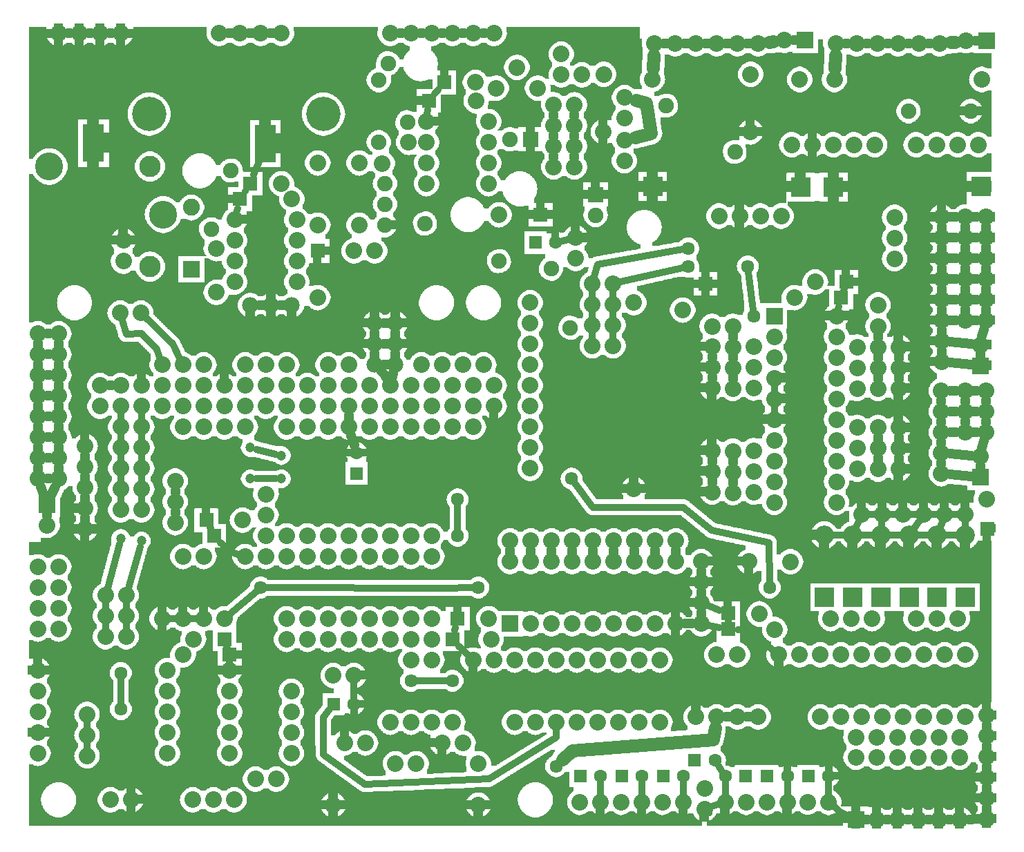
<source format=gtl>
G04 MADE WITH FRITZING*
G04 WWW.FRITZING.ORG*
G04 DOUBLE SIDED*
G04 HOLES PLATED*
G04 CONTOUR ON CENTER OF CONTOUR VECTOR*
%ASAXBY*%
%FSLAX23Y23*%
%MOIN*%
%OFA0B0*%
%SFA1.0B1.0*%
%ADD10C,0.075000*%
%ADD11C,0.078000*%
%ADD12C,0.092000*%
%ADD13C,0.080157*%
%ADD14C,0.165354*%
%ADD15C,0.134646*%
%ADD16C,0.103150*%
%ADD17C,0.063622*%
%ADD18C,0.047244*%
%ADD19C,0.082000*%
%ADD20C,0.062992*%
%ADD21R,0.103704X0.183333*%
%ADD22R,0.070866X0.070866*%
%ADD23R,0.094488X0.094488*%
%ADD24R,0.092000X0.092000*%
%ADD25R,0.082000X0.082000*%
%ADD26R,0.080157X0.080157*%
%ADD27R,0.062992X0.062992*%
%ADD28R,0.075000X0.075000*%
%ADD29C,0.024000*%
%ADD30C,0.032000*%
%ADD31C,0.064000*%
%ADD32C,0.048000*%
%LNCOPPER1*%
G90*
G70*
G54D10*
X2699Y3824D03*
G54D11*
X1108Y2552D03*
X1208Y2552D03*
X1308Y2552D03*
X1808Y2265D03*
X1808Y2365D03*
X1808Y2465D03*
X1808Y2265D03*
X1808Y2365D03*
X1808Y2465D03*
X1708Y2465D03*
X1708Y2365D03*
X1708Y2265D03*
G54D12*
X3878Y1143D03*
X3878Y1443D03*
X4014Y1143D03*
X4014Y1443D03*
X4150Y1143D03*
X4150Y1443D03*
X4286Y1143D03*
X4286Y1443D03*
X4422Y1143D03*
X4422Y1443D03*
X4558Y1143D03*
X4558Y1443D03*
G54D13*
X383Y2065D03*
X483Y2065D03*
X583Y2065D03*
X683Y2065D03*
X783Y2065D03*
X883Y2065D03*
X983Y2065D03*
X1083Y2065D03*
X1183Y2065D03*
X1283Y2065D03*
X1383Y2065D03*
X1483Y2065D03*
X1583Y2065D03*
X1683Y2065D03*
X1783Y2065D03*
X1883Y2065D03*
X1983Y2065D03*
X2083Y2065D03*
X2183Y2065D03*
X2283Y2065D03*
X383Y2065D03*
X483Y2065D03*
X583Y2065D03*
X683Y2065D03*
X783Y2065D03*
X883Y2065D03*
X983Y2065D03*
X1083Y2065D03*
X1183Y2065D03*
X1283Y2065D03*
X1383Y2065D03*
X1483Y2065D03*
X1583Y2065D03*
X1683Y2065D03*
X1783Y2065D03*
X1883Y2065D03*
X1983Y2065D03*
X2083Y2065D03*
X2183Y2065D03*
X2283Y2065D03*
X2283Y2165D03*
X2183Y2165D03*
X2083Y2165D03*
X1983Y2165D03*
X1883Y2165D03*
X1783Y2165D03*
X1683Y2165D03*
X1583Y2165D03*
X1483Y2165D03*
X1383Y2165D03*
X1283Y2165D03*
X1183Y2165D03*
X1083Y2165D03*
X983Y2165D03*
X883Y2165D03*
X783Y2165D03*
X683Y2165D03*
X583Y2165D03*
X483Y2165D03*
X383Y2165D03*
X1483Y2265D03*
X1583Y2265D03*
X683Y2265D03*
X783Y2265D03*
X883Y2265D03*
X1083Y2265D03*
X1183Y2265D03*
X1283Y2265D03*
X783Y1965D03*
X883Y1965D03*
X983Y1965D03*
X1083Y1965D03*
X1283Y1965D03*
X1383Y1965D03*
X1483Y1965D03*
X1783Y1965D03*
X1883Y1965D03*
X1983Y1965D03*
X2083Y1965D03*
X2183Y1965D03*
X1933Y2265D03*
X2033Y2265D03*
X2133Y2265D03*
X2233Y2265D03*
G54D14*
X1461Y3476D03*
X620Y3476D03*
G54D15*
X688Y2991D03*
G54D16*
X624Y2739D03*
X624Y3222D03*
G54D15*
X138Y3222D03*
G54D17*
X2108Y1440D03*
X2108Y1615D03*
G54D13*
X4158Y865D03*
X3358Y865D03*
X4258Y565D03*
X4458Y565D03*
X4458Y865D03*
X3958Y865D03*
X4058Y865D03*
X3458Y565D03*
X3258Y565D03*
X3358Y565D03*
X3458Y865D03*
X4158Y565D03*
X4558Y565D03*
X3958Y565D03*
X4258Y865D03*
X3558Y565D03*
X4358Y565D03*
X3858Y865D03*
X4058Y565D03*
X3858Y565D03*
X3758Y865D03*
X4558Y865D03*
X3658Y865D03*
X4358Y865D03*
X1583Y1340D03*
X783Y1340D03*
X1683Y1040D03*
X1883Y1040D03*
X1883Y1340D03*
X1383Y1340D03*
X1483Y1340D03*
X883Y1040D03*
X683Y1040D03*
X783Y1040D03*
X883Y1340D03*
X1583Y1040D03*
X1983Y1040D03*
X1383Y1040D03*
X1683Y1340D03*
X983Y1040D03*
X1783Y1040D03*
X1283Y1340D03*
X1483Y1040D03*
X1283Y1040D03*
X1183Y1340D03*
X1983Y1340D03*
X1083Y1340D03*
X1783Y1340D03*
X3083Y540D03*
X2983Y540D03*
X2883Y540D03*
X2783Y540D03*
X2683Y540D03*
X2583Y540D03*
X1983Y540D03*
X2983Y840D03*
X2583Y840D03*
X2283Y840D03*
X1883Y540D03*
X2883Y840D03*
X2383Y540D03*
X3083Y840D03*
X2683Y840D03*
X2383Y840D03*
X1983Y840D03*
X1783Y540D03*
X2483Y540D03*
X2083Y540D03*
X2783Y840D03*
X2483Y840D03*
X2183Y840D03*
X1883Y840D03*
G54D17*
X2658Y1715D03*
X2083Y740D03*
X1883Y740D03*
G54D13*
X1908Y340D03*
X2208Y140D03*
X2208Y340D03*
X1808Y340D03*
X1508Y140D03*
G54D17*
X3614Y1190D03*
G54D13*
X833Y940D03*
X783Y865D03*
G54D17*
X2208Y1190D03*
X2583Y327D03*
X1158Y1190D03*
X483Y602D03*
X483Y777D03*
G54D18*
X1258Y1827D03*
X1108Y1865D03*
X1108Y1715D03*
X1258Y1715D03*
X583Y1415D03*
X483Y1427D03*
G54D17*
X3221Y2740D03*
X3221Y2827D03*
X3508Y2740D03*
X3536Y2501D03*
G54D13*
X3194Y2530D03*
X496Y2765D03*
X4659Y1616D03*
X496Y2865D03*
X3833Y2665D03*
X3733Y2590D03*
X1433Y2590D03*
X3637Y987D03*
X2269Y940D03*
X1183Y1440D03*
X1308Y3065D03*
X3564Y1062D03*
X2258Y1040D03*
X1071Y1515D03*
X4662Y572D03*
X4662Y472D03*
X4662Y372D03*
X4662Y272D03*
X4662Y172D03*
X4662Y72D03*
X4108Y1040D03*
X4008Y1040D03*
X3908Y1040D03*
X4519Y1040D03*
X4419Y1040D03*
X4319Y1040D03*
X4558Y1543D03*
X4458Y1543D03*
X4358Y1543D03*
X4258Y1543D03*
X4158Y1543D03*
X4058Y1543D03*
X4531Y466D03*
X4431Y466D03*
X4331Y466D03*
X4231Y466D03*
X4131Y466D03*
X4031Y466D03*
X1258Y3140D03*
X1333Y2665D03*
X1033Y2665D03*
X1333Y2965D03*
X1333Y2765D03*
X1333Y2865D03*
X1033Y2765D03*
X1033Y2965D03*
X1033Y2865D03*
X1433Y3240D03*
X1433Y2940D03*
X1633Y3240D03*
X1633Y2940D03*
X944Y2615D03*
X944Y2826D03*
X1744Y3237D03*
X1872Y3340D03*
X2308Y2990D03*
X2194Y3629D03*
X2197Y3540D03*
X2258Y3440D03*
X2258Y3140D03*
X1958Y3340D03*
X2258Y3340D03*
X2258Y3240D03*
X1958Y3140D03*
X1958Y3440D03*
X1958Y3240D03*
X2394Y3701D03*
X2494Y3601D03*
X2294Y3601D03*
G54D10*
X919Y2919D03*
X1015Y3203D03*
X1951Y2947D03*
X2307Y2766D03*
X1728Y3339D03*
X1728Y3639D03*
X4283Y3490D03*
X4583Y3490D03*
X2652Y2444D03*
X2559Y2730D03*
X1866Y3436D03*
X1773Y3721D03*
G54D19*
X823Y2727D03*
X823Y3025D03*
G54D13*
X1708Y2815D03*
X1608Y2815D03*
X2608Y3765D03*
X2913Y3250D03*
X2913Y3350D03*
X2914Y3455D03*
X2914Y3555D03*
X2708Y3665D03*
X2608Y3665D03*
X1183Y1540D03*
X1183Y1640D03*
X2133Y440D03*
X2033Y440D03*
X1663Y440D03*
X1563Y440D03*
X1233Y265D03*
X1133Y265D03*
X2958Y2565D03*
X2958Y1665D03*
X2678Y2879D03*
X2678Y2779D03*
X3400Y154D03*
X3500Y154D03*
X3798Y154D03*
X3898Y154D03*
X3600Y154D03*
X3700Y154D03*
X3300Y120D03*
X3300Y220D03*
X1508Y765D03*
X1608Y765D03*
X3097Y154D03*
X3197Y154D03*
X2897Y154D03*
X2997Y154D03*
X2697Y154D03*
X2797Y154D03*
X1583Y1965D03*
X1683Y1965D03*
X3058Y3815D03*
X3158Y3815D03*
X3258Y3815D03*
X3358Y3815D03*
X3458Y3815D03*
X3558Y3815D03*
X3933Y3815D03*
X4033Y3815D03*
X4133Y3815D03*
X4233Y3815D03*
X4333Y3815D03*
X4433Y3815D03*
X2811Y3390D03*
X3522Y3390D03*
X3522Y3668D03*
X4637Y3643D03*
X3758Y3643D03*
X2813Y3668D03*
X3926Y3643D03*
X3047Y3643D03*
X3785Y3832D03*
X3685Y3832D03*
X4660Y3831D03*
X4560Y3831D03*
X4629Y2261D03*
X4629Y2361D03*
X4629Y1722D03*
X4629Y1822D03*
X128Y1591D03*
X128Y1491D03*
X410Y1152D03*
X410Y1052D03*
X410Y952D03*
X410Y1152D03*
X410Y1052D03*
X410Y952D03*
X510Y952D03*
X510Y1052D03*
X510Y1152D03*
X483Y1965D03*
X483Y1865D03*
X483Y1765D03*
X483Y1665D03*
X483Y1565D03*
X483Y1965D03*
X483Y1865D03*
X483Y1765D03*
X483Y1665D03*
X483Y1565D03*
X583Y1565D03*
X583Y1665D03*
X583Y1765D03*
X583Y1865D03*
X583Y1965D03*
X83Y2415D03*
X83Y2315D03*
X83Y2215D03*
X83Y2115D03*
X83Y2015D03*
X83Y1915D03*
X83Y1815D03*
X83Y1715D03*
X83Y2415D03*
X83Y2315D03*
X83Y2215D03*
X83Y2115D03*
X83Y2015D03*
X83Y1915D03*
X83Y1815D03*
X83Y1715D03*
X183Y1715D03*
X183Y1815D03*
X183Y1915D03*
X183Y2015D03*
X183Y2115D03*
X183Y2215D03*
X183Y2315D03*
X183Y2415D03*
X2458Y2565D03*
X2458Y2465D03*
X2458Y2365D03*
X2458Y2265D03*
X2458Y2165D03*
X2458Y2065D03*
X2458Y1965D03*
X2458Y1865D03*
X2458Y1765D03*
X1983Y1440D03*
X1883Y1440D03*
X1783Y1440D03*
X1683Y1440D03*
X1583Y1440D03*
X1483Y1440D03*
X1383Y1440D03*
X1283Y1440D03*
X1983Y940D03*
X1883Y940D03*
X1783Y940D03*
X1683Y940D03*
X1583Y940D03*
X1483Y940D03*
X1383Y940D03*
X1283Y940D03*
X83Y390D03*
X83Y490D03*
X83Y590D03*
X83Y690D03*
X83Y790D03*
X4121Y3327D03*
X4021Y3327D03*
X3921Y3327D03*
X3821Y3327D03*
X3721Y3327D03*
X183Y990D03*
X183Y1090D03*
X183Y1190D03*
X183Y1290D03*
X83Y990D03*
X83Y1090D03*
X83Y1190D03*
X83Y1290D03*
X4621Y3327D03*
X4521Y3327D03*
X4421Y3327D03*
X4321Y3327D03*
X1306Y690D03*
X1306Y590D03*
X1306Y490D03*
X1306Y390D03*
X1008Y790D03*
X1008Y690D03*
X1008Y590D03*
X1008Y490D03*
X1008Y390D03*
X708Y790D03*
X708Y690D03*
X708Y590D03*
X708Y490D03*
X708Y390D03*
G54D10*
X3446Y3293D03*
X3114Y3517D03*
G54D13*
X4136Y2554D03*
X3636Y2501D03*
X3936Y2501D03*
X3636Y2401D03*
X3936Y2401D03*
X3636Y2301D03*
X3936Y2301D03*
X3636Y2201D03*
X3936Y2201D03*
X3636Y2101D03*
X3936Y2101D03*
X3636Y2001D03*
X3936Y2001D03*
X3636Y1901D03*
X3936Y1901D03*
X3636Y1801D03*
X3936Y1801D03*
X3636Y1701D03*
X3936Y1701D03*
X3636Y1601D03*
X3936Y1601D03*
X3536Y2154D03*
X3536Y2254D03*
X3536Y2354D03*
X3536Y1651D03*
X3536Y1751D03*
X3536Y1851D03*
X4036Y1762D03*
X4036Y1862D03*
X4036Y1962D03*
X4036Y2151D03*
X4036Y2251D03*
X4036Y2351D03*
X3436Y2451D03*
X3436Y2351D03*
X3436Y2251D03*
X3436Y2151D03*
X4136Y2451D03*
X4136Y2351D03*
X4136Y2251D03*
X4136Y2151D03*
X3336Y1651D03*
X3336Y1751D03*
X3336Y1851D03*
X3436Y1648D03*
X3436Y1748D03*
X3436Y1848D03*
X3336Y2154D03*
X3336Y2254D03*
X3336Y2354D03*
X4136Y1762D03*
X4136Y1862D03*
X4136Y1962D03*
X2858Y2356D03*
X2858Y2456D03*
X2858Y2556D03*
X2858Y2656D03*
X483Y3865D03*
X383Y3865D03*
X283Y3865D03*
X183Y3865D03*
X2758Y2356D03*
X2758Y2456D03*
X2758Y2556D03*
X2758Y2656D03*
X1258Y3865D03*
X1158Y3865D03*
X1058Y3865D03*
X958Y3865D03*
X2283Y3865D03*
X2183Y3865D03*
X2083Y3865D03*
X1983Y3865D03*
X1883Y3865D03*
X1783Y3865D03*
X2572Y3220D03*
X2572Y3320D03*
X2572Y3420D03*
X2572Y3520D03*
X2672Y3220D03*
X2672Y3320D03*
X2672Y3420D03*
X2672Y3520D03*
X4236Y1762D03*
X4236Y1862D03*
X4236Y1962D03*
X4236Y2151D03*
X4236Y2251D03*
X4236Y2351D03*
X3336Y2451D03*
X533Y165D03*
X433Y165D03*
X3283Y1315D03*
X3283Y1215D03*
X3283Y1115D03*
X3283Y1015D03*
X311Y1872D03*
X311Y1772D03*
X311Y1672D03*
X311Y1572D03*
X311Y1472D03*
X4556Y2979D03*
X4556Y2879D03*
X4556Y2779D03*
X4556Y2679D03*
X4556Y2579D03*
X4556Y2479D03*
X4656Y2979D03*
X4656Y2879D03*
X4656Y2779D03*
X4656Y2679D03*
X4656Y2579D03*
X4656Y2479D03*
X4443Y2979D03*
X4443Y2879D03*
X4443Y2779D03*
X4443Y2679D03*
X4443Y2579D03*
X4443Y2479D03*
X4443Y2379D03*
X4443Y2279D03*
X321Y577D03*
X321Y477D03*
X321Y377D03*
X746Y1704D03*
X746Y1604D03*
X746Y1504D03*
X4442Y2140D03*
X4442Y2040D03*
X4442Y1940D03*
X4442Y1840D03*
X4442Y1740D03*
X4556Y2140D03*
X4556Y2040D03*
X4556Y1940D03*
X4656Y2140D03*
X4656Y2040D03*
X4656Y1940D03*
X1031Y165D03*
X931Y165D03*
X831Y165D03*
X4031Y70D03*
X4031Y370D03*
X4131Y70D03*
X4131Y370D03*
X4231Y70D03*
X4231Y370D03*
X4331Y70D03*
X4331Y370D03*
X4431Y70D03*
X4431Y370D03*
X4531Y70D03*
X4531Y370D03*
X2361Y1015D03*
X2361Y1315D03*
X2461Y1015D03*
X2461Y1315D03*
X2561Y1015D03*
X2561Y1315D03*
X2661Y1015D03*
X2661Y1315D03*
X2761Y1015D03*
X2761Y1315D03*
X2861Y1015D03*
X2861Y1315D03*
X2961Y1015D03*
X2961Y1315D03*
X3061Y1015D03*
X3061Y1315D03*
X3161Y1015D03*
X3161Y1315D03*
X2361Y1415D03*
X2461Y1415D03*
X2561Y1415D03*
X2661Y1415D03*
X2761Y1415D03*
X2861Y1415D03*
X2961Y1415D03*
X3061Y1415D03*
X3161Y1415D03*
X3514Y1315D03*
X3713Y1314D03*
X4217Y2977D03*
X4217Y2877D03*
X4217Y2777D03*
X3669Y2983D03*
X3569Y2983D03*
X3469Y2983D03*
X3369Y2983D03*
X481Y2515D03*
X581Y2515D03*
G54D20*
X2484Y2855D03*
X2582Y2855D03*
X3498Y279D03*
X3400Y279D03*
X3800Y279D03*
X3898Y279D03*
X3602Y279D03*
X3700Y279D03*
X3252Y356D03*
X3350Y356D03*
X1510Y627D03*
X1608Y627D03*
X3099Y279D03*
X3197Y279D03*
X2899Y279D03*
X2997Y279D03*
X2699Y279D03*
X2797Y279D03*
X1621Y1741D03*
X1621Y1840D03*
G54D10*
X2774Y3088D03*
X2774Y2988D03*
X2461Y3354D03*
X2361Y3354D03*
X1758Y2940D03*
X1758Y3040D03*
X1758Y3140D03*
G54D21*
X352Y3335D03*
X1181Y3334D03*
G54D22*
X3958Y2590D03*
X3305Y2656D03*
X4664Y1474D03*
X3983Y2665D03*
X2508Y2990D03*
X2044Y3629D03*
X1969Y3540D03*
X1058Y3065D03*
X1108Y3140D03*
X1433Y2815D03*
X983Y940D03*
X933Y1440D03*
X896Y1515D03*
X2083Y940D03*
X2108Y1040D03*
X1008Y865D03*
X3414Y990D03*
G54D23*
X4633Y3126D03*
X3922Y3123D03*
X3764Y3123D03*
X3050Y3126D03*
G54D22*
X3414Y1065D03*
G54D24*
X3878Y1143D03*
X4014Y1143D03*
X4150Y1143D03*
X4286Y1143D03*
X4422Y1143D03*
X4558Y1143D03*
G54D25*
X823Y2726D03*
G54D26*
X3785Y3832D03*
X4660Y3831D03*
X4629Y2261D03*
X4629Y1722D03*
X128Y1591D03*
X3636Y2501D03*
X4031Y70D03*
X2361Y1015D03*
G54D27*
X2484Y2855D03*
X3498Y279D03*
X3800Y279D03*
X3602Y279D03*
X3252Y356D03*
X1510Y627D03*
X3099Y279D03*
X2899Y279D03*
X2699Y279D03*
X1621Y1741D03*
G54D28*
X2774Y3088D03*
X2461Y3354D03*
G54D29*
X3318Y107D02*
X3325Y101D01*
G54D30*
D02*
X3640Y81D02*
X3994Y70D01*
D02*
X4558Y1485D02*
X4558Y1506D01*
D02*
X4516Y1443D02*
X4465Y1443D01*
D02*
X4380Y1443D02*
X4329Y1443D01*
D02*
X4243Y1443D02*
X4193Y1443D01*
D02*
X4107Y1443D02*
X4057Y1443D01*
D02*
X3971Y1443D02*
X3920Y1443D01*
D02*
X4437Y1483D02*
X4446Y1508D01*
D02*
X4311Y1477D02*
X4337Y1513D01*
D02*
X4154Y1485D02*
X4155Y1506D01*
D02*
X4031Y1482D02*
X4043Y1509D01*
D02*
X4422Y1543D02*
X4395Y1543D01*
D02*
X4322Y1543D02*
X4295Y1543D01*
D02*
X4222Y1543D02*
X4195Y1543D01*
D02*
X4122Y1543D02*
X4095Y1543D01*
D02*
X3957Y103D02*
X3997Y85D01*
D02*
X3926Y129D02*
X3957Y103D01*
G54D31*
D02*
X3339Y458D02*
X3349Y512D01*
D02*
X2659Y403D02*
X3339Y458D01*
G54D32*
D02*
X3416Y565D02*
X3401Y565D01*
D02*
X3501Y565D02*
X3516Y565D01*
G54D31*
D02*
X2615Y359D02*
X2659Y403D01*
G54D30*
D02*
X4522Y1543D02*
X4495Y1543D01*
G54D31*
D02*
X3041Y3383D02*
X2964Y3363D01*
D02*
X3017Y3529D02*
X3041Y3383D01*
D02*
X2966Y3542D02*
X3017Y3529D01*
G54D32*
D02*
X4443Y2421D02*
X4443Y2436D01*
D02*
X4443Y2521D02*
X4443Y2536D01*
D02*
X4513Y2679D02*
X4485Y2679D01*
D02*
X4656Y2521D02*
X4656Y2536D01*
D02*
X4656Y2621D02*
X4656Y2636D01*
D02*
X4656Y2721D02*
X4656Y2736D01*
D02*
X4556Y2521D02*
X4556Y2536D01*
D02*
X4556Y2621D02*
X4556Y2636D01*
D02*
X4556Y2721D02*
X4556Y2736D01*
D02*
X4443Y2321D02*
X4443Y2336D01*
D02*
X4485Y2275D02*
X4587Y2265D01*
D02*
X4485Y2375D02*
X4587Y2365D01*
D02*
X4646Y2437D02*
X4638Y2403D01*
D02*
X4613Y2479D02*
X4598Y2479D01*
D02*
X4613Y2579D02*
X4598Y2579D01*
D02*
X4613Y2679D02*
X4598Y2679D01*
D02*
X4513Y2479D02*
X4485Y2479D01*
D02*
X4513Y2579D02*
X4485Y2579D01*
G54D30*
D02*
X321Y414D02*
X321Y441D01*
D02*
X321Y514D02*
X321Y541D01*
D02*
X510Y989D02*
X510Y1016D01*
D02*
X510Y1089D02*
X510Y1116D01*
D02*
X410Y989D02*
X410Y1016D01*
D02*
X410Y1089D02*
X410Y1116D01*
D02*
X483Y1928D02*
X483Y1902D01*
D02*
X483Y1828D02*
X483Y1802D01*
D02*
X483Y1728D02*
X483Y1702D01*
D02*
X483Y1628D02*
X483Y1602D01*
D02*
X583Y1602D02*
X583Y1628D01*
D02*
X583Y1702D02*
X583Y1728D01*
D02*
X583Y1802D02*
X583Y1828D01*
D02*
X583Y1902D02*
X583Y1928D01*
D02*
X1230Y1715D02*
X1137Y1715D01*
D02*
X1231Y1834D02*
X1136Y1858D01*
D02*
X520Y1188D02*
X576Y1387D01*
D02*
X476Y1400D02*
X419Y1188D01*
G54D32*
D02*
X1267Y2552D02*
X1250Y2552D01*
D02*
X1167Y2552D02*
X1150Y2552D01*
D02*
X1595Y1924D02*
X1610Y1876D01*
G54D30*
D02*
X2097Y996D02*
X2094Y983D01*
D02*
X3503Y987D02*
X3629Y888D01*
D02*
X3459Y988D02*
X3503Y987D01*
D02*
X3318Y1102D02*
X3372Y1081D01*
D02*
X3370Y998D02*
X3319Y1008D01*
D02*
X3414Y1020D02*
X3414Y1035D01*
D02*
X998Y897D02*
X994Y907D01*
D02*
X1008Y827D02*
X1008Y820D01*
D02*
X916Y1475D02*
X913Y1480D01*
D02*
X1008Y1365D02*
X1048Y1351D01*
D02*
X965Y1408D02*
X1008Y1365D01*
D02*
X2157Y866D02*
X2115Y908D01*
D02*
X1149Y3248D02*
X1124Y3182D01*
D02*
X1042Y3000D02*
X1047Y3021D01*
D02*
X1083Y3102D02*
X1083Y3102D01*
D02*
X3947Y2546D02*
X3945Y2537D01*
D02*
X3973Y2632D02*
X3969Y2622D01*
D02*
X1962Y3476D02*
X1964Y3495D01*
D02*
X2015Y3594D02*
X1998Y3574D01*
G54D32*
D02*
X4513Y2979D02*
X4485Y2979D01*
D02*
X4513Y2879D02*
X4485Y2879D01*
D02*
X4513Y2779D02*
X4485Y2779D01*
D02*
X4443Y2636D02*
X4443Y2621D01*
D02*
X4443Y2736D02*
X4443Y2721D01*
D02*
X4443Y2836D02*
X4443Y2821D01*
D02*
X4443Y2936D02*
X4443Y2921D01*
D02*
X1926Y3865D02*
X1941Y3865D01*
D02*
X1826Y3865D02*
X1841Y3865D01*
D02*
X3241Y1015D02*
X3203Y1015D01*
D02*
X2572Y3263D02*
X2572Y3278D01*
D02*
X2572Y3363D02*
X2572Y3378D01*
D02*
X2572Y3463D02*
X2572Y3478D01*
D02*
X2672Y3263D02*
X2672Y3278D01*
D02*
X2672Y3363D02*
X2672Y3378D01*
D02*
X2672Y3463D02*
X2672Y3478D01*
D02*
X1216Y3865D02*
X1201Y3865D01*
D02*
X1116Y3865D02*
X1101Y3865D01*
D02*
X1016Y3865D02*
X1001Y3865D01*
D02*
X3316Y3815D02*
X3301Y3815D01*
D02*
X3216Y3815D02*
X3201Y3815D01*
D02*
X3116Y3815D02*
X3101Y3815D01*
G54D31*
D02*
X3051Y3696D02*
X3055Y3761D01*
G54D32*
D02*
X2241Y3865D02*
X2226Y3865D01*
D02*
X2141Y3865D02*
X2126Y3865D01*
D02*
X2041Y3865D02*
X2026Y3865D01*
G54D31*
D02*
X3632Y3825D02*
X3611Y3822D01*
G54D32*
D02*
X4391Y3815D02*
X4376Y3815D01*
D02*
X4291Y3815D02*
X4276Y3815D01*
D02*
X4191Y3815D02*
X4176Y3815D01*
D02*
X4091Y3815D02*
X4076Y3815D01*
D02*
X3991Y3815D02*
X3976Y3815D01*
G54D31*
D02*
X3931Y3761D02*
X3928Y3696D01*
G54D32*
D02*
X3516Y3815D02*
X3501Y3815D01*
D02*
X3416Y3815D02*
X3401Y3815D01*
G54D31*
D02*
X4507Y3824D02*
X4486Y3822D01*
G54D32*
D02*
X4136Y2193D02*
X4136Y2209D01*
D02*
X4136Y2293D02*
X4136Y2309D01*
D02*
X4136Y2393D02*
X4136Y2409D01*
D02*
X3436Y1690D02*
X3436Y1706D01*
D02*
X3436Y1790D02*
X3436Y1806D01*
D02*
X3436Y2193D02*
X3436Y2209D01*
D02*
X3436Y2293D02*
X3436Y2309D01*
D02*
X3436Y2393D02*
X3436Y2409D01*
D02*
X83Y1972D02*
X83Y1957D01*
D02*
X83Y1872D02*
X83Y1857D01*
D02*
X83Y1772D02*
X83Y1757D01*
D02*
X83Y2272D02*
X83Y2257D01*
D02*
X126Y2315D02*
X141Y2315D01*
D02*
X183Y2357D02*
X183Y2372D01*
D02*
X141Y2415D02*
X126Y2415D01*
D02*
X83Y2357D02*
X83Y2372D01*
D02*
X4136Y1804D02*
X4136Y1820D01*
D02*
X4136Y1904D02*
X4136Y1920D01*
D02*
X183Y2072D02*
X183Y2057D01*
D02*
X183Y1972D02*
X183Y1957D01*
D02*
X183Y1872D02*
X183Y1857D01*
D02*
X183Y1772D02*
X183Y1757D01*
D02*
X126Y1715D02*
X141Y1715D01*
D02*
X98Y1675D02*
X114Y1631D01*
D02*
X166Y1676D02*
X145Y1630D01*
D02*
X83Y2172D02*
X83Y2157D01*
D02*
X83Y2072D02*
X83Y2057D01*
D02*
X141Y1815D02*
X126Y1815D01*
D02*
X141Y1915D02*
X126Y1915D01*
D02*
X141Y2015D02*
X126Y2015D01*
D02*
X141Y2115D02*
X126Y2115D01*
D02*
X141Y2215D02*
X126Y2215D01*
D02*
X183Y2272D02*
X183Y2257D01*
D02*
X183Y2172D02*
X183Y2157D01*
D02*
X4587Y1726D02*
X4484Y1736D01*
D02*
X4656Y2082D02*
X4656Y2097D01*
D02*
X4613Y2140D02*
X4598Y2140D01*
D02*
X4513Y2140D02*
X4484Y2140D01*
D02*
X746Y1661D02*
X746Y1646D01*
D02*
X4442Y2097D02*
X4442Y2082D01*
D02*
X746Y1561D02*
X746Y1546D01*
D02*
X4442Y1997D02*
X4442Y1982D01*
D02*
X4442Y1897D02*
X4442Y1882D01*
D02*
X4442Y1797D02*
X4442Y1782D01*
D02*
X4484Y1836D02*
X4587Y1826D01*
D02*
X4646Y1899D02*
X4638Y1863D01*
D02*
X4662Y414D02*
X4662Y430D01*
D02*
X4662Y514D02*
X4662Y530D01*
D02*
X4556Y2082D02*
X4556Y2097D01*
D02*
X4613Y2040D02*
X4598Y2040D01*
D02*
X4556Y1982D02*
X4556Y1997D01*
D02*
X4513Y2040D02*
X4484Y2040D01*
D02*
X4513Y1940D02*
X4484Y1940D01*
D02*
X4598Y1940D02*
X4613Y1940D01*
D02*
X4656Y1982D02*
X4656Y1997D01*
D02*
X4088Y70D02*
X4073Y70D01*
D02*
X4188Y70D02*
X4173Y70D01*
D02*
X4288Y70D02*
X4273Y70D01*
D02*
X4388Y70D02*
X4373Y70D01*
D02*
X4488Y70D02*
X4473Y70D01*
D02*
X4573Y71D02*
X4620Y72D01*
D02*
X4662Y114D02*
X4662Y130D01*
D02*
X4662Y214D02*
X4662Y230D01*
D02*
X4662Y314D02*
X4662Y330D01*
D02*
X2661Y1372D02*
X2661Y1357D01*
D02*
X2761Y1372D02*
X2761Y1357D01*
D02*
X2861Y1357D02*
X2861Y1372D01*
D02*
X2961Y1357D02*
X2961Y1372D01*
D02*
X3061Y1372D02*
X3061Y1357D01*
D02*
X3161Y1357D02*
X3161Y1372D01*
D02*
X2361Y1372D02*
X2361Y1357D01*
D02*
X2461Y1372D02*
X2461Y1357D01*
D02*
X2561Y1372D02*
X2561Y1357D01*
G54D30*
D02*
X583Y2028D02*
X583Y2002D01*
D02*
X483Y2028D02*
X483Y2002D01*
G54D32*
D02*
X3743Y3832D02*
X3727Y3832D01*
D02*
X4618Y3831D02*
X4603Y3831D01*
D02*
X3283Y1072D02*
X3283Y1057D01*
D02*
X3283Y1157D02*
X3283Y1172D01*
D02*
X3283Y1257D02*
X3283Y1272D01*
D02*
X128Y1549D02*
X128Y1533D01*
D02*
X4629Y1780D02*
X4629Y1764D01*
G54D30*
D02*
X847Y1040D02*
X820Y1040D01*
D02*
X747Y1040D02*
X720Y1040D01*
G54D32*
D02*
X441Y2165D02*
X426Y2165D01*
D02*
X326Y3865D02*
X341Y3865D01*
D02*
X426Y3865D02*
X441Y3865D01*
D02*
X226Y3865D02*
X241Y3865D01*
D02*
X1758Y2215D02*
X1764Y2203D01*
D02*
X1737Y2236D02*
X1758Y2215D01*
D02*
X1798Y2225D02*
X1794Y2206D01*
D02*
X1708Y2424D02*
X1708Y2406D01*
D02*
X1767Y2265D02*
X1750Y2265D01*
D02*
X1767Y2365D02*
X1750Y2365D01*
D02*
X1708Y2324D02*
X1708Y2306D01*
D02*
X1808Y2324D02*
X1808Y2306D01*
D02*
X1583Y2022D02*
X1583Y2007D01*
D02*
X311Y1530D02*
X311Y1514D01*
D02*
X311Y1630D02*
X311Y1614D01*
D02*
X311Y1730D02*
X311Y1714D01*
D02*
X311Y1814D02*
X311Y1830D01*
D02*
X1767Y2465D02*
X1750Y2465D01*
D02*
X1808Y2406D02*
X1808Y2424D01*
D02*
X4613Y2979D02*
X4598Y2979D01*
D02*
X4656Y2836D02*
X4656Y2821D01*
D02*
X4656Y2936D02*
X4656Y2921D01*
D02*
X4556Y2936D02*
X4556Y2921D01*
D02*
X4556Y2836D02*
X4556Y2821D01*
D02*
X4629Y2304D02*
X4629Y2319D01*
D02*
X4613Y2779D02*
X4598Y2779D01*
D02*
X4613Y2879D02*
X4598Y2879D01*
G54D30*
D02*
X3898Y246D02*
X3898Y190D01*
D02*
X3700Y246D02*
X3700Y190D01*
D02*
X3400Y246D02*
X3400Y190D01*
D02*
X3365Y142D02*
X3335Y132D01*
D02*
X3197Y246D02*
X3197Y190D01*
D02*
X2997Y246D02*
X2997Y190D01*
D02*
X2797Y246D02*
X2797Y190D01*
D02*
X1608Y728D02*
X1608Y660D01*
D02*
X3368Y329D02*
X3382Y306D01*
D02*
X2642Y2870D02*
X2614Y2863D01*
D02*
X3636Y2064D02*
X3636Y2038D01*
D02*
X3636Y2138D02*
X3636Y2164D01*
G54D32*
D02*
X4236Y1820D02*
X4236Y1804D01*
D02*
X3336Y1693D02*
X3336Y1709D01*
D02*
X3336Y1793D02*
X3336Y1809D01*
D02*
X3336Y2196D02*
X3336Y2211D01*
D02*
X3336Y2296D02*
X3336Y2311D01*
D02*
X4236Y2309D02*
X4236Y2293D01*
D02*
X4236Y2209D02*
X4236Y2193D01*
D02*
X4236Y1920D02*
X4236Y1904D01*
G54D30*
D02*
X2583Y465D02*
X2259Y265D01*
D02*
X2583Y503D02*
X2583Y465D01*
D02*
X2259Y265D02*
X1659Y240D01*
D02*
X1459Y563D02*
X1490Y602D01*
D02*
X1462Y383D02*
X1459Y563D01*
D02*
X1659Y240D02*
X1462Y383D01*
D02*
X2108Y1586D02*
X2108Y1468D01*
D02*
X1912Y740D02*
X2055Y740D01*
D02*
X2037Y1187D02*
X2180Y1189D01*
D02*
X1187Y1190D02*
X2037Y1187D01*
D02*
X3533Y2529D02*
X3512Y2712D01*
D02*
X2758Y2620D02*
X2758Y2593D01*
D02*
X2783Y2751D02*
X3193Y2822D01*
D02*
X2768Y2692D02*
X2783Y2751D01*
D02*
X2758Y2520D02*
X2758Y2493D01*
D02*
X2858Y2620D02*
X2858Y2593D01*
D02*
X2858Y2520D02*
X2858Y2493D01*
D02*
X2858Y2420D02*
X2858Y2393D01*
D02*
X2758Y2420D02*
X2758Y2393D01*
D02*
X3193Y2733D02*
X2894Y2665D01*
D02*
X483Y749D02*
X483Y631D01*
D02*
X1137Y1171D02*
X1011Y1064D01*
D02*
X3197Y1578D02*
X3334Y1465D01*
D02*
X3610Y1407D02*
X3613Y1218D01*
D02*
X3334Y1465D02*
X3610Y1407D01*
D02*
X2759Y1578D02*
X3197Y1578D01*
D02*
X2675Y1692D02*
X2759Y1578D01*
D02*
X658Y2340D02*
X672Y2300D01*
D02*
X583Y2415D02*
X658Y2340D01*
D02*
X509Y2413D02*
X583Y2415D01*
D02*
X491Y2479D02*
X509Y2413D01*
D02*
X733Y2365D02*
X767Y2298D01*
D02*
X607Y2489D02*
X733Y2365D01*
G36*
X40Y3897D02*
X40Y3803D01*
X172Y3803D01*
X172Y3805D01*
X166Y3805D01*
X166Y3807D01*
X162Y3807D01*
X162Y3809D01*
X158Y3809D01*
X158Y3811D01*
X154Y3811D01*
X154Y3813D01*
X152Y3813D01*
X152Y3815D01*
X148Y3815D01*
X148Y3817D01*
X146Y3817D01*
X146Y3819D01*
X144Y3819D01*
X144Y3821D01*
X142Y3821D01*
X142Y3823D01*
X140Y3823D01*
X140Y3825D01*
X138Y3825D01*
X138Y3827D01*
X136Y3827D01*
X136Y3829D01*
X134Y3829D01*
X134Y3833D01*
X132Y3833D01*
X132Y3835D01*
X130Y3835D01*
X130Y3839D01*
X128Y3839D01*
X128Y3843D01*
X126Y3843D01*
X126Y3847D01*
X124Y3847D01*
X124Y3853D01*
X122Y3853D01*
X122Y3877D01*
X124Y3877D01*
X124Y3897D01*
X40Y3897D01*
G37*
D02*
G36*
X544Y3897D02*
X544Y3871D01*
X546Y3871D01*
X546Y3859D01*
X544Y3859D01*
X544Y3851D01*
X542Y3851D01*
X542Y3845D01*
X540Y3845D01*
X540Y3841D01*
X538Y3841D01*
X538Y3837D01*
X536Y3837D01*
X536Y3835D01*
X534Y3835D01*
X534Y3831D01*
X532Y3831D01*
X532Y3829D01*
X530Y3829D01*
X530Y3827D01*
X528Y3827D01*
X528Y3825D01*
X526Y3825D01*
X526Y3823D01*
X524Y3823D01*
X524Y3821D01*
X522Y3821D01*
X522Y3819D01*
X520Y3819D01*
X520Y3817D01*
X518Y3817D01*
X518Y3815D01*
X516Y3815D01*
X516Y3813D01*
X512Y3813D01*
X512Y3811D01*
X508Y3811D01*
X508Y3809D01*
X506Y3809D01*
X506Y3807D01*
X500Y3807D01*
X500Y3805D01*
X494Y3805D01*
X494Y3803D01*
X948Y3803D01*
X948Y3805D01*
X942Y3805D01*
X942Y3807D01*
X936Y3807D01*
X936Y3809D01*
X932Y3809D01*
X932Y3811D01*
X930Y3811D01*
X930Y3813D01*
X926Y3813D01*
X926Y3815D01*
X924Y3815D01*
X924Y3817D01*
X922Y3817D01*
X922Y3819D01*
X920Y3819D01*
X920Y3821D01*
X916Y3821D01*
X916Y3823D01*
X914Y3823D01*
X914Y3827D01*
X912Y3827D01*
X912Y3829D01*
X910Y3829D01*
X910Y3831D01*
X908Y3831D01*
X908Y3833D01*
X906Y3833D01*
X906Y3837D01*
X904Y3837D01*
X904Y3841D01*
X902Y3841D01*
X902Y3845D01*
X900Y3845D01*
X900Y3849D01*
X898Y3849D01*
X898Y3857D01*
X896Y3857D01*
X896Y3873D01*
X898Y3873D01*
X898Y3897D01*
X544Y3897D01*
G37*
D02*
G36*
X1318Y3897D02*
X1318Y3875D01*
X1320Y3875D01*
X1320Y3853D01*
X1318Y3853D01*
X1318Y3847D01*
X1316Y3847D01*
X1316Y3843D01*
X1314Y3843D01*
X1314Y3839D01*
X1312Y3839D01*
X1312Y3835D01*
X1310Y3835D01*
X1310Y3833D01*
X1308Y3833D01*
X1308Y3831D01*
X1306Y3831D01*
X1306Y3827D01*
X1304Y3827D01*
X1304Y3825D01*
X1302Y3825D01*
X1302Y3823D01*
X1300Y3823D01*
X1300Y3821D01*
X1298Y3821D01*
X1298Y3819D01*
X1296Y3819D01*
X1296Y3817D01*
X1292Y3817D01*
X1292Y3815D01*
X1290Y3815D01*
X1290Y3813D01*
X1288Y3813D01*
X1288Y3811D01*
X1284Y3811D01*
X1284Y3809D01*
X1280Y3809D01*
X1280Y3807D01*
X1276Y3807D01*
X1276Y3805D01*
X1268Y3805D01*
X1268Y3803D01*
X1772Y3803D01*
X1772Y3805D01*
X1766Y3805D01*
X1766Y3807D01*
X1762Y3807D01*
X1762Y3809D01*
X1758Y3809D01*
X1758Y3811D01*
X1754Y3811D01*
X1754Y3813D01*
X1752Y3813D01*
X1752Y3815D01*
X1748Y3815D01*
X1748Y3817D01*
X1746Y3817D01*
X1746Y3819D01*
X1744Y3819D01*
X1744Y3821D01*
X1742Y3821D01*
X1742Y3823D01*
X1740Y3823D01*
X1740Y3825D01*
X1738Y3825D01*
X1738Y3827D01*
X1736Y3827D01*
X1736Y3829D01*
X1734Y3829D01*
X1734Y3833D01*
X1732Y3833D01*
X1732Y3835D01*
X1730Y3835D01*
X1730Y3839D01*
X1728Y3839D01*
X1728Y3843D01*
X1726Y3843D01*
X1726Y3847D01*
X1724Y3847D01*
X1724Y3853D01*
X1722Y3853D01*
X1722Y3877D01*
X1724Y3877D01*
X1724Y3897D01*
X1318Y3897D01*
G37*
D02*
G36*
X2344Y3897D02*
X2344Y3871D01*
X2346Y3871D01*
X2346Y3859D01*
X2344Y3859D01*
X2344Y3851D01*
X2342Y3851D01*
X2342Y3845D01*
X2340Y3845D01*
X2340Y3841D01*
X2338Y3841D01*
X2338Y3837D01*
X2336Y3837D01*
X2336Y3835D01*
X2334Y3835D01*
X2334Y3831D01*
X2332Y3831D01*
X2332Y3829D01*
X2330Y3829D01*
X2330Y3827D01*
X2616Y3827D01*
X2616Y3825D01*
X2624Y3825D01*
X2624Y3823D01*
X2630Y3823D01*
X2630Y3821D01*
X2634Y3821D01*
X2634Y3819D01*
X2636Y3819D01*
X2636Y3817D01*
X2640Y3817D01*
X2640Y3815D01*
X2642Y3815D01*
X2642Y3813D01*
X2644Y3813D01*
X2644Y3811D01*
X2648Y3811D01*
X2648Y3809D01*
X2650Y3809D01*
X2650Y3807D01*
X2652Y3807D01*
X2652Y3805D01*
X2654Y3805D01*
X2654Y3801D01*
X2656Y3801D01*
X2656Y3799D01*
X2658Y3799D01*
X2658Y3797D01*
X2660Y3797D01*
X2660Y3793D01*
X2662Y3793D01*
X2662Y3791D01*
X2664Y3791D01*
X2664Y3787D01*
X2666Y3787D01*
X2666Y3783D01*
X2668Y3783D01*
X2668Y3775D01*
X2670Y3775D01*
X2670Y3753D01*
X2668Y3753D01*
X2668Y3747D01*
X2666Y3747D01*
X2666Y3743D01*
X2664Y3743D01*
X2664Y3739D01*
X2662Y3739D01*
X2662Y3735D01*
X2660Y3735D01*
X2660Y3733D01*
X2658Y3733D01*
X2658Y3731D01*
X2656Y3731D01*
X2656Y3729D01*
X2824Y3729D01*
X2824Y3727D01*
X2830Y3727D01*
X2830Y3725D01*
X2836Y3725D01*
X2836Y3723D01*
X2840Y3723D01*
X2840Y3721D01*
X2842Y3721D01*
X2842Y3719D01*
X2846Y3719D01*
X2846Y3717D01*
X2848Y3717D01*
X2848Y3715D01*
X2850Y3715D01*
X2850Y3713D01*
X2852Y3713D01*
X2852Y3711D01*
X2854Y3711D01*
X2854Y3709D01*
X2856Y3709D01*
X2856Y3707D01*
X2858Y3707D01*
X2858Y3705D01*
X2860Y3705D01*
X2860Y3703D01*
X2862Y3703D01*
X2862Y3701D01*
X2864Y3701D01*
X2864Y3697D01*
X2866Y3697D01*
X2866Y3695D01*
X2868Y3695D01*
X2868Y3691D01*
X2870Y3691D01*
X2870Y3687D01*
X2872Y3687D01*
X2872Y3681D01*
X2874Y3681D01*
X2874Y3655D01*
X2872Y3655D01*
X2872Y3649D01*
X2870Y3649D01*
X2870Y3645D01*
X2868Y3645D01*
X2868Y3641D01*
X2866Y3641D01*
X2866Y3637D01*
X2864Y3637D01*
X2864Y3635D01*
X2862Y3635D01*
X2862Y3633D01*
X2860Y3633D01*
X2860Y3631D01*
X2858Y3631D01*
X2858Y3627D01*
X2856Y3627D01*
X2856Y3625D01*
X2854Y3625D01*
X2854Y3623D01*
X2852Y3623D01*
X2852Y3621D01*
X2848Y3621D01*
X2848Y3619D01*
X2846Y3619D01*
X2846Y3617D01*
X2924Y3617D01*
X2924Y3615D01*
X2930Y3615D01*
X2930Y3613D01*
X2936Y3613D01*
X2936Y3611D01*
X2940Y3611D01*
X2940Y3609D01*
X2942Y3609D01*
X2942Y3607D01*
X2946Y3607D01*
X2946Y3605D01*
X2948Y3605D01*
X2948Y3603D01*
X2950Y3603D01*
X2950Y3601D01*
X2952Y3601D01*
X2952Y3599D01*
X2956Y3599D01*
X2956Y3597D01*
X2968Y3597D01*
X2968Y3595D01*
X2998Y3595D01*
X2998Y3609D01*
X2996Y3609D01*
X2996Y3613D01*
X2994Y3613D01*
X2994Y3615D01*
X2992Y3615D01*
X2992Y3619D01*
X2990Y3619D01*
X2990Y3625D01*
X2988Y3625D01*
X2988Y3629D01*
X2986Y3629D01*
X2986Y3655D01*
X2988Y3655D01*
X2988Y3661D01*
X2990Y3661D01*
X2990Y3665D01*
X2992Y3665D01*
X2992Y3669D01*
X2994Y3669D01*
X2994Y3673D01*
X2996Y3673D01*
X2996Y3703D01*
X2998Y3703D01*
X2998Y3735D01*
X3000Y3735D01*
X3000Y3765D01*
X3002Y3765D01*
X3002Y3795D01*
X3000Y3795D01*
X3000Y3799D01*
X2998Y3799D01*
X2998Y3807D01*
X2996Y3807D01*
X2996Y3839D01*
X2988Y3839D01*
X2988Y3897D01*
X2344Y3897D01*
G37*
D02*
G36*
X3848Y3835D02*
X3848Y3771D01*
X3878Y3771D01*
X3878Y3793D01*
X3876Y3793D01*
X3876Y3797D01*
X3874Y3797D01*
X3874Y3803D01*
X3872Y3803D01*
X3872Y3835D01*
X3848Y3835D01*
G37*
D02*
G36*
X2328Y3827D02*
X2328Y3825D01*
X2326Y3825D01*
X2326Y3823D01*
X2324Y3823D01*
X2324Y3821D01*
X2322Y3821D01*
X2322Y3819D01*
X2320Y3819D01*
X2320Y3817D01*
X2318Y3817D01*
X2318Y3815D01*
X2316Y3815D01*
X2316Y3813D01*
X2312Y3813D01*
X2312Y3811D01*
X2308Y3811D01*
X2308Y3809D01*
X2306Y3809D01*
X2306Y3807D01*
X2300Y3807D01*
X2300Y3805D01*
X2294Y3805D01*
X2294Y3803D01*
X2564Y3803D01*
X2564Y3805D01*
X2566Y3805D01*
X2566Y3807D01*
X2568Y3807D01*
X2568Y3809D01*
X2570Y3809D01*
X2570Y3811D01*
X2572Y3811D01*
X2572Y3813D01*
X2574Y3813D01*
X2574Y3815D01*
X2576Y3815D01*
X2576Y3817D01*
X2580Y3817D01*
X2580Y3819D01*
X2584Y3819D01*
X2584Y3821D01*
X2588Y3821D01*
X2588Y3823D01*
X2592Y3823D01*
X2592Y3825D01*
X2600Y3825D01*
X2600Y3827D01*
X2328Y3827D01*
G37*
D02*
G36*
X222Y3821D02*
X222Y3819D01*
X220Y3819D01*
X220Y3817D01*
X218Y3817D01*
X218Y3815D01*
X216Y3815D01*
X216Y3813D01*
X212Y3813D01*
X212Y3811D01*
X208Y3811D01*
X208Y3809D01*
X206Y3809D01*
X206Y3807D01*
X200Y3807D01*
X200Y3805D01*
X194Y3805D01*
X194Y3803D01*
X272Y3803D01*
X272Y3805D01*
X266Y3805D01*
X266Y3807D01*
X262Y3807D01*
X262Y3809D01*
X258Y3809D01*
X258Y3811D01*
X254Y3811D01*
X254Y3813D01*
X252Y3813D01*
X252Y3815D01*
X248Y3815D01*
X248Y3817D01*
X246Y3817D01*
X246Y3819D01*
X244Y3819D01*
X244Y3821D01*
X222Y3821D01*
G37*
D02*
G36*
X322Y3821D02*
X322Y3819D01*
X320Y3819D01*
X320Y3817D01*
X318Y3817D01*
X318Y3815D01*
X316Y3815D01*
X316Y3813D01*
X312Y3813D01*
X312Y3811D01*
X308Y3811D01*
X308Y3809D01*
X306Y3809D01*
X306Y3807D01*
X300Y3807D01*
X300Y3805D01*
X294Y3805D01*
X294Y3803D01*
X372Y3803D01*
X372Y3805D01*
X366Y3805D01*
X366Y3807D01*
X362Y3807D01*
X362Y3809D01*
X358Y3809D01*
X358Y3811D01*
X354Y3811D01*
X354Y3813D01*
X352Y3813D01*
X352Y3815D01*
X348Y3815D01*
X348Y3817D01*
X346Y3817D01*
X346Y3819D01*
X344Y3819D01*
X344Y3821D01*
X322Y3821D01*
G37*
D02*
G36*
X422Y3821D02*
X422Y3819D01*
X420Y3819D01*
X420Y3817D01*
X418Y3817D01*
X418Y3815D01*
X416Y3815D01*
X416Y3813D01*
X412Y3813D01*
X412Y3811D01*
X408Y3811D01*
X408Y3809D01*
X406Y3809D01*
X406Y3807D01*
X400Y3807D01*
X400Y3805D01*
X394Y3805D01*
X394Y3803D01*
X472Y3803D01*
X472Y3805D01*
X466Y3805D01*
X466Y3807D01*
X462Y3807D01*
X462Y3809D01*
X458Y3809D01*
X458Y3811D01*
X454Y3811D01*
X454Y3813D01*
X452Y3813D01*
X452Y3815D01*
X448Y3815D01*
X448Y3817D01*
X446Y3817D01*
X446Y3819D01*
X444Y3819D01*
X444Y3821D01*
X422Y3821D01*
G37*
D02*
G36*
X996Y3819D02*
X996Y3817D01*
X992Y3817D01*
X992Y3815D01*
X990Y3815D01*
X990Y3813D01*
X988Y3813D01*
X988Y3811D01*
X984Y3811D01*
X984Y3809D01*
X980Y3809D01*
X980Y3807D01*
X976Y3807D01*
X976Y3805D01*
X968Y3805D01*
X968Y3803D01*
X1048Y3803D01*
X1048Y3805D01*
X1042Y3805D01*
X1042Y3807D01*
X1036Y3807D01*
X1036Y3809D01*
X1032Y3809D01*
X1032Y3811D01*
X1030Y3811D01*
X1030Y3813D01*
X1026Y3813D01*
X1026Y3815D01*
X1024Y3815D01*
X1024Y3817D01*
X1022Y3817D01*
X1022Y3819D01*
X996Y3819D01*
G37*
D02*
G36*
X1096Y3819D02*
X1096Y3817D01*
X1092Y3817D01*
X1092Y3815D01*
X1090Y3815D01*
X1090Y3813D01*
X1088Y3813D01*
X1088Y3811D01*
X1084Y3811D01*
X1084Y3809D01*
X1080Y3809D01*
X1080Y3807D01*
X1076Y3807D01*
X1076Y3805D01*
X1068Y3805D01*
X1068Y3803D01*
X1148Y3803D01*
X1148Y3805D01*
X1142Y3805D01*
X1142Y3807D01*
X1136Y3807D01*
X1136Y3809D01*
X1132Y3809D01*
X1132Y3811D01*
X1130Y3811D01*
X1130Y3813D01*
X1126Y3813D01*
X1126Y3815D01*
X1124Y3815D01*
X1124Y3817D01*
X1122Y3817D01*
X1122Y3819D01*
X1096Y3819D01*
G37*
D02*
G36*
X1196Y3819D02*
X1196Y3817D01*
X1192Y3817D01*
X1192Y3815D01*
X1190Y3815D01*
X1190Y3813D01*
X1188Y3813D01*
X1188Y3811D01*
X1184Y3811D01*
X1184Y3809D01*
X1180Y3809D01*
X1180Y3807D01*
X1176Y3807D01*
X1176Y3805D01*
X1168Y3805D01*
X1168Y3803D01*
X1248Y3803D01*
X1248Y3805D01*
X1242Y3805D01*
X1242Y3807D01*
X1236Y3807D01*
X1236Y3809D01*
X1232Y3809D01*
X1232Y3811D01*
X1230Y3811D01*
X1230Y3813D01*
X1226Y3813D01*
X1226Y3815D01*
X1224Y3815D01*
X1224Y3817D01*
X1222Y3817D01*
X1222Y3819D01*
X1196Y3819D01*
G37*
D02*
G36*
X1820Y3819D02*
X1820Y3817D01*
X1818Y3817D01*
X1818Y3815D01*
X1816Y3815D01*
X1816Y3813D01*
X1812Y3813D01*
X1812Y3811D01*
X1808Y3811D01*
X1808Y3809D01*
X1806Y3809D01*
X1806Y3807D01*
X1800Y3807D01*
X1800Y3805D01*
X1794Y3805D01*
X1794Y3803D01*
X1872Y3803D01*
X1872Y3805D01*
X1866Y3805D01*
X1866Y3807D01*
X1862Y3807D01*
X1862Y3809D01*
X1858Y3809D01*
X1858Y3811D01*
X1854Y3811D01*
X1854Y3813D01*
X1852Y3813D01*
X1852Y3815D01*
X1848Y3815D01*
X1848Y3817D01*
X1846Y3817D01*
X1846Y3819D01*
X1820Y3819D01*
G37*
D02*
G36*
X2020Y3819D02*
X2020Y3817D01*
X2018Y3817D01*
X2018Y3815D01*
X2016Y3815D01*
X2016Y3813D01*
X2012Y3813D01*
X2012Y3811D01*
X2008Y3811D01*
X2008Y3809D01*
X2006Y3809D01*
X2006Y3807D01*
X2000Y3807D01*
X2000Y3805D01*
X1994Y3805D01*
X1994Y3803D01*
X2072Y3803D01*
X2072Y3805D01*
X2066Y3805D01*
X2066Y3807D01*
X2062Y3807D01*
X2062Y3809D01*
X2058Y3809D01*
X2058Y3811D01*
X2054Y3811D01*
X2054Y3813D01*
X2052Y3813D01*
X2052Y3815D01*
X2048Y3815D01*
X2048Y3817D01*
X2046Y3817D01*
X2046Y3819D01*
X2020Y3819D01*
G37*
D02*
G36*
X2120Y3819D02*
X2120Y3817D01*
X2118Y3817D01*
X2118Y3815D01*
X2116Y3815D01*
X2116Y3813D01*
X2112Y3813D01*
X2112Y3811D01*
X2108Y3811D01*
X2108Y3809D01*
X2106Y3809D01*
X2106Y3807D01*
X2100Y3807D01*
X2100Y3805D01*
X2094Y3805D01*
X2094Y3803D01*
X2172Y3803D01*
X2172Y3805D01*
X2166Y3805D01*
X2166Y3807D01*
X2162Y3807D01*
X2162Y3809D01*
X2158Y3809D01*
X2158Y3811D01*
X2154Y3811D01*
X2154Y3813D01*
X2152Y3813D01*
X2152Y3815D01*
X2148Y3815D01*
X2148Y3817D01*
X2146Y3817D01*
X2146Y3819D01*
X2120Y3819D01*
G37*
D02*
G36*
X2220Y3819D02*
X2220Y3817D01*
X2218Y3817D01*
X2218Y3815D01*
X2216Y3815D01*
X2216Y3813D01*
X2212Y3813D01*
X2212Y3811D01*
X2208Y3811D01*
X2208Y3809D01*
X2206Y3809D01*
X2206Y3807D01*
X2200Y3807D01*
X2200Y3805D01*
X2194Y3805D01*
X2194Y3803D01*
X2272Y3803D01*
X2272Y3805D01*
X2266Y3805D01*
X2266Y3807D01*
X2262Y3807D01*
X2262Y3809D01*
X2258Y3809D01*
X2258Y3811D01*
X2254Y3811D01*
X2254Y3813D01*
X2252Y3813D01*
X2252Y3815D01*
X2248Y3815D01*
X2248Y3817D01*
X2246Y3817D01*
X2246Y3819D01*
X2220Y3819D01*
G37*
D02*
G36*
X40Y3803D02*
X40Y3801D01*
X1878Y3801D01*
X1878Y3803D01*
X40Y3803D01*
G37*
D02*
G36*
X40Y3803D02*
X40Y3801D01*
X1878Y3801D01*
X1878Y3803D01*
X40Y3803D01*
G37*
D02*
G36*
X40Y3803D02*
X40Y3801D01*
X1878Y3801D01*
X1878Y3803D01*
X40Y3803D01*
G37*
D02*
G36*
X40Y3803D02*
X40Y3801D01*
X1878Y3801D01*
X1878Y3803D01*
X40Y3803D01*
G37*
D02*
G36*
X40Y3803D02*
X40Y3801D01*
X1878Y3801D01*
X1878Y3803D01*
X40Y3803D01*
G37*
D02*
G36*
X40Y3803D02*
X40Y3801D01*
X1878Y3801D01*
X1878Y3803D01*
X40Y3803D01*
G37*
D02*
G36*
X40Y3803D02*
X40Y3801D01*
X1878Y3801D01*
X1878Y3803D01*
X40Y3803D01*
G37*
D02*
G36*
X40Y3803D02*
X40Y3801D01*
X1878Y3801D01*
X1878Y3803D01*
X40Y3803D01*
G37*
D02*
G36*
X40Y3803D02*
X40Y3801D01*
X1878Y3801D01*
X1878Y3803D01*
X40Y3803D01*
G37*
D02*
G36*
X40Y3803D02*
X40Y3801D01*
X1878Y3801D01*
X1878Y3803D01*
X40Y3803D01*
G37*
D02*
G36*
X1980Y3803D02*
X1980Y3801D01*
X2562Y3801D01*
X2562Y3803D01*
X1980Y3803D01*
G37*
D02*
G36*
X1980Y3803D02*
X1980Y3801D01*
X2562Y3801D01*
X2562Y3803D01*
X1980Y3803D01*
G37*
D02*
G36*
X1980Y3803D02*
X1980Y3801D01*
X2562Y3801D01*
X2562Y3803D01*
X1980Y3803D01*
G37*
D02*
G36*
X1980Y3803D02*
X1980Y3801D01*
X2562Y3801D01*
X2562Y3803D01*
X1980Y3803D01*
G37*
D02*
G36*
X40Y3801D02*
X40Y3779D01*
X1780Y3779D01*
X1780Y3777D01*
X1788Y3777D01*
X1788Y3775D01*
X1794Y3775D01*
X1794Y3773D01*
X1798Y3773D01*
X1798Y3771D01*
X1802Y3771D01*
X1802Y3769D01*
X1804Y3769D01*
X1804Y3767D01*
X1808Y3767D01*
X1808Y3765D01*
X1810Y3765D01*
X1810Y3763D01*
X1814Y3763D01*
X1814Y3761D01*
X1816Y3761D01*
X1816Y3759D01*
X1818Y3759D01*
X1818Y3757D01*
X1820Y3757D01*
X1820Y3755D01*
X1822Y3755D01*
X1822Y3751D01*
X1824Y3751D01*
X1824Y3749D01*
X1826Y3749D01*
X1826Y3745D01*
X1828Y3745D01*
X1828Y3741D01*
X1848Y3741D01*
X1848Y3745D01*
X1850Y3745D01*
X1850Y3751D01*
X1852Y3751D01*
X1852Y3755D01*
X1854Y3755D01*
X1854Y3759D01*
X1856Y3759D01*
X1856Y3761D01*
X1858Y3761D01*
X1858Y3765D01*
X1860Y3765D01*
X1860Y3767D01*
X1862Y3767D01*
X1862Y3769D01*
X1864Y3769D01*
X1864Y3773D01*
X1866Y3773D01*
X1866Y3775D01*
X1868Y3775D01*
X1868Y3777D01*
X1870Y3777D01*
X1870Y3779D01*
X1872Y3779D01*
X1872Y3781D01*
X1874Y3781D01*
X1874Y3783D01*
X1878Y3783D01*
X1878Y3801D01*
X40Y3801D01*
G37*
D02*
G36*
X1980Y3801D02*
X1980Y3783D01*
X1982Y3783D01*
X1982Y3781D01*
X1984Y3781D01*
X1984Y3779D01*
X1988Y3779D01*
X1988Y3775D01*
X1990Y3775D01*
X1990Y3773D01*
X1992Y3773D01*
X1992Y3771D01*
X1994Y3771D01*
X1994Y3769D01*
X1996Y3769D01*
X1996Y3767D01*
X1998Y3767D01*
X1998Y3763D01*
X2404Y3763D01*
X2404Y3761D01*
X2410Y3761D01*
X2410Y3759D01*
X2416Y3759D01*
X2416Y3757D01*
X2420Y3757D01*
X2420Y3755D01*
X2422Y3755D01*
X2422Y3753D01*
X2426Y3753D01*
X2426Y3751D01*
X2428Y3751D01*
X2428Y3749D01*
X2430Y3749D01*
X2430Y3747D01*
X2434Y3747D01*
X2434Y3745D01*
X2436Y3745D01*
X2436Y3743D01*
X2438Y3743D01*
X2438Y3741D01*
X2440Y3741D01*
X2440Y3739D01*
X2442Y3739D01*
X2442Y3735D01*
X2444Y3735D01*
X2444Y3733D01*
X2446Y3733D01*
X2446Y3731D01*
X2448Y3731D01*
X2448Y3727D01*
X2450Y3727D01*
X2450Y3723D01*
X2452Y3723D01*
X2452Y3719D01*
X2454Y3719D01*
X2454Y3713D01*
X2456Y3713D01*
X2456Y3689D01*
X2454Y3689D01*
X2454Y3683D01*
X2452Y3683D01*
X2452Y3679D01*
X2450Y3679D01*
X2450Y3675D01*
X2448Y3675D01*
X2448Y3671D01*
X2446Y3671D01*
X2446Y3669D01*
X2444Y3669D01*
X2444Y3667D01*
X2442Y3667D01*
X2442Y3663D01*
X2504Y3663D01*
X2504Y3661D01*
X2510Y3661D01*
X2510Y3659D01*
X2516Y3659D01*
X2516Y3657D01*
X2520Y3657D01*
X2520Y3655D01*
X2522Y3655D01*
X2522Y3653D01*
X2526Y3653D01*
X2526Y3651D01*
X2528Y3651D01*
X2528Y3649D01*
X2530Y3649D01*
X2530Y3647D01*
X2550Y3647D01*
X2550Y3649D01*
X2548Y3649D01*
X2548Y3657D01*
X2546Y3657D01*
X2546Y3673D01*
X2548Y3673D01*
X2548Y3681D01*
X2550Y3681D01*
X2550Y3685D01*
X2552Y3685D01*
X2552Y3689D01*
X2554Y3689D01*
X2554Y3693D01*
X2556Y3693D01*
X2556Y3697D01*
X2558Y3697D01*
X2558Y3699D01*
X2560Y3699D01*
X2560Y3701D01*
X2562Y3701D01*
X2562Y3703D01*
X2564Y3703D01*
X2564Y3727D01*
X2562Y3727D01*
X2562Y3729D01*
X2560Y3729D01*
X2560Y3731D01*
X2558Y3731D01*
X2558Y3733D01*
X2556Y3733D01*
X2556Y3737D01*
X2554Y3737D01*
X2554Y3741D01*
X2552Y3741D01*
X2552Y3745D01*
X2550Y3745D01*
X2550Y3749D01*
X2548Y3749D01*
X2548Y3757D01*
X2546Y3757D01*
X2546Y3773D01*
X2548Y3773D01*
X2548Y3781D01*
X2550Y3781D01*
X2550Y3785D01*
X2552Y3785D01*
X2552Y3789D01*
X2554Y3789D01*
X2554Y3793D01*
X2556Y3793D01*
X2556Y3797D01*
X2558Y3797D01*
X2558Y3799D01*
X2560Y3799D01*
X2560Y3801D01*
X1980Y3801D01*
G37*
D02*
G36*
X40Y3779D02*
X40Y3581D01*
X1470Y3581D01*
X1470Y3579D01*
X1726Y3579D01*
X1726Y3581D01*
X1714Y3581D01*
X1714Y3583D01*
X1710Y3583D01*
X1710Y3585D01*
X1706Y3585D01*
X1706Y3587D01*
X1702Y3587D01*
X1702Y3589D01*
X1698Y3589D01*
X1698Y3591D01*
X1696Y3591D01*
X1696Y3593D01*
X1694Y3593D01*
X1694Y3595D01*
X1690Y3595D01*
X1690Y3597D01*
X1688Y3597D01*
X1688Y3599D01*
X1686Y3599D01*
X1686Y3601D01*
X1684Y3601D01*
X1684Y3605D01*
X1682Y3605D01*
X1682Y3607D01*
X1680Y3607D01*
X1680Y3609D01*
X1678Y3609D01*
X1678Y3613D01*
X1676Y3613D01*
X1676Y3615D01*
X1674Y3615D01*
X1674Y3619D01*
X1672Y3619D01*
X1672Y3625D01*
X1670Y3625D01*
X1670Y3633D01*
X1668Y3633D01*
X1668Y3647D01*
X1670Y3647D01*
X1670Y3655D01*
X1672Y3655D01*
X1672Y3659D01*
X1674Y3659D01*
X1674Y3663D01*
X1676Y3663D01*
X1676Y3667D01*
X1678Y3667D01*
X1678Y3669D01*
X1680Y3669D01*
X1680Y3673D01*
X1682Y3673D01*
X1682Y3675D01*
X1684Y3675D01*
X1684Y3677D01*
X1686Y3677D01*
X1686Y3679D01*
X1688Y3679D01*
X1688Y3681D01*
X1690Y3681D01*
X1690Y3683D01*
X1692Y3683D01*
X1692Y3685D01*
X1694Y3685D01*
X1694Y3687D01*
X1698Y3687D01*
X1698Y3689D01*
X1700Y3689D01*
X1700Y3691D01*
X1704Y3691D01*
X1704Y3693D01*
X1708Y3693D01*
X1708Y3695D01*
X1712Y3695D01*
X1712Y3697D01*
X1714Y3697D01*
X1714Y3725D01*
X1716Y3725D01*
X1716Y3735D01*
X1718Y3735D01*
X1718Y3739D01*
X1720Y3739D01*
X1720Y3745D01*
X1722Y3745D01*
X1722Y3749D01*
X1724Y3749D01*
X1724Y3751D01*
X1726Y3751D01*
X1726Y3755D01*
X1728Y3755D01*
X1728Y3759D01*
X1730Y3759D01*
X1730Y3761D01*
X1732Y3761D01*
X1732Y3763D01*
X1734Y3763D01*
X1734Y3765D01*
X1736Y3765D01*
X1736Y3767D01*
X1738Y3767D01*
X1738Y3769D01*
X1740Y3769D01*
X1740Y3771D01*
X1744Y3771D01*
X1744Y3773D01*
X1746Y3773D01*
X1746Y3775D01*
X1750Y3775D01*
X1750Y3777D01*
X1756Y3777D01*
X1756Y3779D01*
X40Y3779D01*
G37*
D02*
G36*
X3704Y3775D02*
X3704Y3773D01*
X3698Y3773D01*
X3698Y3771D01*
X3724Y3771D01*
X3724Y3775D01*
X3704Y3775D01*
G37*
D02*
G36*
X3642Y3773D02*
X3642Y3771D01*
X3674Y3771D01*
X3674Y3773D01*
X3642Y3773D01*
G37*
D02*
G36*
X4520Y3773D02*
X4520Y3771D01*
X4508Y3771D01*
X4508Y3769D01*
X4552Y3769D01*
X4552Y3771D01*
X4544Y3771D01*
X4544Y3773D01*
X4520Y3773D01*
G37*
D02*
G36*
X4576Y3773D02*
X4576Y3771D01*
X4568Y3771D01*
X4568Y3769D01*
X4598Y3769D01*
X4598Y3773D01*
X4576Y3773D01*
G37*
D02*
G36*
X3628Y3771D02*
X3628Y3769D01*
X3878Y3769D01*
X3878Y3771D01*
X3628Y3771D01*
G37*
D02*
G36*
X3628Y3771D02*
X3628Y3769D01*
X3878Y3769D01*
X3878Y3771D01*
X3628Y3771D01*
G37*
D02*
G36*
X3628Y3771D02*
X3628Y3769D01*
X3878Y3769D01*
X3878Y3771D01*
X3628Y3771D01*
G37*
D02*
G36*
X3196Y3769D02*
X3196Y3767D01*
X3192Y3767D01*
X3192Y3765D01*
X3190Y3765D01*
X3190Y3763D01*
X3188Y3763D01*
X3188Y3761D01*
X3184Y3761D01*
X3184Y3759D01*
X3180Y3759D01*
X3180Y3757D01*
X3176Y3757D01*
X3176Y3755D01*
X3168Y3755D01*
X3168Y3753D01*
X3248Y3753D01*
X3248Y3755D01*
X3242Y3755D01*
X3242Y3757D01*
X3236Y3757D01*
X3236Y3759D01*
X3232Y3759D01*
X3232Y3761D01*
X3230Y3761D01*
X3230Y3763D01*
X3226Y3763D01*
X3226Y3765D01*
X3224Y3765D01*
X3224Y3767D01*
X3222Y3767D01*
X3222Y3769D01*
X3196Y3769D01*
G37*
D02*
G36*
X3296Y3769D02*
X3296Y3767D01*
X3292Y3767D01*
X3292Y3765D01*
X3290Y3765D01*
X3290Y3763D01*
X3288Y3763D01*
X3288Y3761D01*
X3284Y3761D01*
X3284Y3759D01*
X3280Y3759D01*
X3280Y3757D01*
X3276Y3757D01*
X3276Y3755D01*
X3268Y3755D01*
X3268Y3753D01*
X3348Y3753D01*
X3348Y3755D01*
X3342Y3755D01*
X3342Y3757D01*
X3336Y3757D01*
X3336Y3759D01*
X3332Y3759D01*
X3332Y3761D01*
X3330Y3761D01*
X3330Y3763D01*
X3326Y3763D01*
X3326Y3765D01*
X3324Y3765D01*
X3324Y3767D01*
X3322Y3767D01*
X3322Y3769D01*
X3296Y3769D01*
G37*
D02*
G36*
X3396Y3769D02*
X3396Y3767D01*
X3392Y3767D01*
X3392Y3765D01*
X3390Y3765D01*
X3390Y3763D01*
X3388Y3763D01*
X3388Y3761D01*
X3384Y3761D01*
X3384Y3759D01*
X3380Y3759D01*
X3380Y3757D01*
X3376Y3757D01*
X3376Y3755D01*
X3368Y3755D01*
X3368Y3753D01*
X3448Y3753D01*
X3448Y3755D01*
X3442Y3755D01*
X3442Y3757D01*
X3436Y3757D01*
X3436Y3759D01*
X3432Y3759D01*
X3432Y3761D01*
X3430Y3761D01*
X3430Y3763D01*
X3426Y3763D01*
X3426Y3765D01*
X3424Y3765D01*
X3424Y3767D01*
X3422Y3767D01*
X3422Y3769D01*
X3396Y3769D01*
G37*
D02*
G36*
X3496Y3769D02*
X3496Y3767D01*
X3492Y3767D01*
X3492Y3765D01*
X3490Y3765D01*
X3490Y3763D01*
X3488Y3763D01*
X3488Y3761D01*
X3484Y3761D01*
X3484Y3759D01*
X3480Y3759D01*
X3480Y3757D01*
X3476Y3757D01*
X3476Y3755D01*
X3468Y3755D01*
X3468Y3753D01*
X3548Y3753D01*
X3548Y3755D01*
X3542Y3755D01*
X3542Y3757D01*
X3536Y3757D01*
X3536Y3759D01*
X3532Y3759D01*
X3532Y3761D01*
X3530Y3761D01*
X3530Y3763D01*
X3526Y3763D01*
X3526Y3765D01*
X3524Y3765D01*
X3524Y3767D01*
X3522Y3767D01*
X3522Y3769D01*
X3496Y3769D01*
G37*
D02*
G36*
X3596Y3769D02*
X3596Y3767D01*
X3592Y3767D01*
X3592Y3765D01*
X3590Y3765D01*
X3590Y3763D01*
X3588Y3763D01*
X3588Y3761D01*
X3584Y3761D01*
X3584Y3759D01*
X3580Y3759D01*
X3580Y3757D01*
X3576Y3757D01*
X3576Y3755D01*
X3568Y3755D01*
X3568Y3753D01*
X3876Y3753D01*
X3876Y3763D01*
X3878Y3763D01*
X3878Y3769D01*
X3596Y3769D01*
G37*
D02*
G36*
X4070Y3769D02*
X4070Y3767D01*
X4068Y3767D01*
X4068Y3765D01*
X4066Y3765D01*
X4066Y3763D01*
X4062Y3763D01*
X4062Y3761D01*
X4058Y3761D01*
X4058Y3759D01*
X4056Y3759D01*
X4056Y3757D01*
X4050Y3757D01*
X4050Y3755D01*
X4044Y3755D01*
X4044Y3753D01*
X4122Y3753D01*
X4122Y3755D01*
X4116Y3755D01*
X4116Y3757D01*
X4112Y3757D01*
X4112Y3759D01*
X4108Y3759D01*
X4108Y3761D01*
X4104Y3761D01*
X4104Y3763D01*
X4102Y3763D01*
X4102Y3765D01*
X4098Y3765D01*
X4098Y3767D01*
X4096Y3767D01*
X4096Y3769D01*
X4070Y3769D01*
G37*
D02*
G36*
X4170Y3769D02*
X4170Y3767D01*
X4168Y3767D01*
X4168Y3765D01*
X4166Y3765D01*
X4166Y3763D01*
X4162Y3763D01*
X4162Y3761D01*
X4158Y3761D01*
X4158Y3759D01*
X4156Y3759D01*
X4156Y3757D01*
X4150Y3757D01*
X4150Y3755D01*
X4144Y3755D01*
X4144Y3753D01*
X4222Y3753D01*
X4222Y3755D01*
X4216Y3755D01*
X4216Y3757D01*
X4212Y3757D01*
X4212Y3759D01*
X4208Y3759D01*
X4208Y3761D01*
X4204Y3761D01*
X4204Y3763D01*
X4202Y3763D01*
X4202Y3765D01*
X4198Y3765D01*
X4198Y3767D01*
X4196Y3767D01*
X4196Y3769D01*
X4170Y3769D01*
G37*
D02*
G36*
X4270Y3769D02*
X4270Y3767D01*
X4268Y3767D01*
X4268Y3765D01*
X4266Y3765D01*
X4266Y3763D01*
X4262Y3763D01*
X4262Y3761D01*
X4258Y3761D01*
X4258Y3759D01*
X4256Y3759D01*
X4256Y3757D01*
X4250Y3757D01*
X4250Y3755D01*
X4244Y3755D01*
X4244Y3753D01*
X4322Y3753D01*
X4322Y3755D01*
X4316Y3755D01*
X4316Y3757D01*
X4312Y3757D01*
X4312Y3759D01*
X4308Y3759D01*
X4308Y3761D01*
X4304Y3761D01*
X4304Y3763D01*
X4302Y3763D01*
X4302Y3765D01*
X4298Y3765D01*
X4298Y3767D01*
X4296Y3767D01*
X4296Y3769D01*
X4270Y3769D01*
G37*
D02*
G36*
X4370Y3769D02*
X4370Y3767D01*
X4368Y3767D01*
X4368Y3765D01*
X4366Y3765D01*
X4366Y3763D01*
X4362Y3763D01*
X4362Y3761D01*
X4358Y3761D01*
X4358Y3759D01*
X4356Y3759D01*
X4356Y3757D01*
X4350Y3757D01*
X4350Y3755D01*
X4344Y3755D01*
X4344Y3753D01*
X4422Y3753D01*
X4422Y3755D01*
X4416Y3755D01*
X4416Y3757D01*
X4412Y3757D01*
X4412Y3759D01*
X4408Y3759D01*
X4408Y3761D01*
X4404Y3761D01*
X4404Y3763D01*
X4402Y3763D01*
X4402Y3765D01*
X4398Y3765D01*
X4398Y3767D01*
X4396Y3767D01*
X4396Y3769D01*
X4370Y3769D01*
G37*
D02*
G36*
X4492Y3769D02*
X4492Y3767D01*
X4684Y3767D01*
X4684Y3769D01*
X4492Y3769D01*
G37*
D02*
G36*
X4492Y3769D02*
X4492Y3767D01*
X4684Y3767D01*
X4684Y3769D01*
X4492Y3769D01*
G37*
D02*
G36*
X4468Y3767D02*
X4468Y3765D01*
X4466Y3765D01*
X4466Y3763D01*
X4462Y3763D01*
X4462Y3761D01*
X4458Y3761D01*
X4458Y3759D01*
X4456Y3759D01*
X4456Y3757D01*
X4450Y3757D01*
X4450Y3755D01*
X4444Y3755D01*
X4444Y3753D01*
X4684Y3753D01*
X4684Y3767D01*
X4468Y3767D01*
G37*
D02*
G36*
X2000Y3763D02*
X2000Y3761D01*
X2002Y3761D01*
X2002Y3757D01*
X2004Y3757D01*
X2004Y3753D01*
X2006Y3753D01*
X2006Y3749D01*
X2008Y3749D01*
X2008Y3745D01*
X2010Y3745D01*
X2010Y3737D01*
X2012Y3737D01*
X2012Y3727D01*
X2014Y3727D01*
X2014Y3709D01*
X2012Y3709D01*
X2012Y3691D01*
X2202Y3691D01*
X2202Y3689D01*
X2210Y3689D01*
X2210Y3687D01*
X2214Y3687D01*
X2214Y3685D01*
X2220Y3685D01*
X2220Y3683D01*
X2222Y3683D01*
X2222Y3681D01*
X2226Y3681D01*
X2226Y3679D01*
X2228Y3679D01*
X2228Y3677D01*
X2230Y3677D01*
X2230Y3675D01*
X2234Y3675D01*
X2234Y3673D01*
X2236Y3673D01*
X2236Y3671D01*
X2238Y3671D01*
X2238Y3669D01*
X2240Y3669D01*
X2240Y3665D01*
X2242Y3665D01*
X2242Y3663D01*
X2304Y3663D01*
X2304Y3661D01*
X2310Y3661D01*
X2310Y3659D01*
X2316Y3659D01*
X2316Y3657D01*
X2320Y3657D01*
X2320Y3655D01*
X2322Y3655D01*
X2322Y3653D01*
X2326Y3653D01*
X2326Y3651D01*
X2328Y3651D01*
X2328Y3649D01*
X2330Y3649D01*
X2330Y3647D01*
X2334Y3647D01*
X2334Y3645D01*
X2336Y3645D01*
X2336Y3643D01*
X2338Y3643D01*
X2338Y3641D01*
X2340Y3641D01*
X2340Y3639D01*
X2384Y3639D01*
X2384Y3641D01*
X2378Y3641D01*
X2378Y3643D01*
X2372Y3643D01*
X2372Y3645D01*
X2370Y3645D01*
X2370Y3647D01*
X2366Y3647D01*
X2366Y3649D01*
X2362Y3649D01*
X2362Y3651D01*
X2360Y3651D01*
X2360Y3653D01*
X2358Y3653D01*
X2358Y3655D01*
X2356Y3655D01*
X2356Y3657D01*
X2352Y3657D01*
X2352Y3661D01*
X2350Y3661D01*
X2350Y3663D01*
X2348Y3663D01*
X2348Y3665D01*
X2346Y3665D01*
X2346Y3667D01*
X2344Y3667D01*
X2344Y3669D01*
X2342Y3669D01*
X2342Y3673D01*
X2340Y3673D01*
X2340Y3677D01*
X2338Y3677D01*
X2338Y3681D01*
X2336Y3681D01*
X2336Y3685D01*
X2334Y3685D01*
X2334Y3693D01*
X2332Y3693D01*
X2332Y3709D01*
X2334Y3709D01*
X2334Y3717D01*
X2336Y3717D01*
X2336Y3721D01*
X2338Y3721D01*
X2338Y3725D01*
X2340Y3725D01*
X2340Y3729D01*
X2342Y3729D01*
X2342Y3733D01*
X2344Y3733D01*
X2344Y3735D01*
X2346Y3735D01*
X2346Y3737D01*
X2348Y3737D01*
X2348Y3739D01*
X2350Y3739D01*
X2350Y3741D01*
X2352Y3741D01*
X2352Y3743D01*
X2354Y3743D01*
X2354Y3745D01*
X2356Y3745D01*
X2356Y3747D01*
X2358Y3747D01*
X2358Y3749D01*
X2360Y3749D01*
X2360Y3751D01*
X2362Y3751D01*
X2362Y3753D01*
X2366Y3753D01*
X2366Y3755D01*
X2370Y3755D01*
X2370Y3757D01*
X2374Y3757D01*
X2374Y3759D01*
X2378Y3759D01*
X2378Y3761D01*
X2386Y3761D01*
X2386Y3763D01*
X2000Y3763D01*
G37*
D02*
G36*
X3108Y3763D02*
X3108Y3753D01*
X3148Y3753D01*
X3148Y3755D01*
X3142Y3755D01*
X3142Y3757D01*
X3136Y3757D01*
X3136Y3759D01*
X3132Y3759D01*
X3132Y3761D01*
X3130Y3761D01*
X3130Y3763D01*
X3108Y3763D01*
G37*
D02*
G36*
X3984Y3763D02*
X3984Y3753D01*
X4022Y3753D01*
X4022Y3755D01*
X4016Y3755D01*
X4016Y3757D01*
X4012Y3757D01*
X4012Y3759D01*
X4008Y3759D01*
X4008Y3761D01*
X4004Y3761D01*
X4004Y3763D01*
X3984Y3763D01*
G37*
D02*
G36*
X3108Y3753D02*
X3108Y3751D01*
X3876Y3751D01*
X3876Y3753D01*
X3108Y3753D01*
G37*
D02*
G36*
X3108Y3753D02*
X3108Y3751D01*
X3876Y3751D01*
X3876Y3753D01*
X3108Y3753D01*
G37*
D02*
G36*
X3108Y3753D02*
X3108Y3751D01*
X3876Y3751D01*
X3876Y3753D01*
X3108Y3753D01*
G37*
D02*
G36*
X3108Y3753D02*
X3108Y3751D01*
X3876Y3751D01*
X3876Y3753D01*
X3108Y3753D01*
G37*
D02*
G36*
X3108Y3753D02*
X3108Y3751D01*
X3876Y3751D01*
X3876Y3753D01*
X3108Y3753D01*
G37*
D02*
G36*
X3108Y3753D02*
X3108Y3751D01*
X3876Y3751D01*
X3876Y3753D01*
X3108Y3753D01*
G37*
D02*
G36*
X3984Y3753D02*
X3984Y3751D01*
X4684Y3751D01*
X4684Y3753D01*
X3984Y3753D01*
G37*
D02*
G36*
X3984Y3753D02*
X3984Y3751D01*
X4684Y3751D01*
X4684Y3753D01*
X3984Y3753D01*
G37*
D02*
G36*
X3984Y3753D02*
X3984Y3751D01*
X4684Y3751D01*
X4684Y3753D01*
X3984Y3753D01*
G37*
D02*
G36*
X3984Y3753D02*
X3984Y3751D01*
X4684Y3751D01*
X4684Y3753D01*
X3984Y3753D01*
G37*
D02*
G36*
X3984Y3753D02*
X3984Y3751D01*
X4684Y3751D01*
X4684Y3753D01*
X3984Y3753D01*
G37*
D02*
G36*
X3984Y3753D02*
X3984Y3751D01*
X4684Y3751D01*
X4684Y3753D01*
X3984Y3753D01*
G37*
D02*
G36*
X3108Y3751D02*
X3108Y3731D01*
X3106Y3731D01*
X3106Y3729D01*
X3534Y3729D01*
X3534Y3727D01*
X3540Y3727D01*
X3540Y3725D01*
X3544Y3725D01*
X3544Y3723D01*
X3548Y3723D01*
X3548Y3721D01*
X3552Y3721D01*
X3552Y3719D01*
X3554Y3719D01*
X3554Y3717D01*
X3558Y3717D01*
X3558Y3715D01*
X3560Y3715D01*
X3560Y3713D01*
X3562Y3713D01*
X3562Y3711D01*
X3564Y3711D01*
X3564Y3709D01*
X3566Y3709D01*
X3566Y3707D01*
X3568Y3707D01*
X3568Y3705D01*
X3766Y3705D01*
X3766Y3703D01*
X3774Y3703D01*
X3774Y3701D01*
X3778Y3701D01*
X3778Y3699D01*
X3782Y3699D01*
X3782Y3697D01*
X3786Y3697D01*
X3786Y3695D01*
X3790Y3695D01*
X3790Y3693D01*
X3792Y3693D01*
X3792Y3691D01*
X3794Y3691D01*
X3794Y3689D01*
X3796Y3689D01*
X3796Y3687D01*
X3800Y3687D01*
X3800Y3685D01*
X3802Y3685D01*
X3802Y3681D01*
X3804Y3681D01*
X3804Y3679D01*
X3806Y3679D01*
X3806Y3677D01*
X3808Y3677D01*
X3808Y3675D01*
X3810Y3675D01*
X3810Y3671D01*
X3812Y3671D01*
X3812Y3669D01*
X3814Y3669D01*
X3814Y3665D01*
X3816Y3665D01*
X3816Y3659D01*
X3818Y3659D01*
X3818Y3653D01*
X3820Y3653D01*
X3820Y3631D01*
X3818Y3631D01*
X3818Y3625D01*
X3816Y3625D01*
X3816Y3621D01*
X3814Y3621D01*
X3814Y3617D01*
X3812Y3617D01*
X3812Y3613D01*
X3810Y3613D01*
X3810Y3611D01*
X3808Y3611D01*
X3808Y3607D01*
X3806Y3607D01*
X3806Y3605D01*
X3804Y3605D01*
X3804Y3603D01*
X3802Y3603D01*
X3802Y3601D01*
X3800Y3601D01*
X3800Y3599D01*
X3798Y3599D01*
X3798Y3597D01*
X3796Y3597D01*
X3796Y3595D01*
X3794Y3595D01*
X3794Y3593D01*
X3790Y3593D01*
X3790Y3591D01*
X3788Y3591D01*
X3788Y3589D01*
X3784Y3589D01*
X3784Y3587D01*
X3780Y3587D01*
X3780Y3585D01*
X3776Y3585D01*
X3776Y3583D01*
X3770Y3583D01*
X3770Y3581D01*
X3914Y3581D01*
X3914Y3583D01*
X3908Y3583D01*
X3908Y3585D01*
X3904Y3585D01*
X3904Y3587D01*
X3900Y3587D01*
X3900Y3589D01*
X3896Y3589D01*
X3896Y3591D01*
X3894Y3591D01*
X3894Y3593D01*
X3892Y3593D01*
X3892Y3595D01*
X3888Y3595D01*
X3888Y3597D01*
X3886Y3597D01*
X3886Y3599D01*
X3884Y3599D01*
X3884Y3601D01*
X3882Y3601D01*
X3882Y3603D01*
X3880Y3603D01*
X3880Y3605D01*
X3878Y3605D01*
X3878Y3609D01*
X3876Y3609D01*
X3876Y3611D01*
X3874Y3611D01*
X3874Y3613D01*
X3872Y3613D01*
X3872Y3617D01*
X3870Y3617D01*
X3870Y3621D01*
X3868Y3621D01*
X3868Y3625D01*
X3866Y3625D01*
X3866Y3633D01*
X3864Y3633D01*
X3864Y3653D01*
X3866Y3653D01*
X3866Y3659D01*
X3868Y3659D01*
X3868Y3665D01*
X3870Y3665D01*
X3870Y3667D01*
X3872Y3667D01*
X3872Y3671D01*
X3874Y3671D01*
X3874Y3715D01*
X3876Y3715D01*
X3876Y3751D01*
X3108Y3751D01*
G37*
D02*
G36*
X3984Y3751D02*
X3984Y3713D01*
X3982Y3713D01*
X3982Y3705D01*
X4644Y3705D01*
X4644Y3703D01*
X4652Y3703D01*
X4652Y3701D01*
X4658Y3701D01*
X4658Y3699D01*
X4662Y3699D01*
X4662Y3697D01*
X4684Y3697D01*
X4684Y3751D01*
X3984Y3751D01*
G37*
D02*
G36*
X2656Y3729D02*
X2656Y3727D01*
X2716Y3727D01*
X2716Y3725D01*
X2724Y3725D01*
X2724Y3723D01*
X2730Y3723D01*
X2730Y3721D01*
X2734Y3721D01*
X2734Y3719D01*
X2736Y3719D01*
X2736Y3717D01*
X2740Y3717D01*
X2740Y3715D01*
X2742Y3715D01*
X2742Y3713D01*
X2744Y3713D01*
X2744Y3711D01*
X2748Y3711D01*
X2748Y3709D01*
X2770Y3709D01*
X2770Y3711D01*
X2774Y3711D01*
X2774Y3713D01*
X2776Y3713D01*
X2776Y3715D01*
X2778Y3715D01*
X2778Y3717D01*
X2780Y3717D01*
X2780Y3719D01*
X2784Y3719D01*
X2784Y3721D01*
X2786Y3721D01*
X2786Y3723D01*
X2790Y3723D01*
X2790Y3725D01*
X2794Y3725D01*
X2794Y3727D01*
X2800Y3727D01*
X2800Y3729D01*
X2656Y3729D01*
G37*
D02*
G36*
X3106Y3729D02*
X3106Y3699D01*
X3104Y3699D01*
X3104Y3663D01*
X3106Y3663D01*
X3106Y3657D01*
X3108Y3657D01*
X3108Y3647D01*
X3110Y3647D01*
X3110Y3639D01*
X3108Y3639D01*
X3108Y3629D01*
X3106Y3629D01*
X3106Y3623D01*
X3104Y3623D01*
X3104Y3619D01*
X3102Y3619D01*
X3102Y3615D01*
X3100Y3615D01*
X3100Y3613D01*
X3098Y3613D01*
X3098Y3609D01*
X3096Y3609D01*
X3096Y3607D01*
X3094Y3607D01*
X3094Y3605D01*
X3516Y3605D01*
X3516Y3607D01*
X3508Y3607D01*
X3508Y3609D01*
X3502Y3609D01*
X3502Y3611D01*
X3498Y3611D01*
X3498Y3613D01*
X3494Y3613D01*
X3494Y3615D01*
X3492Y3615D01*
X3492Y3617D01*
X3488Y3617D01*
X3488Y3619D01*
X3486Y3619D01*
X3486Y3621D01*
X3484Y3621D01*
X3484Y3623D01*
X3482Y3623D01*
X3482Y3625D01*
X3480Y3625D01*
X3480Y3627D01*
X3478Y3627D01*
X3478Y3629D01*
X3476Y3629D01*
X3476Y3631D01*
X3474Y3631D01*
X3474Y3633D01*
X3472Y3633D01*
X3472Y3637D01*
X3470Y3637D01*
X3470Y3639D01*
X3468Y3639D01*
X3468Y3643D01*
X3466Y3643D01*
X3466Y3647D01*
X3464Y3647D01*
X3464Y3651D01*
X3462Y3651D01*
X3462Y3659D01*
X3460Y3659D01*
X3460Y3675D01*
X3462Y3675D01*
X3462Y3683D01*
X3464Y3683D01*
X3464Y3689D01*
X3466Y3689D01*
X3466Y3693D01*
X3468Y3693D01*
X3468Y3695D01*
X3470Y3695D01*
X3470Y3699D01*
X3472Y3699D01*
X3472Y3701D01*
X3474Y3701D01*
X3474Y3703D01*
X3476Y3703D01*
X3476Y3707D01*
X3478Y3707D01*
X3478Y3709D01*
X3480Y3709D01*
X3480Y3711D01*
X3482Y3711D01*
X3482Y3713D01*
X3484Y3713D01*
X3484Y3715D01*
X3488Y3715D01*
X3488Y3717D01*
X3490Y3717D01*
X3490Y3719D01*
X3492Y3719D01*
X3492Y3721D01*
X3496Y3721D01*
X3496Y3723D01*
X3500Y3723D01*
X3500Y3725D01*
X3504Y3725D01*
X3504Y3727D01*
X3510Y3727D01*
X3510Y3729D01*
X3106Y3729D01*
G37*
D02*
G36*
X2654Y3727D02*
X2654Y3725D01*
X2652Y3725D01*
X2652Y3711D01*
X2672Y3711D01*
X2672Y3713D01*
X2674Y3713D01*
X2674Y3715D01*
X2676Y3715D01*
X2676Y3717D01*
X2680Y3717D01*
X2680Y3719D01*
X2684Y3719D01*
X2684Y3721D01*
X2688Y3721D01*
X2688Y3723D01*
X2692Y3723D01*
X2692Y3725D01*
X2700Y3725D01*
X2700Y3727D01*
X2654Y3727D01*
G37*
D02*
G36*
X3570Y3705D02*
X3570Y3703D01*
X3572Y3703D01*
X3572Y3699D01*
X3574Y3699D01*
X3574Y3697D01*
X3576Y3697D01*
X3576Y3693D01*
X3578Y3693D01*
X3578Y3689D01*
X3580Y3689D01*
X3580Y3685D01*
X3582Y3685D01*
X3582Y3679D01*
X3584Y3679D01*
X3584Y3657D01*
X3582Y3657D01*
X3582Y3651D01*
X3580Y3651D01*
X3580Y3645D01*
X3578Y3645D01*
X3578Y3641D01*
X3576Y3641D01*
X3576Y3639D01*
X3574Y3639D01*
X3574Y3635D01*
X3572Y3635D01*
X3572Y3633D01*
X3570Y3633D01*
X3570Y3631D01*
X3568Y3631D01*
X3568Y3629D01*
X3566Y3629D01*
X3566Y3627D01*
X3564Y3627D01*
X3564Y3625D01*
X3562Y3625D01*
X3562Y3623D01*
X3560Y3623D01*
X3560Y3621D01*
X3558Y3621D01*
X3558Y3619D01*
X3556Y3619D01*
X3556Y3617D01*
X3554Y3617D01*
X3554Y3615D01*
X3550Y3615D01*
X3550Y3613D01*
X3546Y3613D01*
X3546Y3611D01*
X3542Y3611D01*
X3542Y3609D01*
X3536Y3609D01*
X3536Y3607D01*
X3528Y3607D01*
X3528Y3605D01*
X3712Y3605D01*
X3712Y3607D01*
X3710Y3607D01*
X3710Y3609D01*
X3708Y3609D01*
X3708Y3611D01*
X3706Y3611D01*
X3706Y3615D01*
X3704Y3615D01*
X3704Y3617D01*
X3702Y3617D01*
X3702Y3623D01*
X3700Y3623D01*
X3700Y3627D01*
X3698Y3627D01*
X3698Y3635D01*
X3696Y3635D01*
X3696Y3651D01*
X3698Y3651D01*
X3698Y3659D01*
X3700Y3659D01*
X3700Y3663D01*
X3702Y3663D01*
X3702Y3667D01*
X3704Y3667D01*
X3704Y3671D01*
X3706Y3671D01*
X3706Y3673D01*
X3708Y3673D01*
X3708Y3677D01*
X3710Y3677D01*
X3710Y3679D01*
X3712Y3679D01*
X3712Y3681D01*
X3714Y3681D01*
X3714Y3683D01*
X3716Y3683D01*
X3716Y3685D01*
X3718Y3685D01*
X3718Y3687D01*
X3720Y3687D01*
X3720Y3689D01*
X3722Y3689D01*
X3722Y3691D01*
X3724Y3691D01*
X3724Y3693D01*
X3728Y3693D01*
X3728Y3695D01*
X3730Y3695D01*
X3730Y3697D01*
X3734Y3697D01*
X3734Y3699D01*
X3738Y3699D01*
X3738Y3701D01*
X3744Y3701D01*
X3744Y3703D01*
X3752Y3703D01*
X3752Y3705D01*
X3570Y3705D01*
G37*
D02*
G36*
X3982Y3705D02*
X3982Y3663D01*
X3984Y3663D01*
X3984Y3659D01*
X3986Y3659D01*
X3986Y3651D01*
X3988Y3651D01*
X3988Y3633D01*
X3986Y3633D01*
X3986Y3627D01*
X3984Y3627D01*
X3984Y3621D01*
X3982Y3621D01*
X3982Y3617D01*
X3980Y3617D01*
X3980Y3615D01*
X3978Y3615D01*
X3978Y3611D01*
X3976Y3611D01*
X3976Y3609D01*
X3974Y3609D01*
X3974Y3607D01*
X3972Y3607D01*
X3972Y3603D01*
X3970Y3603D01*
X3970Y3601D01*
X3968Y3601D01*
X3968Y3599D01*
X3966Y3599D01*
X3966Y3597D01*
X3964Y3597D01*
X3964Y3595D01*
X3960Y3595D01*
X3960Y3593D01*
X3958Y3593D01*
X3958Y3591D01*
X3956Y3591D01*
X3956Y3589D01*
X3952Y3589D01*
X3952Y3587D01*
X3948Y3587D01*
X3948Y3585D01*
X3944Y3585D01*
X3944Y3583D01*
X3938Y3583D01*
X3938Y3581D01*
X4626Y3581D01*
X4626Y3583D01*
X4620Y3583D01*
X4620Y3585D01*
X4614Y3585D01*
X4614Y3587D01*
X4610Y3587D01*
X4610Y3589D01*
X4608Y3589D01*
X4608Y3591D01*
X4604Y3591D01*
X4604Y3593D01*
X4602Y3593D01*
X4602Y3595D01*
X4600Y3595D01*
X4600Y3597D01*
X4598Y3597D01*
X4598Y3599D01*
X4596Y3599D01*
X4596Y3601D01*
X4594Y3601D01*
X4594Y3603D01*
X4592Y3603D01*
X4592Y3605D01*
X4590Y3605D01*
X4590Y3607D01*
X4588Y3607D01*
X4588Y3609D01*
X4586Y3609D01*
X4586Y3613D01*
X4584Y3613D01*
X4584Y3615D01*
X4582Y3615D01*
X4582Y3619D01*
X4580Y3619D01*
X4580Y3623D01*
X4578Y3623D01*
X4578Y3629D01*
X4576Y3629D01*
X4576Y3641D01*
X4574Y3641D01*
X4574Y3643D01*
X4576Y3643D01*
X4576Y3655D01*
X4578Y3655D01*
X4578Y3661D01*
X4580Y3661D01*
X4580Y3665D01*
X4582Y3665D01*
X4582Y3669D01*
X4584Y3669D01*
X4584Y3673D01*
X4586Y3673D01*
X4586Y3675D01*
X4588Y3675D01*
X4588Y3679D01*
X4590Y3679D01*
X4590Y3681D01*
X4592Y3681D01*
X4592Y3683D01*
X4594Y3683D01*
X4594Y3685D01*
X4596Y3685D01*
X4596Y3687D01*
X4598Y3687D01*
X4598Y3689D01*
X4600Y3689D01*
X4600Y3691D01*
X4604Y3691D01*
X4604Y3693D01*
X4606Y3693D01*
X4606Y3695D01*
X4608Y3695D01*
X4608Y3697D01*
X4612Y3697D01*
X4612Y3699D01*
X4616Y3699D01*
X4616Y3701D01*
X4622Y3701D01*
X4622Y3703D01*
X4630Y3703D01*
X4630Y3705D01*
X3982Y3705D01*
G37*
D02*
G36*
X1826Y3703D02*
X1826Y3697D01*
X1824Y3697D01*
X1824Y3693D01*
X1822Y3693D01*
X1822Y3691D01*
X1820Y3691D01*
X1820Y3687D01*
X1818Y3687D01*
X1818Y3685D01*
X1816Y3685D01*
X1816Y3681D01*
X1814Y3681D01*
X1814Y3679D01*
X1812Y3679D01*
X1812Y3677D01*
X1810Y3677D01*
X1810Y3675D01*
X1808Y3675D01*
X1808Y3673D01*
X1806Y3673D01*
X1806Y3671D01*
X1802Y3671D01*
X1802Y3669D01*
X1800Y3669D01*
X1800Y3667D01*
X1796Y3667D01*
X1796Y3665D01*
X1790Y3665D01*
X1790Y3663D01*
X1786Y3663D01*
X1786Y3643D01*
X1788Y3643D01*
X1788Y3635D01*
X1786Y3635D01*
X1786Y3633D01*
X1920Y3633D01*
X1920Y3635D01*
X1910Y3635D01*
X1910Y3637D01*
X1904Y3637D01*
X1904Y3639D01*
X1898Y3639D01*
X1898Y3641D01*
X1894Y3641D01*
X1894Y3643D01*
X1890Y3643D01*
X1890Y3645D01*
X1886Y3645D01*
X1886Y3647D01*
X1884Y3647D01*
X1884Y3649D01*
X1880Y3649D01*
X1880Y3651D01*
X1878Y3651D01*
X1878Y3653D01*
X1876Y3653D01*
X1876Y3655D01*
X1874Y3655D01*
X1874Y3657D01*
X1872Y3657D01*
X1872Y3659D01*
X1870Y3659D01*
X1870Y3661D01*
X1868Y3661D01*
X1868Y3663D01*
X1866Y3663D01*
X1866Y3665D01*
X1864Y3665D01*
X1864Y3667D01*
X1862Y3667D01*
X1862Y3669D01*
X1860Y3669D01*
X1860Y3673D01*
X1858Y3673D01*
X1858Y3675D01*
X1856Y3675D01*
X1856Y3679D01*
X1854Y3679D01*
X1854Y3683D01*
X1852Y3683D01*
X1852Y3687D01*
X1850Y3687D01*
X1850Y3691D01*
X1848Y3691D01*
X1848Y3697D01*
X1846Y3697D01*
X1846Y3703D01*
X1826Y3703D01*
G37*
D02*
G36*
X2012Y3691D02*
X2012Y3687D01*
X2102Y3687D01*
X2102Y3571D01*
X2026Y3571D01*
X2026Y3483D01*
X2014Y3483D01*
X2014Y3461D01*
X2016Y3461D01*
X2016Y3457D01*
X2018Y3457D01*
X2018Y3451D01*
X2020Y3451D01*
X2020Y3429D01*
X2018Y3429D01*
X2018Y3423D01*
X2016Y3423D01*
X2016Y3417D01*
X2014Y3417D01*
X2014Y3413D01*
X2012Y3413D01*
X2012Y3411D01*
X2010Y3411D01*
X2010Y3407D01*
X2008Y3407D01*
X2008Y3405D01*
X2006Y3405D01*
X2006Y3403D01*
X2004Y3403D01*
X2004Y3401D01*
X2002Y3401D01*
X2002Y3379D01*
X2004Y3379D01*
X2004Y3377D01*
X2006Y3377D01*
X2006Y3375D01*
X2008Y3375D01*
X2008Y3371D01*
X2010Y3371D01*
X2010Y3369D01*
X2012Y3369D01*
X2012Y3365D01*
X2014Y3365D01*
X2014Y3361D01*
X2016Y3361D01*
X2016Y3357D01*
X2018Y3357D01*
X2018Y3351D01*
X2020Y3351D01*
X2020Y3329D01*
X2018Y3329D01*
X2018Y3323D01*
X2016Y3323D01*
X2016Y3317D01*
X2014Y3317D01*
X2014Y3313D01*
X2012Y3313D01*
X2012Y3311D01*
X2010Y3311D01*
X2010Y3307D01*
X2008Y3307D01*
X2008Y3305D01*
X2006Y3305D01*
X2006Y3303D01*
X2004Y3303D01*
X2004Y3301D01*
X2002Y3301D01*
X2002Y3279D01*
X2004Y3279D01*
X2004Y3277D01*
X2006Y3277D01*
X2006Y3275D01*
X2008Y3275D01*
X2008Y3271D01*
X2010Y3271D01*
X2010Y3269D01*
X2012Y3269D01*
X2012Y3265D01*
X2014Y3265D01*
X2014Y3261D01*
X2016Y3261D01*
X2016Y3257D01*
X2018Y3257D01*
X2018Y3251D01*
X2020Y3251D01*
X2020Y3229D01*
X2018Y3229D01*
X2018Y3223D01*
X2016Y3223D01*
X2016Y3217D01*
X2014Y3217D01*
X2014Y3213D01*
X2012Y3213D01*
X2012Y3211D01*
X2010Y3211D01*
X2010Y3207D01*
X2008Y3207D01*
X2008Y3205D01*
X2006Y3205D01*
X2006Y3203D01*
X2004Y3203D01*
X2004Y3201D01*
X2002Y3201D01*
X2002Y3179D01*
X2004Y3179D01*
X2004Y3177D01*
X2006Y3177D01*
X2006Y3175D01*
X2008Y3175D01*
X2008Y3171D01*
X2010Y3171D01*
X2010Y3169D01*
X2012Y3169D01*
X2012Y3165D01*
X2014Y3165D01*
X2014Y3161D01*
X2016Y3161D01*
X2016Y3157D01*
X2018Y3157D01*
X2018Y3151D01*
X2020Y3151D01*
X2020Y3129D01*
X2018Y3129D01*
X2018Y3123D01*
X2016Y3123D01*
X2016Y3117D01*
X2014Y3117D01*
X2014Y3113D01*
X2012Y3113D01*
X2012Y3111D01*
X2010Y3111D01*
X2010Y3107D01*
X2008Y3107D01*
X2008Y3105D01*
X2006Y3105D01*
X2006Y3103D01*
X2004Y3103D01*
X2004Y3101D01*
X2002Y3101D01*
X2002Y3099D01*
X2000Y3099D01*
X2000Y3097D01*
X1998Y3097D01*
X1998Y3095D01*
X1996Y3095D01*
X1996Y3093D01*
X1994Y3093D01*
X1994Y3091D01*
X1992Y3091D01*
X1992Y3089D01*
X1988Y3089D01*
X1988Y3087D01*
X1986Y3087D01*
X1986Y3085D01*
X1982Y3085D01*
X1982Y3083D01*
X1978Y3083D01*
X1978Y3081D01*
X1972Y3081D01*
X1972Y3079D01*
X1962Y3079D01*
X1962Y3077D01*
X2254Y3077D01*
X2254Y3079D01*
X2244Y3079D01*
X2244Y3081D01*
X2238Y3081D01*
X2238Y3083D01*
X2234Y3083D01*
X2234Y3085D01*
X2230Y3085D01*
X2230Y3087D01*
X2228Y3087D01*
X2228Y3089D01*
X2224Y3089D01*
X2224Y3091D01*
X2222Y3091D01*
X2222Y3093D01*
X2220Y3093D01*
X2220Y3095D01*
X2218Y3095D01*
X2218Y3097D01*
X2216Y3097D01*
X2216Y3099D01*
X2214Y3099D01*
X2214Y3101D01*
X2212Y3101D01*
X2212Y3103D01*
X2210Y3103D01*
X2210Y3105D01*
X2208Y3105D01*
X2208Y3109D01*
X2206Y3109D01*
X2206Y3111D01*
X2204Y3111D01*
X2204Y3115D01*
X2202Y3115D01*
X2202Y3119D01*
X2200Y3119D01*
X2200Y3125D01*
X2198Y3125D01*
X2198Y3133D01*
X2196Y3133D01*
X2196Y3147D01*
X2198Y3147D01*
X2198Y3155D01*
X2200Y3155D01*
X2200Y3161D01*
X2202Y3161D01*
X2202Y3165D01*
X2204Y3165D01*
X2204Y3169D01*
X2206Y3169D01*
X2206Y3171D01*
X2208Y3171D01*
X2208Y3173D01*
X2210Y3173D01*
X2210Y3177D01*
X2212Y3177D01*
X2212Y3179D01*
X2214Y3179D01*
X2214Y3201D01*
X2212Y3201D01*
X2212Y3203D01*
X2210Y3203D01*
X2210Y3205D01*
X2208Y3205D01*
X2208Y3209D01*
X2206Y3209D01*
X2206Y3211D01*
X2204Y3211D01*
X2204Y3215D01*
X2202Y3215D01*
X2202Y3219D01*
X2200Y3219D01*
X2200Y3225D01*
X2198Y3225D01*
X2198Y3233D01*
X2196Y3233D01*
X2196Y3247D01*
X2198Y3247D01*
X2198Y3255D01*
X2200Y3255D01*
X2200Y3261D01*
X2202Y3261D01*
X2202Y3265D01*
X2204Y3265D01*
X2204Y3269D01*
X2206Y3269D01*
X2206Y3271D01*
X2208Y3271D01*
X2208Y3273D01*
X2210Y3273D01*
X2210Y3277D01*
X2212Y3277D01*
X2212Y3279D01*
X2214Y3279D01*
X2214Y3301D01*
X2212Y3301D01*
X2212Y3303D01*
X2210Y3303D01*
X2210Y3305D01*
X2208Y3305D01*
X2208Y3309D01*
X2206Y3309D01*
X2206Y3311D01*
X2204Y3311D01*
X2204Y3315D01*
X2202Y3315D01*
X2202Y3319D01*
X2200Y3319D01*
X2200Y3325D01*
X2198Y3325D01*
X2198Y3333D01*
X2196Y3333D01*
X2196Y3347D01*
X2198Y3347D01*
X2198Y3355D01*
X2200Y3355D01*
X2200Y3361D01*
X2202Y3361D01*
X2202Y3365D01*
X2204Y3365D01*
X2204Y3369D01*
X2206Y3369D01*
X2206Y3371D01*
X2208Y3371D01*
X2208Y3373D01*
X2210Y3373D01*
X2210Y3377D01*
X2212Y3377D01*
X2212Y3379D01*
X2214Y3379D01*
X2214Y3401D01*
X2212Y3401D01*
X2212Y3403D01*
X2210Y3403D01*
X2210Y3405D01*
X2208Y3405D01*
X2208Y3409D01*
X2206Y3409D01*
X2206Y3411D01*
X2204Y3411D01*
X2204Y3415D01*
X2202Y3415D01*
X2202Y3419D01*
X2200Y3419D01*
X2200Y3425D01*
X2198Y3425D01*
X2198Y3433D01*
X2196Y3433D01*
X2196Y3447D01*
X2198Y3447D01*
X2198Y3455D01*
X2200Y3455D01*
X2200Y3477D01*
X2192Y3477D01*
X2192Y3479D01*
X2184Y3479D01*
X2184Y3481D01*
X2178Y3481D01*
X2178Y3483D01*
X2174Y3483D01*
X2174Y3485D01*
X2170Y3485D01*
X2170Y3487D01*
X2166Y3487D01*
X2166Y3489D01*
X2164Y3489D01*
X2164Y3491D01*
X2162Y3491D01*
X2162Y3493D01*
X2160Y3493D01*
X2160Y3495D01*
X2156Y3495D01*
X2156Y3497D01*
X2154Y3497D01*
X2154Y3499D01*
X2152Y3499D01*
X2152Y3503D01*
X2150Y3503D01*
X2150Y3505D01*
X2148Y3505D01*
X2148Y3507D01*
X2146Y3507D01*
X2146Y3509D01*
X2144Y3509D01*
X2144Y3513D01*
X2142Y3513D01*
X2142Y3517D01*
X2140Y3517D01*
X2140Y3521D01*
X2138Y3521D01*
X2138Y3527D01*
X2136Y3527D01*
X2136Y3553D01*
X2138Y3553D01*
X2138Y3559D01*
X2140Y3559D01*
X2140Y3563D01*
X2142Y3563D01*
X2142Y3567D01*
X2144Y3567D01*
X2144Y3569D01*
X2146Y3569D01*
X2146Y3573D01*
X2148Y3573D01*
X2148Y3593D01*
X2146Y3593D01*
X2146Y3595D01*
X2144Y3595D01*
X2144Y3597D01*
X2142Y3597D01*
X2142Y3601D01*
X2140Y3601D01*
X2140Y3605D01*
X2138Y3605D01*
X2138Y3609D01*
X2136Y3609D01*
X2136Y3613D01*
X2134Y3613D01*
X2134Y3621D01*
X2132Y3621D01*
X2132Y3635D01*
X2134Y3635D01*
X2134Y3643D01*
X2136Y3643D01*
X2136Y3649D01*
X2138Y3649D01*
X2138Y3653D01*
X2140Y3653D01*
X2140Y3657D01*
X2142Y3657D01*
X2142Y3659D01*
X2144Y3659D01*
X2144Y3663D01*
X2146Y3663D01*
X2146Y3665D01*
X2148Y3665D01*
X2148Y3667D01*
X2150Y3667D01*
X2150Y3669D01*
X2152Y3669D01*
X2152Y3671D01*
X2154Y3671D01*
X2154Y3673D01*
X2156Y3673D01*
X2156Y3675D01*
X2158Y3675D01*
X2158Y3677D01*
X2160Y3677D01*
X2160Y3679D01*
X2164Y3679D01*
X2164Y3681D01*
X2166Y3681D01*
X2166Y3683D01*
X2170Y3683D01*
X2170Y3685D01*
X2174Y3685D01*
X2174Y3687D01*
X2178Y3687D01*
X2178Y3689D01*
X2186Y3689D01*
X2186Y3691D01*
X2012Y3691D01*
G37*
D02*
G36*
X2244Y3663D02*
X2244Y3661D01*
X2246Y3661D01*
X2246Y3659D01*
X2248Y3659D01*
X2248Y3655D01*
X2270Y3655D01*
X2270Y3657D01*
X2274Y3657D01*
X2274Y3659D01*
X2278Y3659D01*
X2278Y3661D01*
X2286Y3661D01*
X2286Y3663D01*
X2244Y3663D01*
G37*
D02*
G36*
X2440Y3663D02*
X2440Y3661D01*
X2438Y3661D01*
X2438Y3659D01*
X2436Y3659D01*
X2436Y3657D01*
X2434Y3657D01*
X2434Y3655D01*
X2432Y3655D01*
X2432Y3653D01*
X2428Y3653D01*
X2428Y3651D01*
X2426Y3651D01*
X2426Y3649D01*
X2424Y3649D01*
X2424Y3647D01*
X2420Y3647D01*
X2420Y3645D01*
X2416Y3645D01*
X2416Y3643D01*
X2412Y3643D01*
X2412Y3641D01*
X2404Y3641D01*
X2404Y3639D01*
X2450Y3639D01*
X2450Y3641D01*
X2452Y3641D01*
X2452Y3643D01*
X2454Y3643D01*
X2454Y3645D01*
X2456Y3645D01*
X2456Y3647D01*
X2458Y3647D01*
X2458Y3649D01*
X2460Y3649D01*
X2460Y3651D01*
X2462Y3651D01*
X2462Y3653D01*
X2466Y3653D01*
X2466Y3655D01*
X2470Y3655D01*
X2470Y3657D01*
X2474Y3657D01*
X2474Y3659D01*
X2478Y3659D01*
X2478Y3661D01*
X2486Y3661D01*
X2486Y3663D01*
X2440Y3663D01*
G37*
D02*
G36*
X1964Y3643D02*
X1964Y3641D01*
X1958Y3641D01*
X1958Y3639D01*
X1954Y3639D01*
X1954Y3637D01*
X1948Y3637D01*
X1948Y3635D01*
X1936Y3635D01*
X1936Y3633D01*
X1986Y3633D01*
X1986Y3643D01*
X1964Y3643D01*
G37*
D02*
G36*
X2342Y3639D02*
X2342Y3637D01*
X2448Y3637D01*
X2448Y3639D01*
X2342Y3639D01*
G37*
D02*
G36*
X2342Y3639D02*
X2342Y3637D01*
X2448Y3637D01*
X2448Y3639D01*
X2342Y3639D01*
G37*
D02*
G36*
X2342Y3637D02*
X2342Y3635D01*
X2344Y3635D01*
X2344Y3633D01*
X2346Y3633D01*
X2346Y3631D01*
X2348Y3631D01*
X2348Y3627D01*
X2350Y3627D01*
X2350Y3623D01*
X2352Y3623D01*
X2352Y3619D01*
X2354Y3619D01*
X2354Y3613D01*
X2356Y3613D01*
X2356Y3589D01*
X2354Y3589D01*
X2354Y3583D01*
X2352Y3583D01*
X2352Y3579D01*
X2350Y3579D01*
X2350Y3575D01*
X2348Y3575D01*
X2348Y3571D01*
X2346Y3571D01*
X2346Y3569D01*
X2344Y3569D01*
X2344Y3567D01*
X2342Y3567D01*
X2342Y3563D01*
X2340Y3563D01*
X2340Y3561D01*
X2338Y3561D01*
X2338Y3559D01*
X2336Y3559D01*
X2336Y3557D01*
X2334Y3557D01*
X2334Y3555D01*
X2332Y3555D01*
X2332Y3553D01*
X2328Y3553D01*
X2328Y3551D01*
X2326Y3551D01*
X2326Y3549D01*
X2324Y3549D01*
X2324Y3547D01*
X2320Y3547D01*
X2320Y3545D01*
X2316Y3545D01*
X2316Y3543D01*
X2312Y3543D01*
X2312Y3541D01*
X2304Y3541D01*
X2304Y3539D01*
X2484Y3539D01*
X2484Y3541D01*
X2478Y3541D01*
X2478Y3543D01*
X2472Y3543D01*
X2472Y3545D01*
X2470Y3545D01*
X2470Y3547D01*
X2466Y3547D01*
X2466Y3549D01*
X2462Y3549D01*
X2462Y3551D01*
X2460Y3551D01*
X2460Y3553D01*
X2458Y3553D01*
X2458Y3555D01*
X2456Y3555D01*
X2456Y3557D01*
X2452Y3557D01*
X2452Y3561D01*
X2450Y3561D01*
X2450Y3563D01*
X2448Y3563D01*
X2448Y3565D01*
X2446Y3565D01*
X2446Y3567D01*
X2444Y3567D01*
X2444Y3569D01*
X2442Y3569D01*
X2442Y3573D01*
X2440Y3573D01*
X2440Y3577D01*
X2438Y3577D01*
X2438Y3581D01*
X2436Y3581D01*
X2436Y3585D01*
X2434Y3585D01*
X2434Y3593D01*
X2432Y3593D01*
X2432Y3609D01*
X2434Y3609D01*
X2434Y3617D01*
X2436Y3617D01*
X2436Y3621D01*
X2438Y3621D01*
X2438Y3625D01*
X2440Y3625D01*
X2440Y3629D01*
X2442Y3629D01*
X2442Y3633D01*
X2444Y3633D01*
X2444Y3635D01*
X2446Y3635D01*
X2446Y3637D01*
X2342Y3637D01*
G37*
D02*
G36*
X1786Y3633D02*
X1786Y3631D01*
X1986Y3631D01*
X1986Y3633D01*
X1786Y3633D01*
G37*
D02*
G36*
X1786Y3633D02*
X1786Y3631D01*
X1986Y3631D01*
X1986Y3633D01*
X1786Y3633D01*
G37*
D02*
G36*
X1786Y3631D02*
X1786Y3625D01*
X1784Y3625D01*
X1784Y3621D01*
X1782Y3621D01*
X1782Y3617D01*
X1780Y3617D01*
X1780Y3613D01*
X1778Y3613D01*
X1778Y3609D01*
X1776Y3609D01*
X1776Y3607D01*
X1774Y3607D01*
X1774Y3605D01*
X1772Y3605D01*
X1772Y3603D01*
X1770Y3603D01*
X1770Y3599D01*
X1768Y3599D01*
X1768Y3597D01*
X1764Y3597D01*
X1764Y3595D01*
X1762Y3595D01*
X1762Y3593D01*
X1760Y3593D01*
X1760Y3591D01*
X1758Y3591D01*
X1758Y3589D01*
X1754Y3589D01*
X1754Y3587D01*
X1750Y3587D01*
X1750Y3585D01*
X1746Y3585D01*
X1746Y3583D01*
X1740Y3583D01*
X1740Y3581D01*
X1730Y3581D01*
X1730Y3579D01*
X1912Y3579D01*
X1912Y3597D01*
X1986Y3597D01*
X1986Y3631D01*
X1786Y3631D01*
G37*
D02*
G36*
X2752Y3625D02*
X2752Y3623D01*
X2750Y3623D01*
X2750Y3621D01*
X2748Y3621D01*
X2748Y3619D01*
X2746Y3619D01*
X2746Y3617D01*
X2742Y3617D01*
X2742Y3615D01*
X2740Y3615D01*
X2740Y3613D01*
X2738Y3613D01*
X2738Y3611D01*
X2734Y3611D01*
X2734Y3609D01*
X2730Y3609D01*
X2730Y3607D01*
X2726Y3607D01*
X2726Y3605D01*
X2806Y3605D01*
X2806Y3607D01*
X2798Y3607D01*
X2798Y3609D01*
X2792Y3609D01*
X2792Y3611D01*
X2788Y3611D01*
X2788Y3613D01*
X2784Y3613D01*
X2784Y3615D01*
X2782Y3615D01*
X2782Y3617D01*
X2780Y3617D01*
X2780Y3619D01*
X2776Y3619D01*
X2776Y3621D01*
X2774Y3621D01*
X2774Y3623D01*
X2772Y3623D01*
X2772Y3625D01*
X2752Y3625D01*
G37*
D02*
G36*
X2648Y3621D02*
X2648Y3619D01*
X2646Y3619D01*
X2646Y3617D01*
X2642Y3617D01*
X2642Y3615D01*
X2640Y3615D01*
X2640Y3613D01*
X2638Y3613D01*
X2638Y3611D01*
X2634Y3611D01*
X2634Y3609D01*
X2630Y3609D01*
X2630Y3607D01*
X2626Y3607D01*
X2626Y3605D01*
X2618Y3605D01*
X2618Y3603D01*
X2698Y3603D01*
X2698Y3605D01*
X2692Y3605D01*
X2692Y3607D01*
X2686Y3607D01*
X2686Y3609D01*
X2682Y3609D01*
X2682Y3611D01*
X2680Y3611D01*
X2680Y3613D01*
X2676Y3613D01*
X2676Y3615D01*
X2674Y3615D01*
X2674Y3617D01*
X2672Y3617D01*
X2672Y3619D01*
X2670Y3619D01*
X2670Y3621D01*
X2648Y3621D01*
G37*
D02*
G36*
X2554Y3617D02*
X2554Y3613D01*
X2556Y3613D01*
X2556Y3603D01*
X2598Y3603D01*
X2598Y3605D01*
X2592Y3605D01*
X2592Y3607D01*
X2586Y3607D01*
X2586Y3609D01*
X2582Y3609D01*
X2582Y3611D01*
X2580Y3611D01*
X2580Y3613D01*
X2576Y3613D01*
X2576Y3615D01*
X2574Y3615D01*
X2574Y3617D01*
X2554Y3617D01*
G37*
D02*
G36*
X2844Y3617D02*
X2844Y3615D01*
X2840Y3615D01*
X2840Y3613D01*
X2836Y3613D01*
X2836Y3611D01*
X2832Y3611D01*
X2832Y3609D01*
X2828Y3609D01*
X2828Y3607D01*
X2820Y3607D01*
X2820Y3605D01*
X2882Y3605D01*
X2882Y3607D01*
X2886Y3607D01*
X2886Y3609D01*
X2888Y3609D01*
X2888Y3611D01*
X2892Y3611D01*
X2892Y3613D01*
X2898Y3613D01*
X2898Y3615D01*
X2904Y3615D01*
X2904Y3617D01*
X2844Y3617D01*
G37*
D02*
G36*
X2718Y3605D02*
X2718Y3603D01*
X2880Y3603D01*
X2880Y3605D01*
X2718Y3605D01*
G37*
D02*
G36*
X2718Y3605D02*
X2718Y3603D01*
X2880Y3603D01*
X2880Y3605D01*
X2718Y3605D01*
G37*
D02*
G36*
X3092Y3605D02*
X3092Y3603D01*
X3712Y3603D01*
X3712Y3605D01*
X3092Y3605D01*
G37*
D02*
G36*
X3092Y3605D02*
X3092Y3603D01*
X3712Y3603D01*
X3712Y3605D01*
X3092Y3605D01*
G37*
D02*
G36*
X2556Y3603D02*
X2556Y3601D01*
X2878Y3601D01*
X2878Y3603D01*
X2556Y3603D01*
G37*
D02*
G36*
X2556Y3603D02*
X2556Y3601D01*
X2878Y3601D01*
X2878Y3603D01*
X2556Y3603D01*
G37*
D02*
G36*
X2556Y3603D02*
X2556Y3601D01*
X2878Y3601D01*
X2878Y3603D01*
X2556Y3603D01*
G37*
D02*
G36*
X3090Y3603D02*
X3090Y3599D01*
X3086Y3599D01*
X3086Y3597D01*
X3084Y3597D01*
X3084Y3595D01*
X3082Y3595D01*
X3082Y3593D01*
X3080Y3593D01*
X3080Y3591D01*
X3076Y3591D01*
X3076Y3589D01*
X3074Y3589D01*
X3074Y3587D01*
X3070Y3587D01*
X3070Y3585D01*
X3064Y3585D01*
X3064Y3583D01*
X3058Y3583D01*
X3058Y3581D01*
X3746Y3581D01*
X3746Y3583D01*
X3740Y3583D01*
X3740Y3585D01*
X3736Y3585D01*
X3736Y3587D01*
X3732Y3587D01*
X3732Y3589D01*
X3728Y3589D01*
X3728Y3591D01*
X3726Y3591D01*
X3726Y3593D01*
X3724Y3593D01*
X3724Y3595D01*
X3722Y3595D01*
X3722Y3597D01*
X3718Y3597D01*
X3718Y3599D01*
X3716Y3599D01*
X3716Y3601D01*
X3714Y3601D01*
X3714Y3603D01*
X3090Y3603D01*
G37*
D02*
G36*
X2556Y3601D02*
X2556Y3583D01*
X2678Y3583D01*
X2678Y3581D01*
X2686Y3581D01*
X2686Y3579D01*
X2692Y3579D01*
X2692Y3577D01*
X2696Y3577D01*
X2696Y3575D01*
X2700Y3575D01*
X2700Y3573D01*
X2702Y3573D01*
X2702Y3571D01*
X2706Y3571D01*
X2706Y3569D01*
X2708Y3569D01*
X2708Y3567D01*
X2710Y3567D01*
X2710Y3565D01*
X2712Y3565D01*
X2712Y3563D01*
X2714Y3563D01*
X2714Y3561D01*
X2716Y3561D01*
X2716Y3559D01*
X2718Y3559D01*
X2718Y3557D01*
X2720Y3557D01*
X2720Y3555D01*
X2722Y3555D01*
X2722Y3553D01*
X2724Y3553D01*
X2724Y3549D01*
X2726Y3549D01*
X2726Y3545D01*
X2728Y3545D01*
X2728Y3543D01*
X2730Y3543D01*
X2730Y3537D01*
X2732Y3537D01*
X2732Y3531D01*
X2734Y3531D01*
X2734Y3509D01*
X2732Y3509D01*
X2732Y3503D01*
X2730Y3503D01*
X2730Y3499D01*
X2728Y3499D01*
X2728Y3495D01*
X2726Y3495D01*
X2726Y3491D01*
X2724Y3491D01*
X2724Y3489D01*
X2722Y3489D01*
X2722Y3485D01*
X2720Y3485D01*
X2720Y3483D01*
X2718Y3483D01*
X2718Y3457D01*
X2720Y3457D01*
X2720Y3455D01*
X2722Y3455D01*
X2722Y3453D01*
X2724Y3453D01*
X2724Y3451D01*
X2824Y3451D01*
X2824Y3449D01*
X2830Y3449D01*
X2830Y3447D01*
X2852Y3447D01*
X2852Y3465D01*
X2854Y3465D01*
X2854Y3471D01*
X2856Y3471D01*
X2856Y3477D01*
X2858Y3477D01*
X2858Y3481D01*
X2860Y3481D01*
X2860Y3483D01*
X2862Y3483D01*
X2862Y3487D01*
X2864Y3487D01*
X2864Y3489D01*
X2866Y3489D01*
X2866Y3491D01*
X2868Y3491D01*
X2868Y3495D01*
X2870Y3495D01*
X2870Y3515D01*
X2868Y3515D01*
X2868Y3519D01*
X2866Y3519D01*
X2866Y3521D01*
X2864Y3521D01*
X2864Y3523D01*
X2862Y3523D01*
X2862Y3527D01*
X2860Y3527D01*
X2860Y3529D01*
X2858Y3529D01*
X2858Y3533D01*
X2856Y3533D01*
X2856Y3539D01*
X2854Y3539D01*
X2854Y3545D01*
X2852Y3545D01*
X2852Y3565D01*
X2854Y3565D01*
X2854Y3571D01*
X2856Y3571D01*
X2856Y3577D01*
X2858Y3577D01*
X2858Y3581D01*
X2860Y3581D01*
X2860Y3583D01*
X2862Y3583D01*
X2862Y3587D01*
X2864Y3587D01*
X2864Y3589D01*
X2866Y3589D01*
X2866Y3591D01*
X2868Y3591D01*
X2868Y3595D01*
X2870Y3595D01*
X2870Y3597D01*
X2872Y3597D01*
X2872Y3599D01*
X2874Y3599D01*
X2874Y3601D01*
X2556Y3601D01*
G37*
D02*
G36*
X4664Y3589D02*
X4664Y3587D01*
X4660Y3587D01*
X4660Y3585D01*
X4654Y3585D01*
X4654Y3583D01*
X4648Y3583D01*
X4648Y3581D01*
X4684Y3581D01*
X4684Y3589D01*
X4664Y3589D01*
G37*
D02*
G36*
X2578Y3583D02*
X2578Y3581D01*
X2586Y3581D01*
X2586Y3579D01*
X2592Y3579D01*
X2592Y3577D01*
X2596Y3577D01*
X2596Y3575D01*
X2600Y3575D01*
X2600Y3573D01*
X2602Y3573D01*
X2602Y3571D01*
X2606Y3571D01*
X2606Y3569D01*
X2608Y3569D01*
X2608Y3567D01*
X2610Y3567D01*
X2610Y3565D01*
X2612Y3565D01*
X2612Y3563D01*
X2632Y3563D01*
X2632Y3565D01*
X2634Y3565D01*
X2634Y3567D01*
X2636Y3567D01*
X2636Y3569D01*
X2638Y3569D01*
X2638Y3571D01*
X2642Y3571D01*
X2642Y3573D01*
X2644Y3573D01*
X2644Y3575D01*
X2648Y3575D01*
X2648Y3577D01*
X2652Y3577D01*
X2652Y3579D01*
X2658Y3579D01*
X2658Y3581D01*
X2666Y3581D01*
X2666Y3583D01*
X2578Y3583D01*
G37*
D02*
G36*
X40Y3581D02*
X40Y3449D01*
X426Y3449D01*
X426Y3371D01*
X610Y3371D01*
X610Y3373D01*
X600Y3373D01*
X600Y3375D01*
X594Y3375D01*
X594Y3377D01*
X588Y3377D01*
X588Y3379D01*
X584Y3379D01*
X584Y3381D01*
X580Y3381D01*
X580Y3383D01*
X576Y3383D01*
X576Y3385D01*
X572Y3385D01*
X572Y3387D01*
X568Y3387D01*
X568Y3389D01*
X566Y3389D01*
X566Y3391D01*
X564Y3391D01*
X564Y3393D01*
X560Y3393D01*
X560Y3395D01*
X558Y3395D01*
X558Y3397D01*
X556Y3397D01*
X556Y3399D01*
X554Y3399D01*
X554Y3401D01*
X552Y3401D01*
X552Y3403D01*
X550Y3403D01*
X550Y3405D01*
X548Y3405D01*
X548Y3407D01*
X546Y3407D01*
X546Y3409D01*
X544Y3409D01*
X544Y3411D01*
X542Y3411D01*
X542Y3413D01*
X540Y3413D01*
X540Y3415D01*
X538Y3415D01*
X538Y3417D01*
X536Y3417D01*
X536Y3421D01*
X534Y3421D01*
X534Y3423D01*
X532Y3423D01*
X532Y3427D01*
X530Y3427D01*
X530Y3429D01*
X528Y3429D01*
X528Y3433D01*
X526Y3433D01*
X526Y3437D01*
X524Y3437D01*
X524Y3443D01*
X522Y3443D01*
X522Y3447D01*
X520Y3447D01*
X520Y3453D01*
X518Y3453D01*
X518Y3463D01*
X516Y3463D01*
X516Y3489D01*
X518Y3489D01*
X518Y3499D01*
X520Y3499D01*
X520Y3505D01*
X522Y3505D01*
X522Y3509D01*
X524Y3509D01*
X524Y3515D01*
X526Y3515D01*
X526Y3519D01*
X528Y3519D01*
X528Y3521D01*
X530Y3521D01*
X530Y3525D01*
X532Y3525D01*
X532Y3529D01*
X534Y3529D01*
X534Y3531D01*
X536Y3531D01*
X536Y3533D01*
X538Y3533D01*
X538Y3537D01*
X540Y3537D01*
X540Y3539D01*
X542Y3539D01*
X542Y3541D01*
X544Y3541D01*
X544Y3543D01*
X546Y3543D01*
X546Y3545D01*
X548Y3545D01*
X548Y3547D01*
X550Y3547D01*
X550Y3549D01*
X552Y3549D01*
X552Y3551D01*
X554Y3551D01*
X554Y3553D01*
X556Y3553D01*
X556Y3555D01*
X558Y3555D01*
X558Y3557D01*
X560Y3557D01*
X560Y3559D01*
X564Y3559D01*
X564Y3561D01*
X566Y3561D01*
X566Y3563D01*
X570Y3563D01*
X570Y3565D01*
X572Y3565D01*
X572Y3567D01*
X576Y3567D01*
X576Y3569D01*
X580Y3569D01*
X580Y3571D01*
X584Y3571D01*
X584Y3573D01*
X588Y3573D01*
X588Y3575D01*
X594Y3575D01*
X594Y3577D01*
X600Y3577D01*
X600Y3579D01*
X612Y3579D01*
X612Y3581D01*
X40Y3581D01*
G37*
D02*
G36*
X630Y3581D02*
X630Y3579D01*
X640Y3579D01*
X640Y3577D01*
X646Y3577D01*
X646Y3575D01*
X652Y3575D01*
X652Y3573D01*
X658Y3573D01*
X658Y3571D01*
X662Y3571D01*
X662Y3569D01*
X666Y3569D01*
X666Y3567D01*
X668Y3567D01*
X668Y3565D01*
X672Y3565D01*
X672Y3563D01*
X674Y3563D01*
X674Y3561D01*
X678Y3561D01*
X678Y3559D01*
X680Y3559D01*
X680Y3557D01*
X682Y3557D01*
X682Y3555D01*
X686Y3555D01*
X686Y3553D01*
X688Y3553D01*
X688Y3551D01*
X690Y3551D01*
X690Y3549D01*
X692Y3549D01*
X692Y3547D01*
X694Y3547D01*
X694Y3545D01*
X696Y3545D01*
X696Y3543D01*
X698Y3543D01*
X698Y3539D01*
X700Y3539D01*
X700Y3537D01*
X702Y3537D01*
X702Y3535D01*
X704Y3535D01*
X704Y3533D01*
X706Y3533D01*
X706Y3529D01*
X708Y3529D01*
X708Y3527D01*
X710Y3527D01*
X710Y3523D01*
X712Y3523D01*
X712Y3519D01*
X714Y3519D01*
X714Y3515D01*
X716Y3515D01*
X716Y3511D01*
X718Y3511D01*
X718Y3507D01*
X720Y3507D01*
X720Y3501D01*
X722Y3501D01*
X722Y3493D01*
X724Y3493D01*
X724Y3477D01*
X726Y3477D01*
X726Y3475D01*
X724Y3475D01*
X724Y3459D01*
X722Y3459D01*
X722Y3451D01*
X720Y3451D01*
X720Y3447D01*
X1254Y3447D01*
X1254Y3371D01*
X1450Y3371D01*
X1450Y3373D01*
X1440Y3373D01*
X1440Y3375D01*
X1434Y3375D01*
X1434Y3377D01*
X1428Y3377D01*
X1428Y3379D01*
X1424Y3379D01*
X1424Y3381D01*
X1420Y3381D01*
X1420Y3383D01*
X1416Y3383D01*
X1416Y3385D01*
X1412Y3385D01*
X1412Y3387D01*
X1410Y3387D01*
X1410Y3389D01*
X1406Y3389D01*
X1406Y3391D01*
X1404Y3391D01*
X1404Y3393D01*
X1400Y3393D01*
X1400Y3395D01*
X1398Y3395D01*
X1398Y3397D01*
X1396Y3397D01*
X1396Y3399D01*
X1394Y3399D01*
X1394Y3401D01*
X1392Y3401D01*
X1392Y3403D01*
X1390Y3403D01*
X1390Y3405D01*
X1388Y3405D01*
X1388Y3407D01*
X1386Y3407D01*
X1386Y3409D01*
X1384Y3409D01*
X1384Y3411D01*
X1382Y3411D01*
X1382Y3413D01*
X1380Y3413D01*
X1380Y3415D01*
X1378Y3415D01*
X1378Y3419D01*
X1376Y3419D01*
X1376Y3421D01*
X1374Y3421D01*
X1374Y3423D01*
X1372Y3423D01*
X1372Y3427D01*
X1370Y3427D01*
X1370Y3431D01*
X1368Y3431D01*
X1368Y3435D01*
X1366Y3435D01*
X1366Y3439D01*
X1364Y3439D01*
X1364Y3443D01*
X1362Y3443D01*
X1362Y3447D01*
X1360Y3447D01*
X1360Y3455D01*
X1358Y3455D01*
X1358Y3463D01*
X1356Y3463D01*
X1356Y3489D01*
X1358Y3489D01*
X1358Y3497D01*
X1360Y3497D01*
X1360Y3505D01*
X1362Y3505D01*
X1362Y3509D01*
X1364Y3509D01*
X1364Y3513D01*
X1366Y3513D01*
X1366Y3517D01*
X1368Y3517D01*
X1368Y3521D01*
X1370Y3521D01*
X1370Y3525D01*
X1372Y3525D01*
X1372Y3527D01*
X1374Y3527D01*
X1374Y3531D01*
X1376Y3531D01*
X1376Y3533D01*
X1378Y3533D01*
X1378Y3537D01*
X1380Y3537D01*
X1380Y3539D01*
X1382Y3539D01*
X1382Y3541D01*
X1384Y3541D01*
X1384Y3543D01*
X1386Y3543D01*
X1386Y3545D01*
X1388Y3545D01*
X1388Y3547D01*
X1390Y3547D01*
X1390Y3549D01*
X1392Y3549D01*
X1392Y3551D01*
X1394Y3551D01*
X1394Y3553D01*
X1396Y3553D01*
X1396Y3555D01*
X1398Y3555D01*
X1398Y3557D01*
X1400Y3557D01*
X1400Y3559D01*
X1404Y3559D01*
X1404Y3561D01*
X1406Y3561D01*
X1406Y3563D01*
X1410Y3563D01*
X1410Y3565D01*
X1412Y3565D01*
X1412Y3567D01*
X1416Y3567D01*
X1416Y3569D01*
X1420Y3569D01*
X1420Y3571D01*
X1424Y3571D01*
X1424Y3573D01*
X1428Y3573D01*
X1428Y3575D01*
X1434Y3575D01*
X1434Y3577D01*
X1440Y3577D01*
X1440Y3579D01*
X1452Y3579D01*
X1452Y3581D01*
X630Y3581D01*
G37*
D02*
G36*
X3058Y3581D02*
X3058Y3579D01*
X4684Y3579D01*
X4684Y3581D01*
X3058Y3581D01*
G37*
D02*
G36*
X3058Y3581D02*
X3058Y3579D01*
X4684Y3579D01*
X4684Y3581D01*
X3058Y3581D01*
G37*
D02*
G36*
X3058Y3581D02*
X3058Y3579D01*
X4684Y3579D01*
X4684Y3581D01*
X3058Y3581D01*
G37*
D02*
G36*
X3058Y3581D02*
X3058Y3579D01*
X4684Y3579D01*
X4684Y3581D01*
X3058Y3581D01*
G37*
D02*
G36*
X1480Y3579D02*
X1480Y3577D01*
X1912Y3577D01*
X1912Y3579D01*
X1480Y3579D01*
G37*
D02*
G36*
X1480Y3579D02*
X1480Y3577D01*
X1912Y3577D01*
X1912Y3579D01*
X1480Y3579D01*
G37*
D02*
G36*
X3058Y3579D02*
X3058Y3573D01*
X3134Y3573D01*
X3134Y3571D01*
X3140Y3571D01*
X3140Y3569D01*
X3144Y3569D01*
X3144Y3567D01*
X3146Y3567D01*
X3146Y3565D01*
X3150Y3565D01*
X3150Y3563D01*
X3152Y3563D01*
X3152Y3561D01*
X3154Y3561D01*
X3154Y3559D01*
X3156Y3559D01*
X3156Y3557D01*
X3158Y3557D01*
X3158Y3553D01*
X3160Y3553D01*
X3160Y3551D01*
X3162Y3551D01*
X3162Y3549D01*
X4594Y3549D01*
X4594Y3547D01*
X4600Y3547D01*
X4600Y3545D01*
X4604Y3545D01*
X4604Y3543D01*
X4608Y3543D01*
X4608Y3541D01*
X4612Y3541D01*
X4612Y3539D01*
X4614Y3539D01*
X4614Y3537D01*
X4616Y3537D01*
X4616Y3535D01*
X4620Y3535D01*
X4620Y3533D01*
X4622Y3533D01*
X4622Y3531D01*
X4624Y3531D01*
X4624Y3529D01*
X4626Y3529D01*
X4626Y3527D01*
X4628Y3527D01*
X4628Y3525D01*
X4630Y3525D01*
X4630Y3521D01*
X4632Y3521D01*
X4632Y3519D01*
X4634Y3519D01*
X4634Y3515D01*
X4636Y3515D01*
X4636Y3511D01*
X4638Y3511D01*
X4638Y3507D01*
X4640Y3507D01*
X4640Y3501D01*
X4642Y3501D01*
X4642Y3477D01*
X4640Y3477D01*
X4640Y3471D01*
X4638Y3471D01*
X4638Y3467D01*
X4636Y3467D01*
X4636Y3465D01*
X4634Y3465D01*
X4634Y3461D01*
X4632Y3461D01*
X4632Y3457D01*
X4630Y3457D01*
X4630Y3455D01*
X4628Y3455D01*
X4628Y3453D01*
X4626Y3453D01*
X4626Y3451D01*
X4624Y3451D01*
X4624Y3449D01*
X4622Y3449D01*
X4622Y3447D01*
X4620Y3447D01*
X4620Y3445D01*
X4618Y3445D01*
X4618Y3443D01*
X4616Y3443D01*
X4616Y3441D01*
X4612Y3441D01*
X4612Y3439D01*
X4608Y3439D01*
X4608Y3437D01*
X4606Y3437D01*
X4606Y3435D01*
X4600Y3435D01*
X4600Y3433D01*
X4596Y3433D01*
X4596Y3431D01*
X4684Y3431D01*
X4684Y3579D01*
X3058Y3579D01*
G37*
D02*
G36*
X1488Y3577D02*
X1488Y3575D01*
X1492Y3575D01*
X1492Y3573D01*
X1498Y3573D01*
X1498Y3571D01*
X1502Y3571D01*
X1502Y3569D01*
X1506Y3569D01*
X1506Y3567D01*
X1508Y3567D01*
X1508Y3565D01*
X1512Y3565D01*
X1512Y3563D01*
X1514Y3563D01*
X1514Y3561D01*
X1518Y3561D01*
X1518Y3559D01*
X1520Y3559D01*
X1520Y3557D01*
X1522Y3557D01*
X1522Y3555D01*
X1526Y3555D01*
X1526Y3553D01*
X1528Y3553D01*
X1528Y3551D01*
X1530Y3551D01*
X1530Y3549D01*
X1532Y3549D01*
X1532Y3547D01*
X1534Y3547D01*
X1534Y3545D01*
X1536Y3545D01*
X1536Y3543D01*
X1538Y3543D01*
X1538Y3541D01*
X1540Y3541D01*
X1540Y3537D01*
X1542Y3537D01*
X1542Y3535D01*
X1544Y3535D01*
X1544Y3533D01*
X1546Y3533D01*
X1546Y3529D01*
X1548Y3529D01*
X1548Y3527D01*
X1550Y3527D01*
X1550Y3523D01*
X1552Y3523D01*
X1552Y3521D01*
X1554Y3521D01*
X1554Y3517D01*
X1556Y3517D01*
X1556Y3513D01*
X1558Y3513D01*
X1558Y3507D01*
X1560Y3507D01*
X1560Y3501D01*
X1562Y3501D01*
X1562Y3495D01*
X1868Y3495D01*
X1868Y3493D01*
X1878Y3493D01*
X1878Y3491D01*
X1884Y3491D01*
X1884Y3489D01*
X1888Y3489D01*
X1888Y3487D01*
X1912Y3487D01*
X1912Y3577D01*
X1488Y3577D01*
G37*
D02*
G36*
X3058Y3573D02*
X3058Y3563D01*
X3080Y3563D01*
X3080Y3565D01*
X3084Y3565D01*
X3084Y3567D01*
X3088Y3567D01*
X3088Y3569D01*
X3094Y3569D01*
X3094Y3571D01*
X3100Y3571D01*
X3100Y3573D01*
X3058Y3573D01*
G37*
D02*
G36*
X3162Y3549D02*
X3162Y3547D01*
X3164Y3547D01*
X3164Y3543D01*
X3166Y3543D01*
X3166Y3539D01*
X3168Y3539D01*
X3168Y3531D01*
X3170Y3531D01*
X3170Y3519D01*
X3172Y3519D01*
X3172Y3509D01*
X3170Y3509D01*
X3170Y3497D01*
X3168Y3497D01*
X3168Y3491D01*
X3166Y3491D01*
X3166Y3487D01*
X3164Y3487D01*
X3164Y3483D01*
X3162Y3483D01*
X3162Y3481D01*
X3160Y3481D01*
X3160Y3479D01*
X3158Y3479D01*
X3158Y3477D01*
X3156Y3477D01*
X3156Y3475D01*
X3154Y3475D01*
X3154Y3473D01*
X3152Y3473D01*
X3152Y3471D01*
X3150Y3471D01*
X3150Y3469D01*
X3146Y3469D01*
X3146Y3467D01*
X3142Y3467D01*
X3142Y3465D01*
X3138Y3465D01*
X3138Y3463D01*
X3130Y3463D01*
X3130Y3461D01*
X3120Y3461D01*
X3120Y3459D01*
X3086Y3459D01*
X3086Y3451D01*
X3534Y3451D01*
X3534Y3449D01*
X3540Y3449D01*
X3540Y3447D01*
X3546Y3447D01*
X3546Y3445D01*
X3548Y3445D01*
X3548Y3443D01*
X3552Y3443D01*
X3552Y3441D01*
X3556Y3441D01*
X3556Y3439D01*
X3558Y3439D01*
X3558Y3437D01*
X3560Y3437D01*
X3560Y3435D01*
X3562Y3435D01*
X3562Y3433D01*
X3564Y3433D01*
X3564Y3431D01*
X4272Y3431D01*
X4272Y3433D01*
X4266Y3433D01*
X4266Y3435D01*
X4262Y3435D01*
X4262Y3437D01*
X4258Y3437D01*
X4258Y3439D01*
X4254Y3439D01*
X4254Y3441D01*
X4252Y3441D01*
X4252Y3443D01*
X4250Y3443D01*
X4250Y3445D01*
X4246Y3445D01*
X4246Y3447D01*
X4244Y3447D01*
X4244Y3449D01*
X4242Y3449D01*
X4242Y3451D01*
X4240Y3451D01*
X4240Y3453D01*
X4238Y3453D01*
X4238Y3457D01*
X4236Y3457D01*
X4236Y3459D01*
X4234Y3459D01*
X4234Y3463D01*
X4232Y3463D01*
X4232Y3465D01*
X4230Y3465D01*
X4230Y3469D01*
X4228Y3469D01*
X4228Y3473D01*
X4226Y3473D01*
X4226Y3481D01*
X4224Y3481D01*
X4224Y3499D01*
X4226Y3499D01*
X4226Y3507D01*
X4228Y3507D01*
X4228Y3511D01*
X4230Y3511D01*
X4230Y3515D01*
X4232Y3515D01*
X4232Y3517D01*
X4234Y3517D01*
X4234Y3521D01*
X4236Y3521D01*
X4236Y3523D01*
X4238Y3523D01*
X4238Y3525D01*
X4240Y3525D01*
X4240Y3529D01*
X4242Y3529D01*
X4242Y3531D01*
X4244Y3531D01*
X4244Y3533D01*
X4248Y3533D01*
X4248Y3535D01*
X4250Y3535D01*
X4250Y3537D01*
X4252Y3537D01*
X4252Y3539D01*
X4256Y3539D01*
X4256Y3541D01*
X4258Y3541D01*
X4258Y3543D01*
X4262Y3543D01*
X4262Y3545D01*
X4266Y3545D01*
X4266Y3547D01*
X4274Y3547D01*
X4274Y3549D01*
X3162Y3549D01*
G37*
D02*
G36*
X4294Y3549D02*
X4294Y3547D01*
X4300Y3547D01*
X4300Y3545D01*
X4304Y3545D01*
X4304Y3543D01*
X4308Y3543D01*
X4308Y3541D01*
X4312Y3541D01*
X4312Y3539D01*
X4314Y3539D01*
X4314Y3537D01*
X4316Y3537D01*
X4316Y3535D01*
X4320Y3535D01*
X4320Y3533D01*
X4322Y3533D01*
X4322Y3531D01*
X4324Y3531D01*
X4324Y3529D01*
X4326Y3529D01*
X4326Y3527D01*
X4328Y3527D01*
X4328Y3525D01*
X4330Y3525D01*
X4330Y3521D01*
X4332Y3521D01*
X4332Y3519D01*
X4334Y3519D01*
X4334Y3515D01*
X4336Y3515D01*
X4336Y3511D01*
X4338Y3511D01*
X4338Y3507D01*
X4340Y3507D01*
X4340Y3501D01*
X4342Y3501D01*
X4342Y3477D01*
X4340Y3477D01*
X4340Y3471D01*
X4338Y3471D01*
X4338Y3467D01*
X4336Y3467D01*
X4336Y3465D01*
X4334Y3465D01*
X4334Y3461D01*
X4332Y3461D01*
X4332Y3457D01*
X4330Y3457D01*
X4330Y3455D01*
X4328Y3455D01*
X4328Y3453D01*
X4326Y3453D01*
X4326Y3451D01*
X4324Y3451D01*
X4324Y3449D01*
X4322Y3449D01*
X4322Y3447D01*
X4320Y3447D01*
X4320Y3445D01*
X4318Y3445D01*
X4318Y3443D01*
X4316Y3443D01*
X4316Y3441D01*
X4312Y3441D01*
X4312Y3439D01*
X4308Y3439D01*
X4308Y3437D01*
X4306Y3437D01*
X4306Y3435D01*
X4300Y3435D01*
X4300Y3433D01*
X4296Y3433D01*
X4296Y3431D01*
X4572Y3431D01*
X4572Y3433D01*
X4566Y3433D01*
X4566Y3435D01*
X4562Y3435D01*
X4562Y3437D01*
X4558Y3437D01*
X4558Y3439D01*
X4554Y3439D01*
X4554Y3441D01*
X4552Y3441D01*
X4552Y3443D01*
X4550Y3443D01*
X4550Y3445D01*
X4546Y3445D01*
X4546Y3447D01*
X4544Y3447D01*
X4544Y3449D01*
X4542Y3449D01*
X4542Y3451D01*
X4540Y3451D01*
X4540Y3453D01*
X4538Y3453D01*
X4538Y3457D01*
X4536Y3457D01*
X4536Y3459D01*
X4534Y3459D01*
X4534Y3463D01*
X4532Y3463D01*
X4532Y3465D01*
X4530Y3465D01*
X4530Y3469D01*
X4528Y3469D01*
X4528Y3473D01*
X4526Y3473D01*
X4526Y3481D01*
X4524Y3481D01*
X4524Y3499D01*
X4526Y3499D01*
X4526Y3507D01*
X4528Y3507D01*
X4528Y3511D01*
X4530Y3511D01*
X4530Y3515D01*
X4532Y3515D01*
X4532Y3517D01*
X4534Y3517D01*
X4534Y3521D01*
X4536Y3521D01*
X4536Y3523D01*
X4538Y3523D01*
X4538Y3525D01*
X4540Y3525D01*
X4540Y3529D01*
X4542Y3529D01*
X4542Y3531D01*
X4544Y3531D01*
X4544Y3533D01*
X4548Y3533D01*
X4548Y3535D01*
X4550Y3535D01*
X4550Y3537D01*
X4552Y3537D01*
X4552Y3539D01*
X4556Y3539D01*
X4556Y3541D01*
X4558Y3541D01*
X4558Y3543D01*
X4562Y3543D01*
X4562Y3545D01*
X4566Y3545D01*
X4566Y3547D01*
X4574Y3547D01*
X4574Y3549D01*
X4294Y3549D01*
G37*
D02*
G36*
X2260Y3541D02*
X2260Y3539D01*
X2284Y3539D01*
X2284Y3541D01*
X2260Y3541D01*
G37*
D02*
G36*
X2260Y3539D02*
X2260Y3537D01*
X2510Y3537D01*
X2510Y3539D01*
X2260Y3539D01*
G37*
D02*
G36*
X2260Y3539D02*
X2260Y3537D01*
X2510Y3537D01*
X2510Y3539D01*
X2260Y3539D01*
G37*
D02*
G36*
X2260Y3537D02*
X2260Y3535D01*
X2258Y3535D01*
X2258Y3525D01*
X2256Y3525D01*
X2256Y3521D01*
X2254Y3521D01*
X2254Y3501D01*
X2270Y3501D01*
X2270Y3499D01*
X2276Y3499D01*
X2276Y3497D01*
X2282Y3497D01*
X2282Y3495D01*
X2286Y3495D01*
X2286Y3493D01*
X2288Y3493D01*
X2288Y3491D01*
X2292Y3491D01*
X2292Y3489D01*
X2294Y3489D01*
X2294Y3487D01*
X2296Y3487D01*
X2296Y3485D01*
X2298Y3485D01*
X2298Y3483D01*
X2300Y3483D01*
X2300Y3481D01*
X2302Y3481D01*
X2302Y3479D01*
X2304Y3479D01*
X2304Y3477D01*
X2306Y3477D01*
X2306Y3475D01*
X2308Y3475D01*
X2308Y3471D01*
X2310Y3471D01*
X2310Y3469D01*
X2312Y3469D01*
X2312Y3465D01*
X2314Y3465D01*
X2314Y3461D01*
X2316Y3461D01*
X2316Y3457D01*
X2318Y3457D01*
X2318Y3451D01*
X2320Y3451D01*
X2320Y3429D01*
X2318Y3429D01*
X2318Y3423D01*
X2316Y3423D01*
X2316Y3417D01*
X2314Y3417D01*
X2314Y3413D01*
X2370Y3413D01*
X2370Y3411D01*
X2376Y3411D01*
X2376Y3409D01*
X2382Y3409D01*
X2382Y3407D01*
X2402Y3407D01*
X2402Y3413D01*
X2510Y3413D01*
X2510Y3429D01*
X2512Y3429D01*
X2512Y3437D01*
X2514Y3437D01*
X2514Y3441D01*
X2516Y3441D01*
X2516Y3445D01*
X2518Y3445D01*
X2518Y3449D01*
X2520Y3449D01*
X2520Y3451D01*
X2522Y3451D01*
X2522Y3455D01*
X2524Y3455D01*
X2524Y3457D01*
X2526Y3457D01*
X2526Y3483D01*
X2524Y3483D01*
X2524Y3487D01*
X2522Y3487D01*
X2522Y3489D01*
X2520Y3489D01*
X2520Y3491D01*
X2518Y3491D01*
X2518Y3495D01*
X2516Y3495D01*
X2516Y3499D01*
X2514Y3499D01*
X2514Y3505D01*
X2512Y3505D01*
X2512Y3513D01*
X2510Y3513D01*
X2510Y3537D01*
X2260Y3537D01*
G37*
D02*
G36*
X1564Y3495D02*
X1564Y3481D01*
X1566Y3481D01*
X1566Y3471D01*
X1564Y3471D01*
X1564Y3457D01*
X1562Y3457D01*
X1562Y3451D01*
X1560Y3451D01*
X1560Y3445D01*
X1558Y3445D01*
X1558Y3439D01*
X1556Y3439D01*
X1556Y3435D01*
X1554Y3435D01*
X1554Y3431D01*
X1552Y3431D01*
X1552Y3429D01*
X1550Y3429D01*
X1550Y3425D01*
X1548Y3425D01*
X1548Y3423D01*
X1546Y3423D01*
X1546Y3419D01*
X1544Y3419D01*
X1544Y3417D01*
X1542Y3417D01*
X1542Y3415D01*
X1540Y3415D01*
X1540Y3411D01*
X1538Y3411D01*
X1538Y3409D01*
X1536Y3409D01*
X1536Y3407D01*
X1534Y3407D01*
X1534Y3405D01*
X1532Y3405D01*
X1532Y3403D01*
X1530Y3403D01*
X1530Y3401D01*
X1528Y3401D01*
X1528Y3399D01*
X1736Y3399D01*
X1736Y3397D01*
X1744Y3397D01*
X1744Y3395D01*
X1748Y3395D01*
X1748Y3393D01*
X1752Y3393D01*
X1752Y3391D01*
X1756Y3391D01*
X1756Y3389D01*
X1758Y3389D01*
X1758Y3387D01*
X1760Y3387D01*
X1760Y3385D01*
X1764Y3385D01*
X1764Y3383D01*
X1766Y3383D01*
X1766Y3381D01*
X1768Y3381D01*
X1768Y3379D01*
X1770Y3379D01*
X1770Y3377D01*
X1772Y3377D01*
X1772Y3375D01*
X1774Y3375D01*
X1774Y3371D01*
X1776Y3371D01*
X1776Y3369D01*
X1778Y3369D01*
X1778Y3365D01*
X1780Y3365D01*
X1780Y3363D01*
X1782Y3363D01*
X1782Y3359D01*
X1784Y3359D01*
X1784Y3353D01*
X1786Y3353D01*
X1786Y3343D01*
X1788Y3343D01*
X1788Y3335D01*
X1786Y3335D01*
X1786Y3325D01*
X1784Y3325D01*
X1784Y3321D01*
X1782Y3321D01*
X1782Y3317D01*
X1780Y3317D01*
X1780Y3313D01*
X1778Y3313D01*
X1778Y3309D01*
X1776Y3309D01*
X1776Y3287D01*
X1778Y3287D01*
X1778Y3285D01*
X1782Y3285D01*
X1782Y3283D01*
X1784Y3283D01*
X1784Y3281D01*
X1786Y3281D01*
X1786Y3279D01*
X1788Y3279D01*
X1788Y3277D01*
X1868Y3277D01*
X1868Y3279D01*
X1858Y3279D01*
X1858Y3281D01*
X1852Y3281D01*
X1852Y3283D01*
X1848Y3283D01*
X1848Y3285D01*
X1844Y3285D01*
X1844Y3287D01*
X1842Y3287D01*
X1842Y3289D01*
X1838Y3289D01*
X1838Y3291D01*
X1836Y3291D01*
X1836Y3293D01*
X1834Y3293D01*
X1834Y3295D01*
X1832Y3295D01*
X1832Y3297D01*
X1830Y3297D01*
X1830Y3299D01*
X1828Y3299D01*
X1828Y3301D01*
X1826Y3301D01*
X1826Y3303D01*
X1824Y3303D01*
X1824Y3305D01*
X1822Y3305D01*
X1822Y3309D01*
X1820Y3309D01*
X1820Y3311D01*
X1818Y3311D01*
X1818Y3315D01*
X1816Y3315D01*
X1816Y3319D01*
X1814Y3319D01*
X1814Y3323D01*
X1812Y3323D01*
X1812Y3331D01*
X1810Y3331D01*
X1810Y3349D01*
X1812Y3349D01*
X1812Y3355D01*
X1814Y3355D01*
X1814Y3361D01*
X1816Y3361D01*
X1816Y3365D01*
X1818Y3365D01*
X1818Y3369D01*
X1820Y3369D01*
X1820Y3371D01*
X1822Y3371D01*
X1822Y3373D01*
X1824Y3373D01*
X1824Y3397D01*
X1822Y3397D01*
X1822Y3399D01*
X1820Y3399D01*
X1820Y3401D01*
X1818Y3401D01*
X1818Y3403D01*
X1816Y3403D01*
X1816Y3407D01*
X1814Y3407D01*
X1814Y3409D01*
X1812Y3409D01*
X1812Y3413D01*
X1810Y3413D01*
X1810Y3419D01*
X1808Y3419D01*
X1808Y3443D01*
X1810Y3443D01*
X1810Y3451D01*
X1812Y3451D01*
X1812Y3457D01*
X1814Y3457D01*
X1814Y3461D01*
X1816Y3461D01*
X1816Y3465D01*
X1818Y3465D01*
X1818Y3469D01*
X1820Y3469D01*
X1820Y3471D01*
X1822Y3471D01*
X1822Y3473D01*
X1824Y3473D01*
X1824Y3477D01*
X1826Y3477D01*
X1826Y3479D01*
X1828Y3479D01*
X1828Y3481D01*
X1830Y3481D01*
X1830Y3483D01*
X1832Y3483D01*
X1832Y3485D01*
X1836Y3485D01*
X1836Y3487D01*
X1838Y3487D01*
X1838Y3489D01*
X1842Y3489D01*
X1842Y3491D01*
X1846Y3491D01*
X1846Y3493D01*
X1856Y3493D01*
X1856Y3495D01*
X1564Y3495D01*
G37*
D02*
G36*
X2724Y3451D02*
X2724Y3449D01*
X2726Y3449D01*
X2726Y3445D01*
X2728Y3445D01*
X2728Y3443D01*
X2730Y3443D01*
X2730Y3437D01*
X2732Y3437D01*
X2732Y3431D01*
X2734Y3431D01*
X2734Y3409D01*
X2732Y3409D01*
X2732Y3403D01*
X2730Y3403D01*
X2730Y3399D01*
X2728Y3399D01*
X2728Y3395D01*
X2726Y3395D01*
X2726Y3391D01*
X2724Y3391D01*
X2724Y3389D01*
X2722Y3389D01*
X2722Y3385D01*
X2720Y3385D01*
X2720Y3383D01*
X2718Y3383D01*
X2718Y3357D01*
X2720Y3357D01*
X2720Y3355D01*
X2722Y3355D01*
X2722Y3353D01*
X2724Y3353D01*
X2724Y3349D01*
X2726Y3349D01*
X2726Y3345D01*
X2728Y3345D01*
X2728Y3343D01*
X2730Y3343D01*
X2730Y3337D01*
X2732Y3337D01*
X2732Y3331D01*
X2734Y3331D01*
X2734Y3327D01*
X2806Y3327D01*
X2806Y3329D01*
X2798Y3329D01*
X2798Y3331D01*
X2792Y3331D01*
X2792Y3333D01*
X2788Y3333D01*
X2788Y3335D01*
X2784Y3335D01*
X2784Y3337D01*
X2780Y3337D01*
X2780Y3339D01*
X2778Y3339D01*
X2778Y3341D01*
X2776Y3341D01*
X2776Y3343D01*
X2774Y3343D01*
X2774Y3345D01*
X2770Y3345D01*
X2770Y3347D01*
X2768Y3347D01*
X2768Y3349D01*
X2766Y3349D01*
X2766Y3353D01*
X2764Y3353D01*
X2764Y3355D01*
X2762Y3355D01*
X2762Y3357D01*
X2760Y3357D01*
X2760Y3359D01*
X2758Y3359D01*
X2758Y3363D01*
X2756Y3363D01*
X2756Y3367D01*
X2754Y3367D01*
X2754Y3371D01*
X2752Y3371D01*
X2752Y3377D01*
X2750Y3377D01*
X2750Y3403D01*
X2752Y3403D01*
X2752Y3409D01*
X2754Y3409D01*
X2754Y3413D01*
X2756Y3413D01*
X2756Y3417D01*
X2758Y3417D01*
X2758Y3419D01*
X2760Y3419D01*
X2760Y3423D01*
X2762Y3423D01*
X2762Y3425D01*
X2764Y3425D01*
X2764Y3427D01*
X2766Y3427D01*
X2766Y3429D01*
X2768Y3429D01*
X2768Y3433D01*
X2772Y3433D01*
X2772Y3435D01*
X2774Y3435D01*
X2774Y3437D01*
X2776Y3437D01*
X2776Y3439D01*
X2778Y3439D01*
X2778Y3441D01*
X2782Y3441D01*
X2782Y3443D01*
X2784Y3443D01*
X2784Y3445D01*
X2788Y3445D01*
X2788Y3447D01*
X2792Y3447D01*
X2792Y3449D01*
X2798Y3449D01*
X2798Y3451D01*
X2724Y3451D01*
G37*
D02*
G36*
X3086Y3451D02*
X3086Y3435D01*
X3088Y3435D01*
X3088Y3423D01*
X3090Y3423D01*
X3090Y3411D01*
X3092Y3411D01*
X3092Y3399D01*
X3094Y3399D01*
X3094Y3385D01*
X3096Y3385D01*
X3096Y3379D01*
X3094Y3379D01*
X3094Y3367D01*
X3092Y3367D01*
X3092Y3363D01*
X3090Y3363D01*
X3090Y3359D01*
X3088Y3359D01*
X3088Y3355D01*
X3086Y3355D01*
X3086Y3351D01*
X3084Y3351D01*
X3084Y3349D01*
X3082Y3349D01*
X3082Y3347D01*
X3080Y3347D01*
X3080Y3345D01*
X3078Y3345D01*
X3078Y3343D01*
X3076Y3343D01*
X3076Y3341D01*
X3074Y3341D01*
X3074Y3339D01*
X3072Y3339D01*
X3072Y3337D01*
X3068Y3337D01*
X3068Y3335D01*
X3064Y3335D01*
X3064Y3333D01*
X3060Y3333D01*
X3060Y3331D01*
X3054Y3331D01*
X3054Y3329D01*
X3046Y3329D01*
X3046Y3327D01*
X3038Y3327D01*
X3038Y3325D01*
X3030Y3325D01*
X3030Y3323D01*
X3022Y3323D01*
X3022Y3321D01*
X3014Y3321D01*
X3014Y3319D01*
X3006Y3319D01*
X3006Y3317D01*
X2998Y3317D01*
X2998Y3315D01*
X2990Y3315D01*
X2990Y3313D01*
X2982Y3313D01*
X2982Y3311D01*
X2974Y3311D01*
X2974Y3309D01*
X2956Y3309D01*
X2956Y3289D01*
X2958Y3289D01*
X2958Y3287D01*
X2960Y3287D01*
X2960Y3285D01*
X2962Y3285D01*
X2962Y3283D01*
X2964Y3283D01*
X2964Y3279D01*
X2966Y3279D01*
X2966Y3277D01*
X2968Y3277D01*
X2968Y3273D01*
X2970Y3273D01*
X2970Y3269D01*
X2972Y3269D01*
X2972Y3263D01*
X2974Y3263D01*
X2974Y3237D01*
X2972Y3237D01*
X2972Y3235D01*
X3434Y3235D01*
X3434Y3237D01*
X3424Y3237D01*
X3424Y3239D01*
X3420Y3239D01*
X3420Y3241D01*
X3416Y3241D01*
X3416Y3243D01*
X3412Y3243D01*
X3412Y3245D01*
X3410Y3245D01*
X3410Y3247D01*
X3406Y3247D01*
X3406Y3249D01*
X3404Y3249D01*
X3404Y3253D01*
X3402Y3253D01*
X3402Y3255D01*
X3400Y3255D01*
X3400Y3257D01*
X3398Y3257D01*
X3398Y3261D01*
X3396Y3261D01*
X3396Y3265D01*
X3394Y3265D01*
X3394Y3269D01*
X3392Y3269D01*
X3392Y3277D01*
X3390Y3277D01*
X3390Y3285D01*
X3388Y3285D01*
X3388Y3307D01*
X3390Y3307D01*
X3390Y3315D01*
X3392Y3315D01*
X3392Y3321D01*
X3394Y3321D01*
X3394Y3325D01*
X3396Y3325D01*
X3396Y3327D01*
X3398Y3327D01*
X3398Y3329D01*
X3400Y3329D01*
X3400Y3331D01*
X3402Y3331D01*
X3402Y3333D01*
X3404Y3333D01*
X3404Y3335D01*
X3406Y3335D01*
X3406Y3337D01*
X3408Y3337D01*
X3408Y3339D01*
X3412Y3339D01*
X3412Y3341D01*
X3414Y3341D01*
X3414Y3343D01*
X3420Y3343D01*
X3420Y3345D01*
X3424Y3345D01*
X3424Y3347D01*
X3430Y3347D01*
X3430Y3349D01*
X3444Y3349D01*
X3444Y3351D01*
X3466Y3351D01*
X3466Y3369D01*
X3464Y3369D01*
X3464Y3373D01*
X3462Y3373D01*
X3462Y3381D01*
X3460Y3381D01*
X3460Y3399D01*
X3462Y3399D01*
X3462Y3405D01*
X3464Y3405D01*
X3464Y3411D01*
X3466Y3411D01*
X3466Y3415D01*
X3468Y3415D01*
X3468Y3419D01*
X3470Y3419D01*
X3470Y3421D01*
X3472Y3421D01*
X3472Y3423D01*
X3474Y3423D01*
X3474Y3427D01*
X3476Y3427D01*
X3476Y3429D01*
X3478Y3429D01*
X3478Y3431D01*
X3480Y3431D01*
X3480Y3433D01*
X3482Y3433D01*
X3482Y3435D01*
X3484Y3435D01*
X3484Y3437D01*
X3486Y3437D01*
X3486Y3439D01*
X3490Y3439D01*
X3490Y3441D01*
X3492Y3441D01*
X3492Y3443D01*
X3496Y3443D01*
X3496Y3445D01*
X3500Y3445D01*
X3500Y3447D01*
X3504Y3447D01*
X3504Y3449D01*
X3510Y3449D01*
X3510Y3451D01*
X3086Y3451D01*
G37*
D02*
G36*
X40Y3449D02*
X40Y3311D01*
X152Y3311D01*
X152Y3309D01*
X158Y3309D01*
X158Y3307D01*
X164Y3307D01*
X164Y3305D01*
X170Y3305D01*
X170Y3303D01*
X174Y3303D01*
X174Y3301D01*
X176Y3301D01*
X176Y3299D01*
X180Y3299D01*
X180Y3297D01*
X184Y3297D01*
X184Y3295D01*
X186Y3295D01*
X186Y3293D01*
X188Y3293D01*
X188Y3291D01*
X192Y3291D01*
X192Y3289D01*
X194Y3289D01*
X194Y3287D01*
X196Y3287D01*
X196Y3285D01*
X198Y3285D01*
X198Y3283D01*
X200Y3283D01*
X200Y3281D01*
X202Y3281D01*
X202Y3279D01*
X204Y3279D01*
X204Y3277D01*
X206Y3277D01*
X206Y3273D01*
X208Y3273D01*
X208Y3271D01*
X210Y3271D01*
X210Y3269D01*
X212Y3269D01*
X212Y3265D01*
X214Y3265D01*
X214Y3263D01*
X216Y3263D01*
X216Y3259D01*
X218Y3259D01*
X218Y3255D01*
X220Y3255D01*
X220Y3251D01*
X222Y3251D01*
X222Y3245D01*
X224Y3245D01*
X224Y3239D01*
X226Y3239D01*
X226Y3227D01*
X228Y3227D01*
X228Y3221D01*
X278Y3221D01*
X278Y3449D01*
X40Y3449D01*
G37*
D02*
G36*
X720Y3447D02*
X720Y3445D01*
X718Y3445D01*
X718Y3441D01*
X716Y3441D01*
X716Y3437D01*
X714Y3437D01*
X714Y3433D01*
X712Y3433D01*
X712Y3429D01*
X710Y3429D01*
X710Y3425D01*
X708Y3425D01*
X708Y3423D01*
X706Y3423D01*
X706Y3419D01*
X704Y3419D01*
X704Y3417D01*
X702Y3417D01*
X702Y3415D01*
X700Y3415D01*
X700Y3411D01*
X698Y3411D01*
X698Y3409D01*
X696Y3409D01*
X696Y3407D01*
X694Y3407D01*
X694Y3405D01*
X692Y3405D01*
X692Y3403D01*
X690Y3403D01*
X690Y3401D01*
X688Y3401D01*
X688Y3399D01*
X686Y3399D01*
X686Y3397D01*
X682Y3397D01*
X682Y3395D01*
X680Y3395D01*
X680Y3393D01*
X678Y3393D01*
X678Y3391D01*
X674Y3391D01*
X674Y3389D01*
X672Y3389D01*
X672Y3387D01*
X668Y3387D01*
X668Y3385D01*
X666Y3385D01*
X666Y3383D01*
X662Y3383D01*
X662Y3381D01*
X658Y3381D01*
X658Y3379D01*
X652Y3379D01*
X652Y3377D01*
X648Y3377D01*
X648Y3375D01*
X640Y3375D01*
X640Y3373D01*
X630Y3373D01*
X630Y3371D01*
X1106Y3371D01*
X1106Y3447D01*
X720Y3447D01*
G37*
D02*
G36*
X3566Y3431D02*
X3566Y3429D01*
X4684Y3429D01*
X4684Y3431D01*
X3566Y3431D01*
G37*
D02*
G36*
X3566Y3431D02*
X3566Y3429D01*
X4684Y3429D01*
X4684Y3431D01*
X3566Y3431D01*
G37*
D02*
G36*
X3566Y3431D02*
X3566Y3429D01*
X4684Y3429D01*
X4684Y3431D01*
X3566Y3431D01*
G37*
D02*
G36*
X3568Y3429D02*
X3568Y3427D01*
X3570Y3427D01*
X3570Y3425D01*
X3572Y3425D01*
X3572Y3421D01*
X3574Y3421D01*
X3574Y3419D01*
X3576Y3419D01*
X3576Y3415D01*
X3578Y3415D01*
X3578Y3411D01*
X3580Y3411D01*
X3580Y3407D01*
X3582Y3407D01*
X3582Y3401D01*
X3584Y3401D01*
X3584Y3389D01*
X4632Y3389D01*
X4632Y3387D01*
X4638Y3387D01*
X4638Y3385D01*
X4642Y3385D01*
X4642Y3383D01*
X4646Y3383D01*
X4646Y3381D01*
X4650Y3381D01*
X4650Y3379D01*
X4654Y3379D01*
X4654Y3377D01*
X4656Y3377D01*
X4656Y3375D01*
X4658Y3375D01*
X4658Y3373D01*
X4660Y3373D01*
X4660Y3371D01*
X4662Y3371D01*
X4662Y3369D01*
X4664Y3369D01*
X4664Y3367D01*
X4684Y3367D01*
X4684Y3429D01*
X3568Y3429D01*
G37*
D02*
G36*
X2312Y3413D02*
X2312Y3411D01*
X2310Y3411D01*
X2310Y3407D01*
X2308Y3407D01*
X2308Y3405D01*
X2306Y3405D01*
X2306Y3403D01*
X2304Y3403D01*
X2304Y3401D01*
X2302Y3401D01*
X2302Y3395D01*
X2322Y3395D01*
X2322Y3397D01*
X2324Y3397D01*
X2324Y3399D01*
X2328Y3399D01*
X2328Y3401D01*
X2330Y3401D01*
X2330Y3403D01*
X2332Y3403D01*
X2332Y3405D01*
X2336Y3405D01*
X2336Y3407D01*
X2340Y3407D01*
X2340Y3409D01*
X2344Y3409D01*
X2344Y3411D01*
X2350Y3411D01*
X2350Y3413D01*
X2312Y3413D01*
G37*
D02*
G36*
X1526Y3399D02*
X1526Y3397D01*
X1524Y3397D01*
X1524Y3395D01*
X1520Y3395D01*
X1520Y3393D01*
X1518Y3393D01*
X1518Y3391D01*
X1516Y3391D01*
X1516Y3389D01*
X1512Y3389D01*
X1512Y3387D01*
X1510Y3387D01*
X1510Y3385D01*
X1506Y3385D01*
X1506Y3383D01*
X1502Y3383D01*
X1502Y3381D01*
X1498Y3381D01*
X1498Y3379D01*
X1494Y3379D01*
X1494Y3377D01*
X1488Y3377D01*
X1488Y3375D01*
X1482Y3375D01*
X1482Y3373D01*
X1472Y3373D01*
X1472Y3371D01*
X1680Y3371D01*
X1680Y3373D01*
X1682Y3373D01*
X1682Y3375D01*
X1684Y3375D01*
X1684Y3377D01*
X1686Y3377D01*
X1686Y3379D01*
X1688Y3379D01*
X1688Y3381D01*
X1690Y3381D01*
X1690Y3383D01*
X1692Y3383D01*
X1692Y3385D01*
X1694Y3385D01*
X1694Y3387D01*
X1698Y3387D01*
X1698Y3389D01*
X1700Y3389D01*
X1700Y3391D01*
X1704Y3391D01*
X1704Y3393D01*
X1708Y3393D01*
X1708Y3395D01*
X1712Y3395D01*
X1712Y3397D01*
X1720Y3397D01*
X1720Y3399D01*
X1526Y3399D01*
G37*
D02*
G36*
X3584Y3389D02*
X3584Y3379D01*
X3582Y3379D01*
X3582Y3373D01*
X3580Y3373D01*
X3580Y3369D01*
X3578Y3369D01*
X3578Y3365D01*
X3576Y3365D01*
X3576Y3361D01*
X3574Y3361D01*
X3574Y3357D01*
X3572Y3357D01*
X3572Y3355D01*
X3570Y3355D01*
X3570Y3353D01*
X3568Y3353D01*
X3568Y3351D01*
X3566Y3351D01*
X3566Y3349D01*
X3564Y3349D01*
X3564Y3347D01*
X3562Y3347D01*
X3562Y3345D01*
X3560Y3345D01*
X3560Y3343D01*
X3558Y3343D01*
X3558Y3341D01*
X3556Y3341D01*
X3556Y3339D01*
X3552Y3339D01*
X3552Y3337D01*
X3550Y3337D01*
X3550Y3335D01*
X3546Y3335D01*
X3546Y3333D01*
X3542Y3333D01*
X3542Y3331D01*
X3536Y3331D01*
X3536Y3329D01*
X3526Y3329D01*
X3526Y3327D01*
X3658Y3327D01*
X3658Y3333D01*
X3660Y3333D01*
X3660Y3343D01*
X3662Y3343D01*
X3662Y3347D01*
X3664Y3347D01*
X3664Y3351D01*
X3666Y3351D01*
X3666Y3355D01*
X3668Y3355D01*
X3668Y3359D01*
X3670Y3359D01*
X3670Y3361D01*
X3672Y3361D01*
X3672Y3363D01*
X3674Y3363D01*
X3674Y3365D01*
X3676Y3365D01*
X3676Y3369D01*
X3678Y3369D01*
X3678Y3371D01*
X3682Y3371D01*
X3682Y3373D01*
X3684Y3373D01*
X3684Y3375D01*
X3686Y3375D01*
X3686Y3377D01*
X3688Y3377D01*
X3688Y3379D01*
X3692Y3379D01*
X3692Y3381D01*
X3694Y3381D01*
X3694Y3383D01*
X3698Y3383D01*
X3698Y3385D01*
X3702Y3385D01*
X3702Y3387D01*
X3708Y3387D01*
X3708Y3389D01*
X3584Y3389D01*
G37*
D02*
G36*
X3732Y3389D02*
X3732Y3387D01*
X3738Y3387D01*
X3738Y3385D01*
X3742Y3385D01*
X3742Y3383D01*
X3746Y3383D01*
X3746Y3381D01*
X3750Y3381D01*
X3750Y3379D01*
X3754Y3379D01*
X3754Y3377D01*
X3756Y3377D01*
X3756Y3375D01*
X3758Y3375D01*
X3758Y3373D01*
X3760Y3373D01*
X3760Y3371D01*
X3782Y3371D01*
X3782Y3373D01*
X3784Y3373D01*
X3784Y3375D01*
X3786Y3375D01*
X3786Y3377D01*
X3788Y3377D01*
X3788Y3379D01*
X3792Y3379D01*
X3792Y3381D01*
X3794Y3381D01*
X3794Y3383D01*
X3798Y3383D01*
X3798Y3385D01*
X3802Y3385D01*
X3802Y3387D01*
X3808Y3387D01*
X3808Y3389D01*
X3732Y3389D01*
G37*
D02*
G36*
X3832Y3389D02*
X3832Y3387D01*
X3838Y3387D01*
X3838Y3385D01*
X3842Y3385D01*
X3842Y3383D01*
X3846Y3383D01*
X3846Y3381D01*
X3850Y3381D01*
X3850Y3379D01*
X3854Y3379D01*
X3854Y3377D01*
X3856Y3377D01*
X3856Y3375D01*
X3858Y3375D01*
X3858Y3373D01*
X3860Y3373D01*
X3860Y3371D01*
X3882Y3371D01*
X3882Y3373D01*
X3884Y3373D01*
X3884Y3375D01*
X3886Y3375D01*
X3886Y3377D01*
X3888Y3377D01*
X3888Y3379D01*
X3892Y3379D01*
X3892Y3381D01*
X3894Y3381D01*
X3894Y3383D01*
X3898Y3383D01*
X3898Y3385D01*
X3902Y3385D01*
X3902Y3387D01*
X3908Y3387D01*
X3908Y3389D01*
X3832Y3389D01*
G37*
D02*
G36*
X3932Y3389D02*
X3932Y3387D01*
X3938Y3387D01*
X3938Y3385D01*
X3942Y3385D01*
X3942Y3383D01*
X3946Y3383D01*
X3946Y3381D01*
X3950Y3381D01*
X3950Y3379D01*
X3954Y3379D01*
X3954Y3377D01*
X3956Y3377D01*
X3956Y3375D01*
X3958Y3375D01*
X3958Y3373D01*
X3960Y3373D01*
X3960Y3371D01*
X3982Y3371D01*
X3982Y3373D01*
X3984Y3373D01*
X3984Y3375D01*
X3986Y3375D01*
X3986Y3377D01*
X3988Y3377D01*
X3988Y3379D01*
X3992Y3379D01*
X3992Y3381D01*
X3994Y3381D01*
X3994Y3383D01*
X3998Y3383D01*
X3998Y3385D01*
X4002Y3385D01*
X4002Y3387D01*
X4008Y3387D01*
X4008Y3389D01*
X3932Y3389D01*
G37*
D02*
G36*
X4032Y3389D02*
X4032Y3387D01*
X4038Y3387D01*
X4038Y3385D01*
X4042Y3385D01*
X4042Y3383D01*
X4046Y3383D01*
X4046Y3381D01*
X4050Y3381D01*
X4050Y3379D01*
X4054Y3379D01*
X4054Y3377D01*
X4056Y3377D01*
X4056Y3375D01*
X4058Y3375D01*
X4058Y3373D01*
X4060Y3373D01*
X4060Y3371D01*
X4082Y3371D01*
X4082Y3373D01*
X4084Y3373D01*
X4084Y3375D01*
X4086Y3375D01*
X4086Y3377D01*
X4088Y3377D01*
X4088Y3379D01*
X4092Y3379D01*
X4092Y3381D01*
X4094Y3381D01*
X4094Y3383D01*
X4098Y3383D01*
X4098Y3385D01*
X4102Y3385D01*
X4102Y3387D01*
X4108Y3387D01*
X4108Y3389D01*
X4032Y3389D01*
G37*
D02*
G36*
X4132Y3389D02*
X4132Y3387D01*
X4138Y3387D01*
X4138Y3385D01*
X4142Y3385D01*
X4142Y3383D01*
X4146Y3383D01*
X4146Y3381D01*
X4150Y3381D01*
X4150Y3379D01*
X4154Y3379D01*
X4154Y3377D01*
X4156Y3377D01*
X4156Y3375D01*
X4158Y3375D01*
X4158Y3373D01*
X4160Y3373D01*
X4160Y3371D01*
X4162Y3371D01*
X4162Y3369D01*
X4164Y3369D01*
X4164Y3367D01*
X4166Y3367D01*
X4166Y3365D01*
X4168Y3365D01*
X4168Y3363D01*
X4170Y3363D01*
X4170Y3361D01*
X4172Y3361D01*
X4172Y3357D01*
X4174Y3357D01*
X4174Y3353D01*
X4176Y3353D01*
X4176Y3351D01*
X4178Y3351D01*
X4178Y3345D01*
X4180Y3345D01*
X4180Y3339D01*
X4182Y3339D01*
X4182Y3315D01*
X4180Y3315D01*
X4180Y3309D01*
X4178Y3309D01*
X4178Y3305D01*
X4176Y3305D01*
X4176Y3301D01*
X4174Y3301D01*
X4174Y3297D01*
X4172Y3297D01*
X4172Y3295D01*
X4170Y3295D01*
X4170Y3293D01*
X4168Y3293D01*
X4168Y3291D01*
X4166Y3291D01*
X4166Y3287D01*
X4164Y3287D01*
X4164Y3285D01*
X4162Y3285D01*
X4162Y3283D01*
X4160Y3283D01*
X4160Y3281D01*
X4156Y3281D01*
X4156Y3279D01*
X4154Y3279D01*
X4154Y3277D01*
X4152Y3277D01*
X4152Y3275D01*
X4148Y3275D01*
X4148Y3273D01*
X4144Y3273D01*
X4144Y3271D01*
X4140Y3271D01*
X4140Y3269D01*
X4136Y3269D01*
X4136Y3267D01*
X4128Y3267D01*
X4128Y3265D01*
X4314Y3265D01*
X4314Y3267D01*
X4306Y3267D01*
X4306Y3269D01*
X4300Y3269D01*
X4300Y3271D01*
X4296Y3271D01*
X4296Y3273D01*
X4292Y3273D01*
X4292Y3275D01*
X4290Y3275D01*
X4290Y3277D01*
X4286Y3277D01*
X4286Y3279D01*
X4284Y3279D01*
X4284Y3281D01*
X4282Y3281D01*
X4282Y3283D01*
X4280Y3283D01*
X4280Y3285D01*
X4278Y3285D01*
X4278Y3287D01*
X4276Y3287D01*
X4276Y3289D01*
X4274Y3289D01*
X4274Y3291D01*
X4272Y3291D01*
X4272Y3293D01*
X4270Y3293D01*
X4270Y3297D01*
X4268Y3297D01*
X4268Y3299D01*
X4266Y3299D01*
X4266Y3303D01*
X4264Y3303D01*
X4264Y3307D01*
X4262Y3307D01*
X4262Y3313D01*
X4260Y3313D01*
X4260Y3321D01*
X4258Y3321D01*
X4258Y3333D01*
X4260Y3333D01*
X4260Y3343D01*
X4262Y3343D01*
X4262Y3347D01*
X4264Y3347D01*
X4264Y3351D01*
X4266Y3351D01*
X4266Y3355D01*
X4268Y3355D01*
X4268Y3359D01*
X4270Y3359D01*
X4270Y3361D01*
X4272Y3361D01*
X4272Y3363D01*
X4274Y3363D01*
X4274Y3365D01*
X4276Y3365D01*
X4276Y3369D01*
X4278Y3369D01*
X4278Y3371D01*
X4282Y3371D01*
X4282Y3373D01*
X4284Y3373D01*
X4284Y3375D01*
X4286Y3375D01*
X4286Y3377D01*
X4288Y3377D01*
X4288Y3379D01*
X4292Y3379D01*
X4292Y3381D01*
X4294Y3381D01*
X4294Y3383D01*
X4298Y3383D01*
X4298Y3385D01*
X4302Y3385D01*
X4302Y3387D01*
X4308Y3387D01*
X4308Y3389D01*
X4132Y3389D01*
G37*
D02*
G36*
X4332Y3389D02*
X4332Y3387D01*
X4338Y3387D01*
X4338Y3385D01*
X4342Y3385D01*
X4342Y3383D01*
X4346Y3383D01*
X4346Y3381D01*
X4350Y3381D01*
X4350Y3379D01*
X4354Y3379D01*
X4354Y3377D01*
X4356Y3377D01*
X4356Y3375D01*
X4358Y3375D01*
X4358Y3373D01*
X4360Y3373D01*
X4360Y3371D01*
X4382Y3371D01*
X4382Y3373D01*
X4384Y3373D01*
X4384Y3375D01*
X4386Y3375D01*
X4386Y3377D01*
X4388Y3377D01*
X4388Y3379D01*
X4392Y3379D01*
X4392Y3381D01*
X4394Y3381D01*
X4394Y3383D01*
X4398Y3383D01*
X4398Y3385D01*
X4402Y3385D01*
X4402Y3387D01*
X4408Y3387D01*
X4408Y3389D01*
X4332Y3389D01*
G37*
D02*
G36*
X4432Y3389D02*
X4432Y3387D01*
X4438Y3387D01*
X4438Y3385D01*
X4442Y3385D01*
X4442Y3383D01*
X4446Y3383D01*
X4446Y3381D01*
X4450Y3381D01*
X4450Y3379D01*
X4454Y3379D01*
X4454Y3377D01*
X4456Y3377D01*
X4456Y3375D01*
X4458Y3375D01*
X4458Y3373D01*
X4460Y3373D01*
X4460Y3371D01*
X4482Y3371D01*
X4482Y3373D01*
X4484Y3373D01*
X4484Y3375D01*
X4486Y3375D01*
X4486Y3377D01*
X4488Y3377D01*
X4488Y3379D01*
X4492Y3379D01*
X4492Y3381D01*
X4494Y3381D01*
X4494Y3383D01*
X4498Y3383D01*
X4498Y3385D01*
X4502Y3385D01*
X4502Y3387D01*
X4508Y3387D01*
X4508Y3389D01*
X4432Y3389D01*
G37*
D02*
G36*
X4532Y3389D02*
X4532Y3387D01*
X4538Y3387D01*
X4538Y3385D01*
X4542Y3385D01*
X4542Y3383D01*
X4546Y3383D01*
X4546Y3381D01*
X4550Y3381D01*
X4550Y3379D01*
X4554Y3379D01*
X4554Y3377D01*
X4556Y3377D01*
X4556Y3375D01*
X4558Y3375D01*
X4558Y3373D01*
X4560Y3373D01*
X4560Y3371D01*
X4582Y3371D01*
X4582Y3373D01*
X4584Y3373D01*
X4584Y3375D01*
X4586Y3375D01*
X4586Y3377D01*
X4588Y3377D01*
X4588Y3379D01*
X4592Y3379D01*
X4592Y3381D01*
X4594Y3381D01*
X4594Y3383D01*
X4598Y3383D01*
X4598Y3385D01*
X4602Y3385D01*
X4602Y3387D01*
X4608Y3387D01*
X4608Y3389D01*
X4532Y3389D01*
G37*
D02*
G36*
X426Y3371D02*
X426Y3369D01*
X1106Y3369D01*
X1106Y3371D01*
X426Y3371D01*
G37*
D02*
G36*
X426Y3371D02*
X426Y3369D01*
X1106Y3369D01*
X1106Y3371D01*
X426Y3371D01*
G37*
D02*
G36*
X1254Y3371D02*
X1254Y3369D01*
X1680Y3369D01*
X1680Y3371D01*
X1254Y3371D01*
G37*
D02*
G36*
X1254Y3371D02*
X1254Y3369D01*
X1680Y3369D01*
X1680Y3371D01*
X1254Y3371D01*
G37*
D02*
G36*
X426Y3369D02*
X426Y3295D01*
X638Y3295D01*
X638Y3293D01*
X644Y3293D01*
X644Y3291D01*
X648Y3291D01*
X648Y3289D01*
X652Y3289D01*
X652Y3287D01*
X876Y3287D01*
X876Y3285D01*
X884Y3285D01*
X884Y3283D01*
X890Y3283D01*
X890Y3281D01*
X896Y3281D01*
X896Y3279D01*
X900Y3279D01*
X900Y3277D01*
X904Y3277D01*
X904Y3275D01*
X908Y3275D01*
X908Y3273D01*
X910Y3273D01*
X910Y3271D01*
X912Y3271D01*
X912Y3269D01*
X916Y3269D01*
X916Y3267D01*
X918Y3267D01*
X918Y3265D01*
X920Y3265D01*
X920Y3263D01*
X922Y3263D01*
X922Y3261D01*
X1032Y3261D01*
X1032Y3259D01*
X1038Y3259D01*
X1038Y3257D01*
X1042Y3257D01*
X1042Y3255D01*
X1044Y3255D01*
X1044Y3253D01*
X1048Y3253D01*
X1048Y3251D01*
X1050Y3251D01*
X1050Y3249D01*
X1052Y3249D01*
X1052Y3247D01*
X1054Y3247D01*
X1054Y3245D01*
X1056Y3245D01*
X1056Y3243D01*
X1058Y3243D01*
X1058Y3239D01*
X1060Y3239D01*
X1060Y3237D01*
X1062Y3237D01*
X1062Y3233D01*
X1064Y3233D01*
X1064Y3231D01*
X1066Y3231D01*
X1066Y3225D01*
X1068Y3225D01*
X1068Y3221D01*
X1106Y3221D01*
X1106Y3369D01*
X426Y3369D01*
G37*
D02*
G36*
X1254Y3369D02*
X1254Y3301D01*
X1646Y3301D01*
X1646Y3299D01*
X1652Y3299D01*
X1652Y3297D01*
X1656Y3297D01*
X1656Y3295D01*
X1660Y3295D01*
X1660Y3293D01*
X1664Y3293D01*
X1664Y3291D01*
X1666Y3291D01*
X1666Y3289D01*
X1668Y3289D01*
X1668Y3287D01*
X1670Y3287D01*
X1670Y3285D01*
X1674Y3285D01*
X1674Y3283D01*
X1676Y3283D01*
X1676Y3281D01*
X1696Y3281D01*
X1696Y3293D01*
X1694Y3293D01*
X1694Y3295D01*
X1690Y3295D01*
X1690Y3297D01*
X1688Y3297D01*
X1688Y3299D01*
X1686Y3299D01*
X1686Y3301D01*
X1684Y3301D01*
X1684Y3305D01*
X1682Y3305D01*
X1682Y3307D01*
X1680Y3307D01*
X1680Y3309D01*
X1678Y3309D01*
X1678Y3313D01*
X1676Y3313D01*
X1676Y3315D01*
X1674Y3315D01*
X1674Y3319D01*
X1672Y3319D01*
X1672Y3325D01*
X1670Y3325D01*
X1670Y3333D01*
X1668Y3333D01*
X1668Y3347D01*
X1670Y3347D01*
X1670Y3355D01*
X1672Y3355D01*
X1672Y3359D01*
X1674Y3359D01*
X1674Y3363D01*
X1676Y3363D01*
X1676Y3367D01*
X1678Y3367D01*
X1678Y3369D01*
X1254Y3369D01*
G37*
D02*
G36*
X2834Y3335D02*
X2834Y3333D01*
X2830Y3333D01*
X2830Y3331D01*
X2826Y3331D01*
X2826Y3329D01*
X2816Y3329D01*
X2816Y3327D01*
X2856Y3327D01*
X2856Y3331D01*
X2854Y3331D01*
X2854Y3335D01*
X2834Y3335D01*
G37*
D02*
G36*
X3498Y3329D02*
X3498Y3327D01*
X3518Y3327D01*
X3518Y3329D01*
X3498Y3329D01*
G37*
D02*
G36*
X2734Y3327D02*
X2734Y3325D01*
X2858Y3325D01*
X2858Y3327D01*
X2734Y3327D01*
G37*
D02*
G36*
X2734Y3327D02*
X2734Y3325D01*
X2858Y3325D01*
X2858Y3327D01*
X2734Y3327D01*
G37*
D02*
G36*
X3498Y3327D02*
X3498Y3325D01*
X3658Y3325D01*
X3658Y3327D01*
X3498Y3327D01*
G37*
D02*
G36*
X3498Y3327D02*
X3498Y3325D01*
X3658Y3325D01*
X3658Y3327D01*
X3498Y3327D01*
G37*
D02*
G36*
X2734Y3325D02*
X2734Y3309D01*
X2732Y3309D01*
X2732Y3303D01*
X2730Y3303D01*
X2730Y3299D01*
X2728Y3299D01*
X2728Y3295D01*
X2726Y3295D01*
X2726Y3291D01*
X2724Y3291D01*
X2724Y3289D01*
X2722Y3289D01*
X2722Y3285D01*
X2720Y3285D01*
X2720Y3283D01*
X2718Y3283D01*
X2718Y3257D01*
X2720Y3257D01*
X2720Y3255D01*
X2722Y3255D01*
X2722Y3253D01*
X2724Y3253D01*
X2724Y3249D01*
X2726Y3249D01*
X2726Y3245D01*
X2728Y3245D01*
X2728Y3243D01*
X2730Y3243D01*
X2730Y3237D01*
X2732Y3237D01*
X2732Y3231D01*
X2734Y3231D01*
X2734Y3209D01*
X2732Y3209D01*
X2732Y3203D01*
X2730Y3203D01*
X2730Y3199D01*
X2728Y3199D01*
X2728Y3195D01*
X2726Y3195D01*
X2726Y3191D01*
X2724Y3191D01*
X2724Y3189D01*
X2900Y3189D01*
X2900Y3191D01*
X2894Y3191D01*
X2894Y3193D01*
X2890Y3193D01*
X2890Y3195D01*
X2886Y3195D01*
X2886Y3197D01*
X2882Y3197D01*
X2882Y3199D01*
X2880Y3199D01*
X2880Y3201D01*
X2878Y3201D01*
X2878Y3203D01*
X2876Y3203D01*
X2876Y3205D01*
X2872Y3205D01*
X2872Y3207D01*
X2870Y3207D01*
X2870Y3209D01*
X2868Y3209D01*
X2868Y3211D01*
X2866Y3211D01*
X2866Y3215D01*
X2864Y3215D01*
X2864Y3217D01*
X2862Y3217D01*
X2862Y3219D01*
X2860Y3219D01*
X2860Y3223D01*
X2858Y3223D01*
X2858Y3227D01*
X2856Y3227D01*
X2856Y3231D01*
X2854Y3231D01*
X2854Y3235D01*
X2852Y3235D01*
X2852Y3245D01*
X2850Y3245D01*
X2850Y3255D01*
X2852Y3255D01*
X2852Y3265D01*
X2854Y3265D01*
X2854Y3269D01*
X2856Y3269D01*
X2856Y3275D01*
X2858Y3275D01*
X2858Y3277D01*
X2860Y3277D01*
X2860Y3281D01*
X2862Y3281D01*
X2862Y3283D01*
X2864Y3283D01*
X2864Y3287D01*
X2866Y3287D01*
X2866Y3289D01*
X2868Y3289D01*
X2868Y3311D01*
X2866Y3311D01*
X2866Y3315D01*
X2864Y3315D01*
X2864Y3317D01*
X2862Y3317D01*
X2862Y3319D01*
X2860Y3319D01*
X2860Y3323D01*
X2858Y3323D01*
X2858Y3325D01*
X2734Y3325D01*
G37*
D02*
G36*
X3498Y3325D02*
X3498Y3313D01*
X3500Y3313D01*
X3500Y3307D01*
X3502Y3307D01*
X3502Y3273D01*
X3500Y3273D01*
X3500Y3267D01*
X3498Y3267D01*
X3498Y3265D01*
X3714Y3265D01*
X3714Y3267D01*
X3706Y3267D01*
X3706Y3269D01*
X3700Y3269D01*
X3700Y3271D01*
X3696Y3271D01*
X3696Y3273D01*
X3692Y3273D01*
X3692Y3275D01*
X3690Y3275D01*
X3690Y3277D01*
X3686Y3277D01*
X3686Y3279D01*
X3684Y3279D01*
X3684Y3281D01*
X3682Y3281D01*
X3682Y3283D01*
X3680Y3283D01*
X3680Y3285D01*
X3678Y3285D01*
X3678Y3287D01*
X3676Y3287D01*
X3676Y3289D01*
X3674Y3289D01*
X3674Y3291D01*
X3672Y3291D01*
X3672Y3293D01*
X3670Y3293D01*
X3670Y3297D01*
X3668Y3297D01*
X3668Y3299D01*
X3666Y3299D01*
X3666Y3303D01*
X3664Y3303D01*
X3664Y3307D01*
X3662Y3307D01*
X3662Y3313D01*
X3660Y3313D01*
X3660Y3321D01*
X3658Y3321D01*
X3658Y3325D01*
X3498Y3325D01*
G37*
D02*
G36*
X40Y3311D02*
X40Y3259D01*
X60Y3259D01*
X60Y3263D01*
X62Y3263D01*
X62Y3265D01*
X64Y3265D01*
X64Y3269D01*
X66Y3269D01*
X66Y3271D01*
X68Y3271D01*
X68Y3273D01*
X70Y3273D01*
X70Y3277D01*
X72Y3277D01*
X72Y3279D01*
X74Y3279D01*
X74Y3281D01*
X76Y3281D01*
X76Y3283D01*
X78Y3283D01*
X78Y3285D01*
X80Y3285D01*
X80Y3287D01*
X82Y3287D01*
X82Y3289D01*
X84Y3289D01*
X84Y3291D01*
X88Y3291D01*
X88Y3293D01*
X90Y3293D01*
X90Y3295D01*
X92Y3295D01*
X92Y3297D01*
X96Y3297D01*
X96Y3299D01*
X100Y3299D01*
X100Y3301D01*
X102Y3301D01*
X102Y3303D01*
X106Y3303D01*
X106Y3305D01*
X112Y3305D01*
X112Y3307D01*
X118Y3307D01*
X118Y3309D01*
X124Y3309D01*
X124Y3311D01*
X40Y3311D01*
G37*
D02*
G36*
X2308Y3307D02*
X2308Y3305D01*
X2306Y3305D01*
X2306Y3303D01*
X2304Y3303D01*
X2304Y3301D01*
X2302Y3301D01*
X2302Y3295D01*
X2348Y3295D01*
X2348Y3297D01*
X2342Y3297D01*
X2342Y3299D01*
X2338Y3299D01*
X2338Y3301D01*
X2336Y3301D01*
X2336Y3303D01*
X2332Y3303D01*
X2332Y3305D01*
X2328Y3305D01*
X2328Y3307D01*
X2308Y3307D01*
G37*
D02*
G36*
X1254Y3301D02*
X1254Y3221D01*
X1374Y3221D01*
X1374Y3227D01*
X1372Y3227D01*
X1372Y3253D01*
X1374Y3253D01*
X1374Y3259D01*
X1376Y3259D01*
X1376Y3263D01*
X1378Y3263D01*
X1378Y3267D01*
X1380Y3267D01*
X1380Y3269D01*
X1382Y3269D01*
X1382Y3273D01*
X1384Y3273D01*
X1384Y3275D01*
X1386Y3275D01*
X1386Y3277D01*
X1388Y3277D01*
X1388Y3279D01*
X1390Y3279D01*
X1390Y3281D01*
X1392Y3281D01*
X1392Y3283D01*
X1394Y3283D01*
X1394Y3285D01*
X1396Y3285D01*
X1396Y3287D01*
X1398Y3287D01*
X1398Y3289D01*
X1400Y3289D01*
X1400Y3291D01*
X1404Y3291D01*
X1404Y3293D01*
X1406Y3293D01*
X1406Y3295D01*
X1410Y3295D01*
X1410Y3297D01*
X1414Y3297D01*
X1414Y3299D01*
X1420Y3299D01*
X1420Y3301D01*
X1254Y3301D01*
G37*
D02*
G36*
X1446Y3301D02*
X1446Y3299D01*
X1452Y3299D01*
X1452Y3297D01*
X1456Y3297D01*
X1456Y3295D01*
X1460Y3295D01*
X1460Y3293D01*
X1464Y3293D01*
X1464Y3291D01*
X1466Y3291D01*
X1466Y3289D01*
X1468Y3289D01*
X1468Y3287D01*
X1470Y3287D01*
X1470Y3285D01*
X1474Y3285D01*
X1474Y3283D01*
X1476Y3283D01*
X1476Y3281D01*
X1478Y3281D01*
X1478Y3277D01*
X1480Y3277D01*
X1480Y3275D01*
X1482Y3275D01*
X1482Y3273D01*
X1484Y3273D01*
X1484Y3271D01*
X1486Y3271D01*
X1486Y3267D01*
X1488Y3267D01*
X1488Y3263D01*
X1490Y3263D01*
X1490Y3259D01*
X1492Y3259D01*
X1492Y3255D01*
X1494Y3255D01*
X1494Y3245D01*
X1496Y3245D01*
X1496Y3235D01*
X1494Y3235D01*
X1494Y3225D01*
X1492Y3225D01*
X1492Y3221D01*
X1490Y3221D01*
X1490Y3215D01*
X1488Y3215D01*
X1488Y3213D01*
X1486Y3213D01*
X1486Y3209D01*
X1484Y3209D01*
X1484Y3207D01*
X1482Y3207D01*
X1482Y3203D01*
X1480Y3203D01*
X1480Y3201D01*
X1478Y3201D01*
X1478Y3199D01*
X1476Y3199D01*
X1476Y3197D01*
X1474Y3197D01*
X1474Y3195D01*
X1472Y3195D01*
X1472Y3193D01*
X1470Y3193D01*
X1470Y3191D01*
X1466Y3191D01*
X1466Y3189D01*
X1464Y3189D01*
X1464Y3187D01*
X1460Y3187D01*
X1460Y3185D01*
X1458Y3185D01*
X1458Y3183D01*
X1452Y3183D01*
X1452Y3181D01*
X1448Y3181D01*
X1448Y3179D01*
X1438Y3179D01*
X1438Y3177D01*
X1630Y3177D01*
X1630Y3179D01*
X1620Y3179D01*
X1620Y3181D01*
X1614Y3181D01*
X1614Y3183D01*
X1610Y3183D01*
X1610Y3185D01*
X1606Y3185D01*
X1606Y3187D01*
X1602Y3187D01*
X1602Y3189D01*
X1600Y3189D01*
X1600Y3191D01*
X1598Y3191D01*
X1598Y3193D01*
X1596Y3193D01*
X1596Y3195D01*
X1592Y3195D01*
X1592Y3197D01*
X1590Y3197D01*
X1590Y3199D01*
X1588Y3199D01*
X1588Y3203D01*
X1586Y3203D01*
X1586Y3205D01*
X1584Y3205D01*
X1584Y3207D01*
X1582Y3207D01*
X1582Y3211D01*
X1580Y3211D01*
X1580Y3213D01*
X1578Y3213D01*
X1578Y3217D01*
X1576Y3217D01*
X1576Y3221D01*
X1574Y3221D01*
X1574Y3227D01*
X1572Y3227D01*
X1572Y3253D01*
X1574Y3253D01*
X1574Y3259D01*
X1576Y3259D01*
X1576Y3263D01*
X1578Y3263D01*
X1578Y3267D01*
X1580Y3267D01*
X1580Y3269D01*
X1582Y3269D01*
X1582Y3273D01*
X1584Y3273D01*
X1584Y3275D01*
X1586Y3275D01*
X1586Y3277D01*
X1588Y3277D01*
X1588Y3279D01*
X1590Y3279D01*
X1590Y3281D01*
X1592Y3281D01*
X1592Y3283D01*
X1594Y3283D01*
X1594Y3285D01*
X1596Y3285D01*
X1596Y3287D01*
X1598Y3287D01*
X1598Y3289D01*
X1600Y3289D01*
X1600Y3291D01*
X1604Y3291D01*
X1604Y3293D01*
X1606Y3293D01*
X1606Y3295D01*
X1610Y3295D01*
X1610Y3297D01*
X1614Y3297D01*
X1614Y3299D01*
X1620Y3299D01*
X1620Y3301D01*
X1446Y3301D01*
G37*
D02*
G36*
X2382Y3301D02*
X2382Y3299D01*
X2378Y3299D01*
X2378Y3297D01*
X2372Y3297D01*
X2372Y3295D01*
X2402Y3295D01*
X2402Y3301D01*
X2382Y3301D01*
G37*
D02*
G36*
X426Y3295D02*
X426Y3221D01*
X550Y3221D01*
X550Y3229D01*
X552Y3229D01*
X552Y3239D01*
X554Y3239D01*
X554Y3243D01*
X556Y3243D01*
X556Y3249D01*
X558Y3249D01*
X558Y3253D01*
X560Y3253D01*
X560Y3255D01*
X562Y3255D01*
X562Y3259D01*
X564Y3259D01*
X564Y3261D01*
X566Y3261D01*
X566Y3265D01*
X568Y3265D01*
X568Y3267D01*
X570Y3267D01*
X570Y3269D01*
X572Y3269D01*
X572Y3271D01*
X574Y3271D01*
X574Y3273D01*
X576Y3273D01*
X576Y3275D01*
X578Y3275D01*
X578Y3277D01*
X580Y3277D01*
X580Y3279D01*
X582Y3279D01*
X582Y3281D01*
X586Y3281D01*
X586Y3283D01*
X588Y3283D01*
X588Y3285D01*
X592Y3285D01*
X592Y3287D01*
X596Y3287D01*
X596Y3289D01*
X600Y3289D01*
X600Y3291D01*
X604Y3291D01*
X604Y3293D01*
X610Y3293D01*
X610Y3295D01*
X426Y3295D01*
G37*
D02*
G36*
X2302Y3295D02*
X2302Y3293D01*
X2518Y3293D01*
X2518Y3295D01*
X2302Y3295D01*
G37*
D02*
G36*
X2302Y3295D02*
X2302Y3293D01*
X2518Y3293D01*
X2518Y3295D01*
X2302Y3295D01*
G37*
D02*
G36*
X2302Y3293D02*
X2302Y3279D01*
X2304Y3279D01*
X2304Y3277D01*
X2306Y3277D01*
X2306Y3275D01*
X2308Y3275D01*
X2308Y3271D01*
X2310Y3271D01*
X2310Y3269D01*
X2312Y3269D01*
X2312Y3265D01*
X2314Y3265D01*
X2314Y3261D01*
X2316Y3261D01*
X2316Y3257D01*
X2318Y3257D01*
X2318Y3251D01*
X2320Y3251D01*
X2320Y3229D01*
X2318Y3229D01*
X2318Y3223D01*
X2316Y3223D01*
X2316Y3217D01*
X2314Y3217D01*
X2314Y3213D01*
X2312Y3213D01*
X2312Y3211D01*
X2310Y3211D01*
X2310Y3207D01*
X2308Y3207D01*
X2308Y3205D01*
X2306Y3205D01*
X2306Y3203D01*
X2304Y3203D01*
X2304Y3201D01*
X2302Y3201D01*
X2302Y3199D01*
X2424Y3199D01*
X2424Y3197D01*
X2432Y3197D01*
X2432Y3195D01*
X2436Y3195D01*
X2436Y3193D01*
X2442Y3193D01*
X2442Y3191D01*
X2446Y3191D01*
X2446Y3189D01*
X2448Y3189D01*
X2448Y3187D01*
X2452Y3187D01*
X2452Y3185D01*
X2456Y3185D01*
X2456Y3183D01*
X2458Y3183D01*
X2458Y3181D01*
X2460Y3181D01*
X2460Y3179D01*
X2462Y3179D01*
X2462Y3177D01*
X2464Y3177D01*
X2464Y3175D01*
X2466Y3175D01*
X2466Y3173D01*
X2468Y3173D01*
X2468Y3171D01*
X2470Y3171D01*
X2470Y3169D01*
X2472Y3169D01*
X2472Y3167D01*
X2474Y3167D01*
X2474Y3165D01*
X2476Y3165D01*
X2476Y3163D01*
X2478Y3163D01*
X2478Y3159D01*
X2560Y3159D01*
X2560Y3161D01*
X2554Y3161D01*
X2554Y3163D01*
X2550Y3163D01*
X2550Y3165D01*
X2546Y3165D01*
X2546Y3167D01*
X2542Y3167D01*
X2542Y3169D01*
X2540Y3169D01*
X2540Y3171D01*
X2538Y3171D01*
X2538Y3173D01*
X2534Y3173D01*
X2534Y3175D01*
X2532Y3175D01*
X2532Y3177D01*
X2530Y3177D01*
X2530Y3179D01*
X2528Y3179D01*
X2528Y3181D01*
X2526Y3181D01*
X2526Y3183D01*
X2524Y3183D01*
X2524Y3187D01*
X2522Y3187D01*
X2522Y3189D01*
X2520Y3189D01*
X2520Y3191D01*
X2518Y3191D01*
X2518Y3195D01*
X2516Y3195D01*
X2516Y3199D01*
X2514Y3199D01*
X2514Y3205D01*
X2512Y3205D01*
X2512Y3213D01*
X2510Y3213D01*
X2510Y3229D01*
X2512Y3229D01*
X2512Y3237D01*
X2514Y3237D01*
X2514Y3241D01*
X2516Y3241D01*
X2516Y3245D01*
X2518Y3245D01*
X2518Y3249D01*
X2520Y3249D01*
X2520Y3251D01*
X2522Y3251D01*
X2522Y3255D01*
X2524Y3255D01*
X2524Y3257D01*
X2526Y3257D01*
X2526Y3283D01*
X2524Y3283D01*
X2524Y3287D01*
X2522Y3287D01*
X2522Y3289D01*
X2520Y3289D01*
X2520Y3291D01*
X2518Y3291D01*
X2518Y3293D01*
X2302Y3293D01*
G37*
D02*
G36*
X656Y3287D02*
X656Y3285D01*
X660Y3285D01*
X660Y3283D01*
X662Y3283D01*
X662Y3281D01*
X666Y3281D01*
X666Y3279D01*
X668Y3279D01*
X668Y3277D01*
X670Y3277D01*
X670Y3275D01*
X672Y3275D01*
X672Y3273D01*
X674Y3273D01*
X674Y3271D01*
X676Y3271D01*
X676Y3269D01*
X678Y3269D01*
X678Y3267D01*
X680Y3267D01*
X680Y3265D01*
X682Y3265D01*
X682Y3261D01*
X684Y3261D01*
X684Y3259D01*
X686Y3259D01*
X686Y3257D01*
X688Y3257D01*
X688Y3253D01*
X690Y3253D01*
X690Y3249D01*
X692Y3249D01*
X692Y3245D01*
X694Y3245D01*
X694Y3239D01*
X696Y3239D01*
X696Y3229D01*
X698Y3229D01*
X698Y3215D01*
X696Y3215D01*
X696Y3205D01*
X694Y3205D01*
X694Y3201D01*
X692Y3201D01*
X692Y3195D01*
X690Y3195D01*
X690Y3191D01*
X688Y3191D01*
X688Y3189D01*
X686Y3189D01*
X686Y3185D01*
X684Y3185D01*
X684Y3183D01*
X682Y3183D01*
X682Y3179D01*
X680Y3179D01*
X680Y3177D01*
X678Y3177D01*
X678Y3175D01*
X676Y3175D01*
X676Y3173D01*
X674Y3173D01*
X674Y3171D01*
X672Y3171D01*
X672Y3169D01*
X670Y3169D01*
X670Y3167D01*
X668Y3167D01*
X668Y3165D01*
X664Y3165D01*
X664Y3163D01*
X662Y3163D01*
X662Y3161D01*
X660Y3161D01*
X660Y3159D01*
X656Y3159D01*
X656Y3157D01*
X652Y3157D01*
X652Y3155D01*
X648Y3155D01*
X648Y3153D01*
X642Y3153D01*
X642Y3151D01*
X636Y3151D01*
X636Y3149D01*
X800Y3149D01*
X800Y3151D01*
X798Y3151D01*
X798Y3153D01*
X796Y3153D01*
X796Y3155D01*
X794Y3155D01*
X794Y3159D01*
X792Y3159D01*
X792Y3163D01*
X790Y3163D01*
X790Y3165D01*
X788Y3165D01*
X788Y3169D01*
X786Y3169D01*
X786Y3175D01*
X784Y3175D01*
X784Y3181D01*
X782Y3181D01*
X782Y3189D01*
X780Y3189D01*
X780Y3215D01*
X782Y3215D01*
X782Y3223D01*
X784Y3223D01*
X784Y3229D01*
X786Y3229D01*
X786Y3233D01*
X788Y3233D01*
X788Y3237D01*
X790Y3237D01*
X790Y3241D01*
X792Y3241D01*
X792Y3245D01*
X794Y3245D01*
X794Y3247D01*
X796Y3247D01*
X796Y3251D01*
X798Y3251D01*
X798Y3253D01*
X800Y3253D01*
X800Y3255D01*
X802Y3255D01*
X802Y3257D01*
X804Y3257D01*
X804Y3259D01*
X806Y3259D01*
X806Y3261D01*
X808Y3261D01*
X808Y3263D01*
X810Y3263D01*
X810Y3265D01*
X812Y3265D01*
X812Y3267D01*
X814Y3267D01*
X814Y3269D01*
X816Y3269D01*
X816Y3271D01*
X820Y3271D01*
X820Y3273D01*
X822Y3273D01*
X822Y3275D01*
X826Y3275D01*
X826Y3277D01*
X830Y3277D01*
X830Y3279D01*
X834Y3279D01*
X834Y3281D01*
X838Y3281D01*
X838Y3283D01*
X846Y3283D01*
X846Y3285D01*
X854Y3285D01*
X854Y3287D01*
X656Y3287D01*
G37*
D02*
G36*
X4664Y3287D02*
X4664Y3285D01*
X4662Y3285D01*
X4662Y3283D01*
X4660Y3283D01*
X4660Y3281D01*
X4656Y3281D01*
X4656Y3279D01*
X4654Y3279D01*
X4654Y3277D01*
X4652Y3277D01*
X4652Y3275D01*
X4648Y3275D01*
X4648Y3273D01*
X4644Y3273D01*
X4644Y3271D01*
X4640Y3271D01*
X4640Y3269D01*
X4636Y3269D01*
X4636Y3267D01*
X4628Y3267D01*
X4628Y3265D01*
X4684Y3265D01*
X4684Y3287D01*
X4664Y3287D01*
G37*
D02*
G36*
X3760Y3283D02*
X3760Y3281D01*
X3756Y3281D01*
X3756Y3279D01*
X3754Y3279D01*
X3754Y3277D01*
X3752Y3277D01*
X3752Y3275D01*
X3748Y3275D01*
X3748Y3273D01*
X3744Y3273D01*
X3744Y3271D01*
X3740Y3271D01*
X3740Y3269D01*
X3736Y3269D01*
X3736Y3267D01*
X3728Y3267D01*
X3728Y3265D01*
X3814Y3265D01*
X3814Y3267D01*
X3806Y3267D01*
X3806Y3269D01*
X3800Y3269D01*
X3800Y3271D01*
X3796Y3271D01*
X3796Y3273D01*
X3792Y3273D01*
X3792Y3275D01*
X3790Y3275D01*
X3790Y3277D01*
X3786Y3277D01*
X3786Y3279D01*
X3784Y3279D01*
X3784Y3281D01*
X3782Y3281D01*
X3782Y3283D01*
X3760Y3283D01*
G37*
D02*
G36*
X3860Y3283D02*
X3860Y3281D01*
X3856Y3281D01*
X3856Y3279D01*
X3854Y3279D01*
X3854Y3277D01*
X3852Y3277D01*
X3852Y3275D01*
X3848Y3275D01*
X3848Y3273D01*
X3844Y3273D01*
X3844Y3271D01*
X3840Y3271D01*
X3840Y3269D01*
X3836Y3269D01*
X3836Y3267D01*
X3828Y3267D01*
X3828Y3265D01*
X3914Y3265D01*
X3914Y3267D01*
X3906Y3267D01*
X3906Y3269D01*
X3900Y3269D01*
X3900Y3271D01*
X3896Y3271D01*
X3896Y3273D01*
X3892Y3273D01*
X3892Y3275D01*
X3890Y3275D01*
X3890Y3277D01*
X3886Y3277D01*
X3886Y3279D01*
X3884Y3279D01*
X3884Y3281D01*
X3882Y3281D01*
X3882Y3283D01*
X3860Y3283D01*
G37*
D02*
G36*
X3960Y3283D02*
X3960Y3281D01*
X3956Y3281D01*
X3956Y3279D01*
X3954Y3279D01*
X3954Y3277D01*
X3952Y3277D01*
X3952Y3275D01*
X3948Y3275D01*
X3948Y3273D01*
X3944Y3273D01*
X3944Y3271D01*
X3940Y3271D01*
X3940Y3269D01*
X3936Y3269D01*
X3936Y3267D01*
X3928Y3267D01*
X3928Y3265D01*
X4014Y3265D01*
X4014Y3267D01*
X4006Y3267D01*
X4006Y3269D01*
X4000Y3269D01*
X4000Y3271D01*
X3996Y3271D01*
X3996Y3273D01*
X3992Y3273D01*
X3992Y3275D01*
X3990Y3275D01*
X3990Y3277D01*
X3986Y3277D01*
X3986Y3279D01*
X3984Y3279D01*
X3984Y3281D01*
X3982Y3281D01*
X3982Y3283D01*
X3960Y3283D01*
G37*
D02*
G36*
X4060Y3283D02*
X4060Y3281D01*
X4056Y3281D01*
X4056Y3279D01*
X4054Y3279D01*
X4054Y3277D01*
X4052Y3277D01*
X4052Y3275D01*
X4048Y3275D01*
X4048Y3273D01*
X4044Y3273D01*
X4044Y3271D01*
X4040Y3271D01*
X4040Y3269D01*
X4036Y3269D01*
X4036Y3267D01*
X4028Y3267D01*
X4028Y3265D01*
X4114Y3265D01*
X4114Y3267D01*
X4106Y3267D01*
X4106Y3269D01*
X4100Y3269D01*
X4100Y3271D01*
X4096Y3271D01*
X4096Y3273D01*
X4092Y3273D01*
X4092Y3275D01*
X4090Y3275D01*
X4090Y3277D01*
X4086Y3277D01*
X4086Y3279D01*
X4084Y3279D01*
X4084Y3281D01*
X4082Y3281D01*
X4082Y3283D01*
X4060Y3283D01*
G37*
D02*
G36*
X4360Y3283D02*
X4360Y3281D01*
X4356Y3281D01*
X4356Y3279D01*
X4354Y3279D01*
X4354Y3277D01*
X4352Y3277D01*
X4352Y3275D01*
X4348Y3275D01*
X4348Y3273D01*
X4344Y3273D01*
X4344Y3271D01*
X4340Y3271D01*
X4340Y3269D01*
X4336Y3269D01*
X4336Y3267D01*
X4328Y3267D01*
X4328Y3265D01*
X4414Y3265D01*
X4414Y3267D01*
X4406Y3267D01*
X4406Y3269D01*
X4400Y3269D01*
X4400Y3271D01*
X4396Y3271D01*
X4396Y3273D01*
X4392Y3273D01*
X4392Y3275D01*
X4390Y3275D01*
X4390Y3277D01*
X4386Y3277D01*
X4386Y3279D01*
X4384Y3279D01*
X4384Y3281D01*
X4382Y3281D01*
X4382Y3283D01*
X4360Y3283D01*
G37*
D02*
G36*
X4460Y3283D02*
X4460Y3281D01*
X4456Y3281D01*
X4456Y3279D01*
X4454Y3279D01*
X4454Y3277D01*
X4452Y3277D01*
X4452Y3275D01*
X4448Y3275D01*
X4448Y3273D01*
X4444Y3273D01*
X4444Y3271D01*
X4440Y3271D01*
X4440Y3269D01*
X4436Y3269D01*
X4436Y3267D01*
X4428Y3267D01*
X4428Y3265D01*
X4514Y3265D01*
X4514Y3267D01*
X4506Y3267D01*
X4506Y3269D01*
X4500Y3269D01*
X4500Y3271D01*
X4496Y3271D01*
X4496Y3273D01*
X4492Y3273D01*
X4492Y3275D01*
X4490Y3275D01*
X4490Y3277D01*
X4486Y3277D01*
X4486Y3279D01*
X4484Y3279D01*
X4484Y3281D01*
X4482Y3281D01*
X4482Y3283D01*
X4460Y3283D01*
G37*
D02*
G36*
X4560Y3283D02*
X4560Y3281D01*
X4556Y3281D01*
X4556Y3279D01*
X4554Y3279D01*
X4554Y3277D01*
X4552Y3277D01*
X4552Y3275D01*
X4548Y3275D01*
X4548Y3273D01*
X4544Y3273D01*
X4544Y3271D01*
X4540Y3271D01*
X4540Y3269D01*
X4536Y3269D01*
X4536Y3267D01*
X4528Y3267D01*
X4528Y3265D01*
X4614Y3265D01*
X4614Y3267D01*
X4606Y3267D01*
X4606Y3269D01*
X4600Y3269D01*
X4600Y3271D01*
X4596Y3271D01*
X4596Y3273D01*
X4592Y3273D01*
X4592Y3275D01*
X4590Y3275D01*
X4590Y3277D01*
X4586Y3277D01*
X4586Y3279D01*
X4584Y3279D01*
X4584Y3281D01*
X4582Y3281D01*
X4582Y3283D01*
X4560Y3283D01*
G37*
D02*
G36*
X1886Y3281D02*
X1886Y3279D01*
X1876Y3279D01*
X1876Y3277D01*
X1910Y3277D01*
X1910Y3281D01*
X1886Y3281D01*
G37*
D02*
G36*
X1790Y3277D02*
X1790Y3275D01*
X1910Y3275D01*
X1910Y3277D01*
X1790Y3277D01*
G37*
D02*
G36*
X1790Y3277D02*
X1790Y3275D01*
X1910Y3275D01*
X1910Y3277D01*
X1790Y3277D01*
G37*
D02*
G36*
X1792Y3275D02*
X1792Y3271D01*
X1794Y3271D01*
X1794Y3269D01*
X1796Y3269D01*
X1796Y3267D01*
X1798Y3267D01*
X1798Y3263D01*
X1800Y3263D01*
X1800Y3259D01*
X1802Y3259D01*
X1802Y3255D01*
X1804Y3255D01*
X1804Y3249D01*
X1806Y3249D01*
X1806Y3225D01*
X1804Y3225D01*
X1804Y3219D01*
X1802Y3219D01*
X1802Y3215D01*
X1800Y3215D01*
X1800Y3211D01*
X1798Y3211D01*
X1798Y3207D01*
X1796Y3207D01*
X1796Y3205D01*
X1794Y3205D01*
X1794Y3183D01*
X1796Y3183D01*
X1796Y3181D01*
X1798Y3181D01*
X1798Y3179D01*
X1800Y3179D01*
X1800Y3177D01*
X1802Y3177D01*
X1802Y3175D01*
X1804Y3175D01*
X1804Y3173D01*
X1806Y3173D01*
X1806Y3171D01*
X1808Y3171D01*
X1808Y3167D01*
X1810Y3167D01*
X1810Y3163D01*
X1812Y3163D01*
X1812Y3159D01*
X1814Y3159D01*
X1814Y3155D01*
X1816Y3155D01*
X1816Y3147D01*
X1818Y3147D01*
X1818Y3131D01*
X1816Y3131D01*
X1816Y3125D01*
X1814Y3125D01*
X1814Y3119D01*
X1812Y3119D01*
X1812Y3115D01*
X1810Y3115D01*
X1810Y3113D01*
X1808Y3113D01*
X1808Y3109D01*
X1806Y3109D01*
X1806Y3107D01*
X1804Y3107D01*
X1804Y3105D01*
X1802Y3105D01*
X1802Y3103D01*
X1800Y3103D01*
X1800Y3099D01*
X1798Y3099D01*
X1798Y3079D01*
X1800Y3079D01*
X1800Y3077D01*
X1954Y3077D01*
X1954Y3079D01*
X1944Y3079D01*
X1944Y3081D01*
X1938Y3081D01*
X1938Y3083D01*
X1934Y3083D01*
X1934Y3085D01*
X1930Y3085D01*
X1930Y3087D01*
X1928Y3087D01*
X1928Y3089D01*
X1924Y3089D01*
X1924Y3091D01*
X1922Y3091D01*
X1922Y3093D01*
X1920Y3093D01*
X1920Y3095D01*
X1918Y3095D01*
X1918Y3097D01*
X1916Y3097D01*
X1916Y3099D01*
X1914Y3099D01*
X1914Y3101D01*
X1912Y3101D01*
X1912Y3103D01*
X1910Y3103D01*
X1910Y3105D01*
X1908Y3105D01*
X1908Y3109D01*
X1906Y3109D01*
X1906Y3111D01*
X1904Y3111D01*
X1904Y3115D01*
X1902Y3115D01*
X1902Y3119D01*
X1900Y3119D01*
X1900Y3125D01*
X1898Y3125D01*
X1898Y3133D01*
X1896Y3133D01*
X1896Y3147D01*
X1898Y3147D01*
X1898Y3155D01*
X1900Y3155D01*
X1900Y3161D01*
X1902Y3161D01*
X1902Y3165D01*
X1904Y3165D01*
X1904Y3169D01*
X1906Y3169D01*
X1906Y3171D01*
X1908Y3171D01*
X1908Y3173D01*
X1910Y3173D01*
X1910Y3177D01*
X1912Y3177D01*
X1912Y3179D01*
X1914Y3179D01*
X1914Y3201D01*
X1912Y3201D01*
X1912Y3203D01*
X1910Y3203D01*
X1910Y3205D01*
X1908Y3205D01*
X1908Y3209D01*
X1906Y3209D01*
X1906Y3211D01*
X1904Y3211D01*
X1904Y3215D01*
X1902Y3215D01*
X1902Y3219D01*
X1900Y3219D01*
X1900Y3225D01*
X1898Y3225D01*
X1898Y3233D01*
X1896Y3233D01*
X1896Y3247D01*
X1898Y3247D01*
X1898Y3255D01*
X1900Y3255D01*
X1900Y3261D01*
X1902Y3261D01*
X1902Y3265D01*
X1904Y3265D01*
X1904Y3269D01*
X1906Y3269D01*
X1906Y3271D01*
X1908Y3271D01*
X1908Y3273D01*
X1910Y3273D01*
X1910Y3275D01*
X1792Y3275D01*
G37*
D02*
G36*
X3498Y3265D02*
X3498Y3263D01*
X4684Y3263D01*
X4684Y3265D01*
X3498Y3265D01*
G37*
D02*
G36*
X3498Y3265D02*
X3498Y3263D01*
X4684Y3263D01*
X4684Y3265D01*
X3498Y3265D01*
G37*
D02*
G36*
X3498Y3265D02*
X3498Y3263D01*
X4684Y3263D01*
X4684Y3265D01*
X3498Y3265D01*
G37*
D02*
G36*
X3498Y3265D02*
X3498Y3263D01*
X4684Y3263D01*
X4684Y3265D01*
X3498Y3265D01*
G37*
D02*
G36*
X3498Y3265D02*
X3498Y3263D01*
X4684Y3263D01*
X4684Y3265D01*
X3498Y3265D01*
G37*
D02*
G36*
X3498Y3265D02*
X3498Y3263D01*
X4684Y3263D01*
X4684Y3265D01*
X3498Y3265D01*
G37*
D02*
G36*
X3498Y3265D02*
X3498Y3263D01*
X4684Y3263D01*
X4684Y3265D01*
X3498Y3265D01*
G37*
D02*
G36*
X3498Y3265D02*
X3498Y3263D01*
X4684Y3263D01*
X4684Y3265D01*
X3498Y3265D01*
G37*
D02*
G36*
X3498Y3265D02*
X3498Y3263D01*
X4684Y3263D01*
X4684Y3265D01*
X3498Y3265D01*
G37*
D02*
G36*
X3498Y3265D02*
X3498Y3263D01*
X4684Y3263D01*
X4684Y3265D01*
X3498Y3265D01*
G37*
D02*
G36*
X3496Y3263D02*
X3496Y3259D01*
X3494Y3259D01*
X3494Y3257D01*
X3492Y3257D01*
X3492Y3255D01*
X3490Y3255D01*
X3490Y3253D01*
X3488Y3253D01*
X3488Y3251D01*
X3486Y3251D01*
X3486Y3249D01*
X3484Y3249D01*
X3484Y3247D01*
X3480Y3247D01*
X3480Y3245D01*
X3476Y3245D01*
X3476Y3243D01*
X3472Y3243D01*
X3472Y3241D01*
X3468Y3241D01*
X3468Y3239D01*
X3460Y3239D01*
X3460Y3237D01*
X3450Y3237D01*
X3450Y3235D01*
X4684Y3235D01*
X4684Y3263D01*
X3496Y3263D01*
G37*
D02*
G36*
X924Y3261D02*
X924Y3259D01*
X926Y3259D01*
X926Y3257D01*
X928Y3257D01*
X928Y3255D01*
X930Y3255D01*
X930Y3253D01*
X932Y3253D01*
X932Y3249D01*
X934Y3249D01*
X934Y3247D01*
X936Y3247D01*
X936Y3245D01*
X938Y3245D01*
X938Y3241D01*
X940Y3241D01*
X940Y3237D01*
X942Y3237D01*
X942Y3233D01*
X944Y3233D01*
X944Y3231D01*
X964Y3231D01*
X964Y3235D01*
X966Y3235D01*
X966Y3237D01*
X968Y3237D01*
X968Y3239D01*
X970Y3239D01*
X970Y3241D01*
X972Y3241D01*
X972Y3243D01*
X974Y3243D01*
X974Y3245D01*
X976Y3245D01*
X976Y3247D01*
X978Y3247D01*
X978Y3249D01*
X982Y3249D01*
X982Y3251D01*
X986Y3251D01*
X986Y3253D01*
X988Y3253D01*
X988Y3255D01*
X994Y3255D01*
X994Y3257D01*
X998Y3257D01*
X998Y3259D01*
X1006Y3259D01*
X1006Y3261D01*
X924Y3261D01*
G37*
D02*
G36*
X2972Y3235D02*
X2972Y3233D01*
X4684Y3233D01*
X4684Y3235D01*
X2972Y3235D01*
G37*
D02*
G36*
X2972Y3235D02*
X2972Y3233D01*
X4684Y3233D01*
X4684Y3235D01*
X2972Y3235D01*
G37*
D02*
G36*
X2970Y3233D02*
X2970Y3227D01*
X2968Y3227D01*
X2968Y3223D01*
X2966Y3223D01*
X2966Y3221D01*
X2964Y3221D01*
X2964Y3217D01*
X2962Y3217D01*
X2962Y3215D01*
X2960Y3215D01*
X2960Y3213D01*
X2958Y3213D01*
X2958Y3211D01*
X2956Y3211D01*
X2956Y3209D01*
X2954Y3209D01*
X2954Y3207D01*
X2952Y3207D01*
X2952Y3205D01*
X2950Y3205D01*
X2950Y3203D01*
X2948Y3203D01*
X2948Y3201D01*
X2946Y3201D01*
X2946Y3199D01*
X2942Y3199D01*
X2942Y3197D01*
X2940Y3197D01*
X2940Y3195D01*
X3118Y3195D01*
X3118Y3193D01*
X3992Y3193D01*
X3992Y3055D01*
X3990Y3055D01*
X3990Y3053D01*
X4564Y3053D01*
X4564Y3195D01*
X4684Y3195D01*
X4684Y3233D01*
X2970Y3233D01*
G37*
D02*
G36*
X228Y3221D02*
X228Y3219D01*
X550Y3219D01*
X550Y3221D01*
X228Y3221D01*
G37*
D02*
G36*
X228Y3221D02*
X228Y3219D01*
X550Y3219D01*
X550Y3221D01*
X228Y3221D01*
G37*
D02*
G36*
X1070Y3221D02*
X1070Y3219D01*
X1376Y3219D01*
X1376Y3221D01*
X1070Y3221D01*
G37*
D02*
G36*
X1070Y3221D02*
X1070Y3219D01*
X1376Y3219D01*
X1376Y3221D01*
X1070Y3221D01*
G37*
D02*
G36*
X228Y3219D02*
X228Y3217D01*
X226Y3217D01*
X226Y3205D01*
X224Y3205D01*
X224Y3199D01*
X222Y3199D01*
X222Y3193D01*
X220Y3193D01*
X220Y3189D01*
X218Y3189D01*
X218Y3185D01*
X216Y3185D01*
X216Y3183D01*
X214Y3183D01*
X214Y3179D01*
X212Y3179D01*
X212Y3177D01*
X210Y3177D01*
X210Y3173D01*
X208Y3173D01*
X208Y3171D01*
X206Y3171D01*
X206Y3169D01*
X204Y3169D01*
X204Y3167D01*
X202Y3167D01*
X202Y3163D01*
X200Y3163D01*
X200Y3161D01*
X198Y3161D01*
X198Y3159D01*
X196Y3159D01*
X196Y3157D01*
X192Y3157D01*
X192Y3155D01*
X190Y3155D01*
X190Y3153D01*
X188Y3153D01*
X188Y3151D01*
X186Y3151D01*
X186Y3149D01*
X612Y3149D01*
X612Y3151D01*
X606Y3151D01*
X606Y3153D01*
X600Y3153D01*
X600Y3155D01*
X596Y3155D01*
X596Y3157D01*
X592Y3157D01*
X592Y3159D01*
X590Y3159D01*
X590Y3161D01*
X586Y3161D01*
X586Y3163D01*
X584Y3163D01*
X584Y3165D01*
X580Y3165D01*
X580Y3167D01*
X578Y3167D01*
X578Y3169D01*
X576Y3169D01*
X576Y3171D01*
X574Y3171D01*
X574Y3173D01*
X572Y3173D01*
X572Y3175D01*
X570Y3175D01*
X570Y3177D01*
X568Y3177D01*
X568Y3181D01*
X566Y3181D01*
X566Y3183D01*
X564Y3183D01*
X564Y3185D01*
X562Y3185D01*
X562Y3189D01*
X560Y3189D01*
X560Y3193D01*
X558Y3193D01*
X558Y3195D01*
X556Y3195D01*
X556Y3201D01*
X554Y3201D01*
X554Y3207D01*
X552Y3207D01*
X552Y3215D01*
X550Y3215D01*
X550Y3219D01*
X228Y3219D01*
G37*
D02*
G36*
X1070Y3219D02*
X1070Y3215D01*
X1072Y3215D01*
X1072Y3203D01*
X1074Y3203D01*
X1074Y3201D01*
X1272Y3201D01*
X1272Y3199D01*
X1276Y3199D01*
X1276Y3197D01*
X1282Y3197D01*
X1282Y3195D01*
X1286Y3195D01*
X1286Y3193D01*
X1288Y3193D01*
X1288Y3191D01*
X1292Y3191D01*
X1292Y3189D01*
X1294Y3189D01*
X1294Y3187D01*
X1296Y3187D01*
X1296Y3185D01*
X1298Y3185D01*
X1298Y3183D01*
X1300Y3183D01*
X1300Y3181D01*
X1302Y3181D01*
X1302Y3179D01*
X1304Y3179D01*
X1304Y3177D01*
X1430Y3177D01*
X1430Y3179D01*
X1420Y3179D01*
X1420Y3181D01*
X1414Y3181D01*
X1414Y3183D01*
X1410Y3183D01*
X1410Y3185D01*
X1406Y3185D01*
X1406Y3187D01*
X1402Y3187D01*
X1402Y3189D01*
X1400Y3189D01*
X1400Y3191D01*
X1398Y3191D01*
X1398Y3193D01*
X1396Y3193D01*
X1396Y3195D01*
X1392Y3195D01*
X1392Y3197D01*
X1390Y3197D01*
X1390Y3199D01*
X1388Y3199D01*
X1388Y3203D01*
X1386Y3203D01*
X1386Y3205D01*
X1384Y3205D01*
X1384Y3207D01*
X1382Y3207D01*
X1382Y3211D01*
X1380Y3211D01*
X1380Y3213D01*
X1378Y3213D01*
X1378Y3217D01*
X1376Y3217D01*
X1376Y3219D01*
X1070Y3219D01*
G37*
D02*
G36*
X1074Y3201D02*
X1074Y3197D01*
X1166Y3197D01*
X1166Y3083D01*
X1116Y3083D01*
X1116Y3007D01*
X1090Y3007D01*
X1090Y2985D01*
X1092Y2985D01*
X1092Y2979D01*
X1094Y2979D01*
X1094Y2971D01*
X1096Y2971D01*
X1096Y2959D01*
X1094Y2959D01*
X1094Y2951D01*
X1092Y2951D01*
X1092Y2945D01*
X1090Y2945D01*
X1090Y2941D01*
X1088Y2941D01*
X1088Y2937D01*
X1086Y2937D01*
X1086Y2935D01*
X1084Y2935D01*
X1084Y2931D01*
X1082Y2931D01*
X1082Y2929D01*
X1080Y2929D01*
X1080Y2927D01*
X1078Y2927D01*
X1078Y2925D01*
X1076Y2925D01*
X1076Y2905D01*
X1078Y2905D01*
X1078Y2903D01*
X1080Y2903D01*
X1080Y2899D01*
X1082Y2899D01*
X1082Y2897D01*
X1084Y2897D01*
X1084Y2895D01*
X1086Y2895D01*
X1086Y2891D01*
X1088Y2891D01*
X1088Y2887D01*
X1090Y2887D01*
X1090Y2883D01*
X1092Y2883D01*
X1092Y2877D01*
X1094Y2877D01*
X1094Y2853D01*
X1092Y2853D01*
X1092Y2847D01*
X1090Y2847D01*
X1090Y2841D01*
X1088Y2841D01*
X1088Y2839D01*
X1086Y2839D01*
X1086Y2835D01*
X1084Y2835D01*
X1084Y2833D01*
X1082Y2833D01*
X1082Y2829D01*
X1080Y2829D01*
X1080Y2827D01*
X1078Y2827D01*
X1078Y2825D01*
X1076Y2825D01*
X1076Y2805D01*
X1078Y2805D01*
X1078Y2803D01*
X1080Y2803D01*
X1080Y2799D01*
X1082Y2799D01*
X1082Y2797D01*
X1084Y2797D01*
X1084Y2795D01*
X1086Y2795D01*
X1086Y2791D01*
X1088Y2791D01*
X1088Y2787D01*
X1090Y2787D01*
X1090Y2783D01*
X1092Y2783D01*
X1092Y2777D01*
X1094Y2777D01*
X1094Y2753D01*
X1092Y2753D01*
X1092Y2747D01*
X1090Y2747D01*
X1090Y2741D01*
X1088Y2741D01*
X1088Y2739D01*
X1086Y2739D01*
X1086Y2735D01*
X1084Y2735D01*
X1084Y2733D01*
X1082Y2733D01*
X1082Y2729D01*
X1080Y2729D01*
X1080Y2727D01*
X1078Y2727D01*
X1078Y2725D01*
X1076Y2725D01*
X1076Y2705D01*
X1078Y2705D01*
X1078Y2703D01*
X1080Y2703D01*
X1080Y2699D01*
X1082Y2699D01*
X1082Y2697D01*
X1084Y2697D01*
X1084Y2695D01*
X1086Y2695D01*
X1086Y2691D01*
X1088Y2691D01*
X1088Y2687D01*
X1090Y2687D01*
X1090Y2683D01*
X1092Y2683D01*
X1092Y2677D01*
X1094Y2677D01*
X1094Y2653D01*
X1092Y2653D01*
X1092Y2647D01*
X1090Y2647D01*
X1090Y2641D01*
X1088Y2641D01*
X1088Y2639D01*
X1086Y2639D01*
X1086Y2635D01*
X1084Y2635D01*
X1084Y2633D01*
X1082Y2633D01*
X1082Y2629D01*
X1080Y2629D01*
X1080Y2627D01*
X1078Y2627D01*
X1078Y2625D01*
X1076Y2625D01*
X1076Y2623D01*
X1074Y2623D01*
X1074Y2621D01*
X1072Y2621D01*
X1072Y2619D01*
X1070Y2619D01*
X1070Y2617D01*
X1068Y2617D01*
X1068Y2615D01*
X1064Y2615D01*
X1064Y2613D01*
X1218Y2613D01*
X1218Y2611D01*
X1226Y2611D01*
X1226Y2609D01*
X1230Y2609D01*
X1230Y2607D01*
X1234Y2607D01*
X1234Y2605D01*
X1238Y2605D01*
X1238Y2603D01*
X1240Y2603D01*
X1240Y2601D01*
X1242Y2601D01*
X1242Y2599D01*
X1244Y2599D01*
X1244Y2597D01*
X1248Y2597D01*
X1248Y2595D01*
X1270Y2595D01*
X1270Y2597D01*
X1272Y2597D01*
X1272Y2599D01*
X1274Y2599D01*
X1274Y2601D01*
X1276Y2601D01*
X1276Y2603D01*
X1280Y2603D01*
X1280Y2605D01*
X1282Y2605D01*
X1282Y2607D01*
X1286Y2607D01*
X1286Y2629D01*
X1284Y2629D01*
X1284Y2631D01*
X1282Y2631D01*
X1282Y2635D01*
X1280Y2635D01*
X1280Y2637D01*
X1278Y2637D01*
X1278Y2641D01*
X1276Y2641D01*
X1276Y2645D01*
X1274Y2645D01*
X1274Y2651D01*
X1272Y2651D01*
X1272Y2659D01*
X1270Y2659D01*
X1270Y2669D01*
X1272Y2669D01*
X1272Y2679D01*
X1274Y2679D01*
X1274Y2685D01*
X1276Y2685D01*
X1276Y2689D01*
X1278Y2689D01*
X1278Y2693D01*
X1280Y2693D01*
X1280Y2695D01*
X1282Y2695D01*
X1282Y2699D01*
X1284Y2699D01*
X1284Y2701D01*
X1286Y2701D01*
X1286Y2703D01*
X1288Y2703D01*
X1288Y2705D01*
X1290Y2705D01*
X1290Y2725D01*
X1288Y2725D01*
X1288Y2727D01*
X1286Y2727D01*
X1286Y2729D01*
X1284Y2729D01*
X1284Y2731D01*
X1282Y2731D01*
X1282Y2735D01*
X1280Y2735D01*
X1280Y2737D01*
X1278Y2737D01*
X1278Y2741D01*
X1276Y2741D01*
X1276Y2745D01*
X1274Y2745D01*
X1274Y2751D01*
X1272Y2751D01*
X1272Y2759D01*
X1270Y2759D01*
X1270Y2769D01*
X1272Y2769D01*
X1272Y2779D01*
X1274Y2779D01*
X1274Y2785D01*
X1276Y2785D01*
X1276Y2789D01*
X1278Y2789D01*
X1278Y2793D01*
X1280Y2793D01*
X1280Y2795D01*
X1282Y2795D01*
X1282Y2799D01*
X1284Y2799D01*
X1284Y2801D01*
X1286Y2801D01*
X1286Y2803D01*
X1288Y2803D01*
X1288Y2805D01*
X1290Y2805D01*
X1290Y2825D01*
X1288Y2825D01*
X1288Y2827D01*
X1286Y2827D01*
X1286Y2829D01*
X1284Y2829D01*
X1284Y2831D01*
X1282Y2831D01*
X1282Y2835D01*
X1280Y2835D01*
X1280Y2837D01*
X1278Y2837D01*
X1278Y2841D01*
X1276Y2841D01*
X1276Y2845D01*
X1274Y2845D01*
X1274Y2851D01*
X1272Y2851D01*
X1272Y2859D01*
X1270Y2859D01*
X1270Y2869D01*
X1272Y2869D01*
X1272Y2879D01*
X1274Y2879D01*
X1274Y2885D01*
X1276Y2885D01*
X1276Y2889D01*
X1278Y2889D01*
X1278Y2893D01*
X1280Y2893D01*
X1280Y2895D01*
X1282Y2895D01*
X1282Y2899D01*
X1284Y2899D01*
X1284Y2901D01*
X1286Y2901D01*
X1286Y2903D01*
X1288Y2903D01*
X1288Y2905D01*
X1290Y2905D01*
X1290Y2925D01*
X1288Y2925D01*
X1288Y2927D01*
X1286Y2927D01*
X1286Y2929D01*
X1284Y2929D01*
X1284Y2931D01*
X1282Y2931D01*
X1282Y2935D01*
X1280Y2935D01*
X1280Y2937D01*
X1278Y2937D01*
X1278Y2941D01*
X1276Y2941D01*
X1276Y2945D01*
X1274Y2945D01*
X1274Y2951D01*
X1272Y2951D01*
X1272Y2959D01*
X1270Y2959D01*
X1270Y2969D01*
X1272Y2969D01*
X1272Y2979D01*
X1274Y2979D01*
X1274Y2985D01*
X1276Y2985D01*
X1276Y2989D01*
X1278Y2989D01*
X1278Y2993D01*
X1280Y2993D01*
X1280Y3013D01*
X1276Y3013D01*
X1276Y3015D01*
X1274Y3015D01*
X1274Y3017D01*
X1272Y3017D01*
X1272Y3019D01*
X1270Y3019D01*
X1270Y3021D01*
X1266Y3021D01*
X1266Y3023D01*
X1264Y3023D01*
X1264Y3027D01*
X1262Y3027D01*
X1262Y3029D01*
X1260Y3029D01*
X1260Y3031D01*
X1258Y3031D01*
X1258Y3033D01*
X1256Y3033D01*
X1256Y3037D01*
X1254Y3037D01*
X1254Y3041D01*
X1252Y3041D01*
X1252Y3045D01*
X1250Y3045D01*
X1250Y3049D01*
X1248Y3049D01*
X1248Y3057D01*
X1246Y3057D01*
X1246Y3079D01*
X1244Y3079D01*
X1244Y3081D01*
X1238Y3081D01*
X1238Y3083D01*
X1234Y3083D01*
X1234Y3085D01*
X1230Y3085D01*
X1230Y3087D01*
X1228Y3087D01*
X1228Y3089D01*
X1224Y3089D01*
X1224Y3091D01*
X1222Y3091D01*
X1222Y3093D01*
X1220Y3093D01*
X1220Y3095D01*
X1218Y3095D01*
X1218Y3097D01*
X1216Y3097D01*
X1216Y3099D01*
X1214Y3099D01*
X1214Y3101D01*
X1212Y3101D01*
X1212Y3103D01*
X1210Y3103D01*
X1210Y3105D01*
X1208Y3105D01*
X1208Y3109D01*
X1206Y3109D01*
X1206Y3111D01*
X1204Y3111D01*
X1204Y3115D01*
X1202Y3115D01*
X1202Y3119D01*
X1200Y3119D01*
X1200Y3125D01*
X1198Y3125D01*
X1198Y3133D01*
X1196Y3133D01*
X1196Y3147D01*
X1198Y3147D01*
X1198Y3155D01*
X1200Y3155D01*
X1200Y3161D01*
X1202Y3161D01*
X1202Y3165D01*
X1204Y3165D01*
X1204Y3169D01*
X1206Y3169D01*
X1206Y3171D01*
X1208Y3171D01*
X1208Y3173D01*
X1210Y3173D01*
X1210Y3177D01*
X1212Y3177D01*
X1212Y3179D01*
X1214Y3179D01*
X1214Y3181D01*
X1216Y3181D01*
X1216Y3183D01*
X1218Y3183D01*
X1218Y3185D01*
X1220Y3185D01*
X1220Y3187D01*
X1224Y3187D01*
X1224Y3189D01*
X1226Y3189D01*
X1226Y3191D01*
X1228Y3191D01*
X1228Y3193D01*
X1232Y3193D01*
X1232Y3195D01*
X1236Y3195D01*
X1236Y3197D01*
X1240Y3197D01*
X1240Y3199D01*
X1246Y3199D01*
X1246Y3201D01*
X1074Y3201D01*
G37*
D02*
G36*
X1678Y3201D02*
X1678Y3199D01*
X1676Y3199D01*
X1676Y3197D01*
X1674Y3197D01*
X1674Y3195D01*
X1672Y3195D01*
X1672Y3193D01*
X1670Y3193D01*
X1670Y3191D01*
X1666Y3191D01*
X1666Y3189D01*
X1664Y3189D01*
X1664Y3187D01*
X1660Y3187D01*
X1660Y3185D01*
X1658Y3185D01*
X1658Y3183D01*
X1652Y3183D01*
X1652Y3181D01*
X1648Y3181D01*
X1648Y3179D01*
X1638Y3179D01*
X1638Y3177D01*
X1710Y3177D01*
X1710Y3189D01*
X1708Y3189D01*
X1708Y3191D01*
X1706Y3191D01*
X1706Y3193D01*
X1704Y3193D01*
X1704Y3195D01*
X1702Y3195D01*
X1702Y3197D01*
X1700Y3197D01*
X1700Y3199D01*
X1698Y3199D01*
X1698Y3201D01*
X1678Y3201D01*
G37*
D02*
G36*
X2302Y3199D02*
X2302Y3179D01*
X2304Y3179D01*
X2304Y3177D01*
X2306Y3177D01*
X2306Y3175D01*
X2308Y3175D01*
X2308Y3171D01*
X2310Y3171D01*
X2310Y3169D01*
X2312Y3169D01*
X2312Y3165D01*
X2314Y3165D01*
X2314Y3161D01*
X2316Y3161D01*
X2316Y3157D01*
X2336Y3157D01*
X2336Y3159D01*
X2338Y3159D01*
X2338Y3161D01*
X2340Y3161D01*
X2340Y3165D01*
X2342Y3165D01*
X2342Y3167D01*
X2344Y3167D01*
X2344Y3169D01*
X2346Y3169D01*
X2346Y3171D01*
X2348Y3171D01*
X2348Y3173D01*
X2350Y3173D01*
X2350Y3175D01*
X2352Y3175D01*
X2352Y3177D01*
X2354Y3177D01*
X2354Y3179D01*
X2356Y3179D01*
X2356Y3181D01*
X2358Y3181D01*
X2358Y3183D01*
X2362Y3183D01*
X2362Y3185D01*
X2364Y3185D01*
X2364Y3187D01*
X2368Y3187D01*
X2368Y3189D01*
X2372Y3189D01*
X2372Y3191D01*
X2376Y3191D01*
X2376Y3193D01*
X2380Y3193D01*
X2380Y3195D01*
X2386Y3195D01*
X2386Y3197D01*
X2392Y3197D01*
X2392Y3199D01*
X2302Y3199D01*
G37*
D02*
G36*
X2936Y3195D02*
X2936Y3193D01*
X2932Y3193D01*
X2932Y3191D01*
X2926Y3191D01*
X2926Y3189D01*
X2980Y3189D01*
X2980Y3195D01*
X2936Y3195D01*
G37*
D02*
G36*
X3118Y3193D02*
X3118Y3057D01*
X3694Y3057D01*
X3694Y3191D01*
X3696Y3191D01*
X3696Y3193D01*
X3118Y3193D01*
G37*
D02*
G36*
X3832Y3193D02*
X3832Y3191D01*
X3854Y3191D01*
X3854Y3193D01*
X3832Y3193D01*
G37*
D02*
G36*
X2722Y3189D02*
X2722Y3187D01*
X2980Y3187D01*
X2980Y3189D01*
X2722Y3189D01*
G37*
D02*
G36*
X2722Y3189D02*
X2722Y3187D01*
X2980Y3187D01*
X2980Y3189D01*
X2722Y3189D01*
G37*
D02*
G36*
X2722Y3187D02*
X2722Y3185D01*
X2720Y3185D01*
X2720Y3183D01*
X2718Y3183D01*
X2718Y3181D01*
X2716Y3181D01*
X2716Y3179D01*
X2714Y3179D01*
X2714Y3177D01*
X2712Y3177D01*
X2712Y3175D01*
X2710Y3175D01*
X2710Y3173D01*
X2708Y3173D01*
X2708Y3171D01*
X2704Y3171D01*
X2704Y3169D01*
X2702Y3169D01*
X2702Y3167D01*
X2698Y3167D01*
X2698Y3165D01*
X2694Y3165D01*
X2694Y3163D01*
X2690Y3163D01*
X2690Y3161D01*
X2684Y3161D01*
X2684Y3159D01*
X2980Y3159D01*
X2980Y3187D01*
X2722Y3187D01*
G37*
D02*
G36*
X40Y3185D02*
X40Y3133D01*
X126Y3133D01*
X126Y3135D01*
X118Y3135D01*
X118Y3137D01*
X112Y3137D01*
X112Y3139D01*
X108Y3139D01*
X108Y3141D01*
X104Y3141D01*
X104Y3143D01*
X100Y3143D01*
X100Y3145D01*
X96Y3145D01*
X96Y3147D01*
X94Y3147D01*
X94Y3149D01*
X90Y3149D01*
X90Y3151D01*
X88Y3151D01*
X88Y3153D01*
X86Y3153D01*
X86Y3155D01*
X84Y3155D01*
X84Y3157D01*
X80Y3157D01*
X80Y3159D01*
X78Y3159D01*
X78Y3161D01*
X76Y3161D01*
X76Y3163D01*
X74Y3163D01*
X74Y3165D01*
X72Y3165D01*
X72Y3169D01*
X70Y3169D01*
X70Y3171D01*
X68Y3171D01*
X68Y3173D01*
X66Y3173D01*
X66Y3175D01*
X64Y3175D01*
X64Y3179D01*
X62Y3179D01*
X62Y3181D01*
X60Y3181D01*
X60Y3185D01*
X40Y3185D01*
G37*
D02*
G36*
X1306Y3177D02*
X1306Y3175D01*
X1710Y3175D01*
X1710Y3177D01*
X1306Y3177D01*
G37*
D02*
G36*
X1306Y3177D02*
X1306Y3175D01*
X1710Y3175D01*
X1710Y3177D01*
X1306Y3177D01*
G37*
D02*
G36*
X1306Y3177D02*
X1306Y3175D01*
X1710Y3175D01*
X1710Y3177D01*
X1306Y3177D01*
G37*
D02*
G36*
X2612Y3177D02*
X2612Y3175D01*
X2610Y3175D01*
X2610Y3173D01*
X2608Y3173D01*
X2608Y3171D01*
X2604Y3171D01*
X2604Y3169D01*
X2602Y3169D01*
X2602Y3167D01*
X2598Y3167D01*
X2598Y3165D01*
X2594Y3165D01*
X2594Y3163D01*
X2590Y3163D01*
X2590Y3161D01*
X2584Y3161D01*
X2584Y3159D01*
X2660Y3159D01*
X2660Y3161D01*
X2654Y3161D01*
X2654Y3163D01*
X2650Y3163D01*
X2650Y3165D01*
X2646Y3165D01*
X2646Y3167D01*
X2642Y3167D01*
X2642Y3169D01*
X2640Y3169D01*
X2640Y3171D01*
X2638Y3171D01*
X2638Y3173D01*
X2634Y3173D01*
X2634Y3175D01*
X2632Y3175D01*
X2632Y3177D01*
X2612Y3177D01*
G37*
D02*
G36*
X944Y3175D02*
X944Y3171D01*
X942Y3171D01*
X942Y3167D01*
X940Y3167D01*
X940Y3163D01*
X938Y3163D01*
X938Y3159D01*
X936Y3159D01*
X936Y3157D01*
X934Y3157D01*
X934Y3153D01*
X932Y3153D01*
X932Y3151D01*
X930Y3151D01*
X930Y3149D01*
X928Y3149D01*
X928Y3147D01*
X926Y3147D01*
X926Y3145D01*
X998Y3145D01*
X998Y3147D01*
X992Y3147D01*
X992Y3149D01*
X988Y3149D01*
X988Y3151D01*
X986Y3151D01*
X986Y3153D01*
X982Y3153D01*
X982Y3155D01*
X980Y3155D01*
X980Y3157D01*
X978Y3157D01*
X978Y3159D01*
X976Y3159D01*
X976Y3161D01*
X974Y3161D01*
X974Y3163D01*
X972Y3163D01*
X972Y3165D01*
X970Y3165D01*
X970Y3169D01*
X968Y3169D01*
X968Y3171D01*
X966Y3171D01*
X966Y3175D01*
X944Y3175D01*
G37*
D02*
G36*
X1308Y3175D02*
X1308Y3171D01*
X1310Y3171D01*
X1310Y3169D01*
X1312Y3169D01*
X1312Y3165D01*
X1314Y3165D01*
X1314Y3161D01*
X1316Y3161D01*
X1316Y3157D01*
X1318Y3157D01*
X1318Y3151D01*
X1320Y3151D01*
X1320Y3125D01*
X1324Y3125D01*
X1324Y3123D01*
X1330Y3123D01*
X1330Y3121D01*
X1334Y3121D01*
X1334Y3119D01*
X1336Y3119D01*
X1336Y3117D01*
X1340Y3117D01*
X1340Y3115D01*
X1342Y3115D01*
X1342Y3113D01*
X1344Y3113D01*
X1344Y3111D01*
X1348Y3111D01*
X1348Y3109D01*
X1350Y3109D01*
X1350Y3107D01*
X1352Y3107D01*
X1352Y3105D01*
X1354Y3105D01*
X1354Y3101D01*
X1356Y3101D01*
X1356Y3099D01*
X1358Y3099D01*
X1358Y3097D01*
X1360Y3097D01*
X1360Y3093D01*
X1362Y3093D01*
X1362Y3091D01*
X1364Y3091D01*
X1364Y3087D01*
X1366Y3087D01*
X1366Y3083D01*
X1368Y3083D01*
X1368Y3075D01*
X1370Y3075D01*
X1370Y3053D01*
X1368Y3053D01*
X1368Y3047D01*
X1366Y3047D01*
X1366Y3043D01*
X1364Y3043D01*
X1364Y3039D01*
X1362Y3039D01*
X1362Y3017D01*
X1364Y3017D01*
X1364Y3015D01*
X1366Y3015D01*
X1366Y3013D01*
X1370Y3013D01*
X1370Y3011D01*
X1372Y3011D01*
X1372Y3009D01*
X1374Y3009D01*
X1374Y3007D01*
X1376Y3007D01*
X1376Y3005D01*
X1378Y3005D01*
X1378Y3003D01*
X1380Y3003D01*
X1380Y3001D01*
X1646Y3001D01*
X1646Y2999D01*
X1652Y2999D01*
X1652Y2997D01*
X1656Y2997D01*
X1656Y2995D01*
X1660Y2995D01*
X1660Y2993D01*
X1664Y2993D01*
X1664Y2991D01*
X1666Y2991D01*
X1666Y2989D01*
X1668Y2989D01*
X1668Y2987D01*
X1670Y2987D01*
X1670Y2985D01*
X1674Y2985D01*
X1674Y2983D01*
X1676Y2983D01*
X1676Y2981D01*
X1678Y2981D01*
X1678Y2977D01*
X1680Y2977D01*
X1680Y2975D01*
X1682Y2975D01*
X1682Y2973D01*
X1684Y2973D01*
X1684Y2971D01*
X1686Y2971D01*
X1686Y2967D01*
X1688Y2967D01*
X1688Y2965D01*
X1708Y2965D01*
X1708Y2969D01*
X1710Y2969D01*
X1710Y2973D01*
X1712Y2973D01*
X1712Y2975D01*
X1714Y2975D01*
X1714Y2977D01*
X1716Y2977D01*
X1716Y2979D01*
X1718Y2979D01*
X1718Y3001D01*
X1716Y3001D01*
X1716Y3003D01*
X1714Y3003D01*
X1714Y3005D01*
X1712Y3005D01*
X1712Y3007D01*
X1710Y3007D01*
X1710Y3011D01*
X1708Y3011D01*
X1708Y3013D01*
X1706Y3013D01*
X1706Y3017D01*
X1704Y3017D01*
X1704Y3021D01*
X1702Y3021D01*
X1702Y3027D01*
X1700Y3027D01*
X1700Y3037D01*
X1698Y3037D01*
X1698Y3043D01*
X1700Y3043D01*
X1700Y3053D01*
X1702Y3053D01*
X1702Y3059D01*
X1704Y3059D01*
X1704Y3063D01*
X1706Y3063D01*
X1706Y3065D01*
X1708Y3065D01*
X1708Y3069D01*
X1710Y3069D01*
X1710Y3073D01*
X1712Y3073D01*
X1712Y3075D01*
X1714Y3075D01*
X1714Y3077D01*
X1716Y3077D01*
X1716Y3079D01*
X1718Y3079D01*
X1718Y3101D01*
X1716Y3101D01*
X1716Y3103D01*
X1714Y3103D01*
X1714Y3105D01*
X1712Y3105D01*
X1712Y3107D01*
X1710Y3107D01*
X1710Y3111D01*
X1708Y3111D01*
X1708Y3113D01*
X1706Y3113D01*
X1706Y3117D01*
X1704Y3117D01*
X1704Y3121D01*
X1702Y3121D01*
X1702Y3127D01*
X1700Y3127D01*
X1700Y3137D01*
X1698Y3137D01*
X1698Y3143D01*
X1700Y3143D01*
X1700Y3153D01*
X1702Y3153D01*
X1702Y3159D01*
X1704Y3159D01*
X1704Y3163D01*
X1706Y3163D01*
X1706Y3165D01*
X1708Y3165D01*
X1708Y3169D01*
X1710Y3169D01*
X1710Y3175D01*
X1308Y3175D01*
G37*
D02*
G36*
X2480Y3159D02*
X2480Y3157D01*
X2980Y3157D01*
X2980Y3159D01*
X2480Y3159D01*
G37*
D02*
G36*
X2480Y3159D02*
X2480Y3157D01*
X2980Y3157D01*
X2980Y3159D01*
X2480Y3159D01*
G37*
D02*
G36*
X2480Y3159D02*
X2480Y3157D01*
X2980Y3157D01*
X2980Y3159D01*
X2480Y3159D01*
G37*
D02*
G36*
X2482Y3157D02*
X2482Y3153D01*
X2484Y3153D01*
X2484Y3149D01*
X2486Y3149D01*
X2486Y3147D01*
X2834Y3147D01*
X2834Y3057D01*
X2980Y3057D01*
X2980Y3157D01*
X2482Y3157D01*
G37*
D02*
G36*
X182Y3149D02*
X182Y3147D01*
X802Y3147D01*
X802Y3149D01*
X182Y3149D01*
G37*
D02*
G36*
X182Y3149D02*
X182Y3147D01*
X802Y3147D01*
X802Y3149D01*
X182Y3149D01*
G37*
D02*
G36*
X1030Y3149D02*
X1030Y3147D01*
X1022Y3147D01*
X1022Y3145D01*
X1050Y3145D01*
X1050Y3149D01*
X1030Y3149D01*
G37*
D02*
G36*
X180Y3147D02*
X180Y3145D01*
X176Y3145D01*
X176Y3143D01*
X172Y3143D01*
X172Y3141D01*
X168Y3141D01*
X168Y3139D01*
X164Y3139D01*
X164Y3137D01*
X158Y3137D01*
X158Y3135D01*
X150Y3135D01*
X150Y3133D01*
X816Y3133D01*
X816Y3135D01*
X814Y3135D01*
X814Y3137D01*
X812Y3137D01*
X812Y3139D01*
X808Y3139D01*
X808Y3141D01*
X806Y3141D01*
X806Y3143D01*
X804Y3143D01*
X804Y3145D01*
X802Y3145D01*
X802Y3147D01*
X180Y3147D01*
G37*
D02*
G36*
X2486Y3147D02*
X2486Y3145D01*
X2488Y3145D01*
X2488Y3139D01*
X2490Y3139D01*
X2490Y3133D01*
X2492Y3133D01*
X2492Y3121D01*
X2494Y3121D01*
X2494Y3109D01*
X2492Y3109D01*
X2492Y3097D01*
X2490Y3097D01*
X2490Y3091D01*
X2488Y3091D01*
X2488Y3085D01*
X2486Y3085D01*
X2486Y3081D01*
X2484Y3081D01*
X2484Y3077D01*
X2482Y3077D01*
X2482Y3073D01*
X2480Y3073D01*
X2480Y3071D01*
X2478Y3071D01*
X2478Y3067D01*
X2476Y3067D01*
X2476Y3047D01*
X2566Y3047D01*
X2566Y2941D01*
X2686Y2941D01*
X2686Y2939D01*
X2694Y2939D01*
X2694Y2937D01*
X2698Y2937D01*
X2698Y2935D01*
X2702Y2935D01*
X2702Y2933D01*
X2706Y2933D01*
X2706Y2931D01*
X2710Y2931D01*
X2710Y2929D01*
X2764Y2929D01*
X2764Y2931D01*
X2758Y2931D01*
X2758Y2933D01*
X2752Y2933D01*
X2752Y2935D01*
X2750Y2935D01*
X2750Y2937D01*
X2746Y2937D01*
X2746Y2939D01*
X2742Y2939D01*
X2742Y2941D01*
X2740Y2941D01*
X2740Y2943D01*
X2738Y2943D01*
X2738Y2945D01*
X2736Y2945D01*
X2736Y2947D01*
X2734Y2947D01*
X2734Y2949D01*
X2732Y2949D01*
X2732Y2951D01*
X2730Y2951D01*
X2730Y2953D01*
X2728Y2953D01*
X2728Y2955D01*
X2726Y2955D01*
X2726Y2959D01*
X2724Y2959D01*
X2724Y2961D01*
X2722Y2961D01*
X2722Y2965D01*
X2720Y2965D01*
X2720Y2969D01*
X2718Y2969D01*
X2718Y2973D01*
X2716Y2973D01*
X2716Y2981D01*
X2714Y2981D01*
X2714Y2995D01*
X2716Y2995D01*
X2716Y3003D01*
X2718Y3003D01*
X2718Y3007D01*
X2720Y3007D01*
X2720Y3029D01*
X2714Y3029D01*
X2714Y3147D01*
X2486Y3147D01*
G37*
D02*
G36*
X924Y3145D02*
X924Y3143D01*
X1050Y3143D01*
X1050Y3145D01*
X924Y3145D01*
G37*
D02*
G36*
X924Y3145D02*
X924Y3143D01*
X1050Y3143D01*
X1050Y3145D01*
X924Y3145D01*
G37*
D02*
G36*
X922Y3143D02*
X922Y3141D01*
X920Y3141D01*
X920Y3139D01*
X918Y3139D01*
X918Y3137D01*
X916Y3137D01*
X916Y3135D01*
X914Y3135D01*
X914Y3133D01*
X910Y3133D01*
X910Y3131D01*
X908Y3131D01*
X908Y3129D01*
X904Y3129D01*
X904Y3127D01*
X900Y3127D01*
X900Y3125D01*
X896Y3125D01*
X896Y3123D01*
X892Y3123D01*
X892Y3121D01*
X886Y3121D01*
X886Y3119D01*
X878Y3119D01*
X878Y3117D01*
X1000Y3117D01*
X1000Y3121D01*
X1002Y3121D01*
X1002Y3123D01*
X1050Y3123D01*
X1050Y3143D01*
X922Y3143D01*
G37*
D02*
G36*
X40Y3133D02*
X40Y3131D01*
X818Y3131D01*
X818Y3133D01*
X40Y3133D01*
G37*
D02*
G36*
X40Y3133D02*
X40Y3131D01*
X818Y3131D01*
X818Y3133D01*
X40Y3133D01*
G37*
D02*
G36*
X40Y3131D02*
X40Y3117D01*
X852Y3117D01*
X852Y3119D01*
X844Y3119D01*
X844Y3121D01*
X838Y3121D01*
X838Y3123D01*
X832Y3123D01*
X832Y3125D01*
X828Y3125D01*
X828Y3127D01*
X826Y3127D01*
X826Y3129D01*
X822Y3129D01*
X822Y3131D01*
X40Y3131D01*
G37*
D02*
G36*
X40Y3117D02*
X40Y3115D01*
X1000Y3115D01*
X1000Y3117D01*
X40Y3117D01*
G37*
D02*
G36*
X40Y3117D02*
X40Y3115D01*
X1000Y3115D01*
X1000Y3117D01*
X40Y3117D01*
G37*
D02*
G36*
X40Y3115D02*
X40Y3087D01*
X836Y3087D01*
X836Y3085D01*
X842Y3085D01*
X842Y3083D01*
X846Y3083D01*
X846Y3081D01*
X850Y3081D01*
X850Y3079D01*
X854Y3079D01*
X854Y3077D01*
X856Y3077D01*
X856Y3075D01*
X858Y3075D01*
X858Y3073D01*
X862Y3073D01*
X862Y3071D01*
X864Y3071D01*
X864Y3069D01*
X866Y3069D01*
X866Y3067D01*
X868Y3067D01*
X868Y3065D01*
X870Y3065D01*
X870Y3061D01*
X872Y3061D01*
X872Y3059D01*
X874Y3059D01*
X874Y3057D01*
X876Y3057D01*
X876Y3053D01*
X878Y3053D01*
X878Y3051D01*
X880Y3051D01*
X880Y3047D01*
X882Y3047D01*
X882Y3041D01*
X884Y3041D01*
X884Y3035D01*
X886Y3035D01*
X886Y3015D01*
X884Y3015D01*
X884Y3009D01*
X882Y3009D01*
X882Y3003D01*
X880Y3003D01*
X880Y2999D01*
X878Y2999D01*
X878Y2995D01*
X876Y2995D01*
X876Y2993D01*
X874Y2993D01*
X874Y2991D01*
X872Y2991D01*
X872Y2987D01*
X870Y2987D01*
X870Y2985D01*
X868Y2985D01*
X868Y2983D01*
X866Y2983D01*
X866Y2981D01*
X864Y2981D01*
X864Y2979D01*
X862Y2979D01*
X862Y2977D01*
X936Y2977D01*
X936Y2975D01*
X940Y2975D01*
X940Y2973D01*
X944Y2973D01*
X944Y2971D01*
X948Y2971D01*
X948Y2969D01*
X952Y2969D01*
X952Y2967D01*
X972Y2967D01*
X972Y2977D01*
X974Y2977D01*
X974Y2983D01*
X976Y2983D01*
X976Y2987D01*
X978Y2987D01*
X978Y2991D01*
X980Y2991D01*
X980Y2995D01*
X982Y2995D01*
X982Y2997D01*
X984Y2997D01*
X984Y2999D01*
X986Y2999D01*
X986Y3003D01*
X988Y3003D01*
X988Y3005D01*
X990Y3005D01*
X990Y3007D01*
X992Y3007D01*
X992Y3009D01*
X994Y3009D01*
X994Y3011D01*
X996Y3011D01*
X996Y3013D01*
X1000Y3013D01*
X1000Y3115D01*
X40Y3115D01*
G37*
D02*
G36*
X2304Y3103D02*
X2304Y3101D01*
X2302Y3101D01*
X2302Y3099D01*
X2300Y3099D01*
X2300Y3097D01*
X2298Y3097D01*
X2298Y3095D01*
X2296Y3095D01*
X2296Y3093D01*
X2294Y3093D01*
X2294Y3091D01*
X2292Y3091D01*
X2292Y3089D01*
X2288Y3089D01*
X2288Y3087D01*
X2286Y3087D01*
X2286Y3085D01*
X2282Y3085D01*
X2282Y3083D01*
X2278Y3083D01*
X2278Y3081D01*
X2272Y3081D01*
X2272Y3079D01*
X2262Y3079D01*
X2262Y3077D01*
X2332Y3077D01*
X2332Y3081D01*
X2330Y3081D01*
X2330Y3087D01*
X2328Y3087D01*
X2328Y3093D01*
X2326Y3093D01*
X2326Y3099D01*
X2324Y3099D01*
X2324Y3103D01*
X2304Y3103D01*
G37*
D02*
G36*
X40Y3087D02*
X40Y3079D01*
X704Y3079D01*
X704Y3077D01*
X710Y3077D01*
X710Y3075D01*
X716Y3075D01*
X716Y3073D01*
X720Y3073D01*
X720Y3071D01*
X724Y3071D01*
X724Y3069D01*
X728Y3069D01*
X728Y3067D01*
X730Y3067D01*
X730Y3065D01*
X734Y3065D01*
X734Y3063D01*
X736Y3063D01*
X736Y3061D01*
X740Y3061D01*
X740Y3059D01*
X742Y3059D01*
X742Y3057D01*
X744Y3057D01*
X744Y3055D01*
X746Y3055D01*
X746Y3053D01*
X748Y3053D01*
X748Y3051D01*
X768Y3051D01*
X768Y3053D01*
X770Y3053D01*
X770Y3057D01*
X772Y3057D01*
X772Y3059D01*
X774Y3059D01*
X774Y3061D01*
X776Y3061D01*
X776Y3063D01*
X778Y3063D01*
X778Y3067D01*
X780Y3067D01*
X780Y3069D01*
X782Y3069D01*
X782Y3071D01*
X786Y3071D01*
X786Y3073D01*
X788Y3073D01*
X788Y3075D01*
X790Y3075D01*
X790Y3077D01*
X794Y3077D01*
X794Y3079D01*
X796Y3079D01*
X796Y3081D01*
X800Y3081D01*
X800Y3083D01*
X804Y3083D01*
X804Y3085D01*
X810Y3085D01*
X810Y3087D01*
X40Y3087D01*
G37*
D02*
G36*
X40Y3079D02*
X40Y2927D01*
X504Y2927D01*
X504Y2925D01*
X512Y2925D01*
X512Y2923D01*
X516Y2923D01*
X516Y2921D01*
X520Y2921D01*
X520Y2919D01*
X524Y2919D01*
X524Y2917D01*
X528Y2917D01*
X528Y2915D01*
X530Y2915D01*
X530Y2913D01*
X532Y2913D01*
X532Y2911D01*
X534Y2911D01*
X534Y2909D01*
X536Y2909D01*
X536Y2907D01*
X538Y2907D01*
X538Y2905D01*
X540Y2905D01*
X540Y2903D01*
X542Y2903D01*
X542Y2901D01*
X680Y2901D01*
X680Y2903D01*
X670Y2903D01*
X670Y2905D01*
X664Y2905D01*
X664Y2907D01*
X658Y2907D01*
X658Y2909D01*
X654Y2909D01*
X654Y2911D01*
X650Y2911D01*
X650Y2913D01*
X648Y2913D01*
X648Y2915D01*
X644Y2915D01*
X644Y2917D01*
X642Y2917D01*
X642Y2919D01*
X638Y2919D01*
X638Y2921D01*
X636Y2921D01*
X636Y2923D01*
X634Y2923D01*
X634Y2925D01*
X632Y2925D01*
X632Y2927D01*
X630Y2927D01*
X630Y2929D01*
X628Y2929D01*
X628Y2931D01*
X626Y2931D01*
X626Y2933D01*
X624Y2933D01*
X624Y2935D01*
X622Y2935D01*
X622Y2937D01*
X620Y2937D01*
X620Y2939D01*
X618Y2939D01*
X618Y2941D01*
X616Y2941D01*
X616Y2945D01*
X614Y2945D01*
X614Y2947D01*
X612Y2947D01*
X612Y2951D01*
X610Y2951D01*
X610Y2955D01*
X608Y2955D01*
X608Y2957D01*
X606Y2957D01*
X606Y2963D01*
X604Y2963D01*
X604Y2967D01*
X602Y2967D01*
X602Y2973D01*
X600Y2973D01*
X600Y2985D01*
X598Y2985D01*
X598Y2997D01*
X600Y2997D01*
X600Y3007D01*
X602Y3007D01*
X602Y3015D01*
X604Y3015D01*
X604Y3019D01*
X606Y3019D01*
X606Y3023D01*
X608Y3023D01*
X608Y3027D01*
X610Y3027D01*
X610Y3031D01*
X612Y3031D01*
X612Y3035D01*
X614Y3035D01*
X614Y3037D01*
X616Y3037D01*
X616Y3039D01*
X618Y3039D01*
X618Y3043D01*
X620Y3043D01*
X620Y3045D01*
X622Y3045D01*
X622Y3047D01*
X624Y3047D01*
X624Y3049D01*
X626Y3049D01*
X626Y3051D01*
X628Y3051D01*
X628Y3053D01*
X630Y3053D01*
X630Y3055D01*
X632Y3055D01*
X632Y3057D01*
X634Y3057D01*
X634Y3059D01*
X636Y3059D01*
X636Y3061D01*
X640Y3061D01*
X640Y3063D01*
X642Y3063D01*
X642Y3065D01*
X646Y3065D01*
X646Y3067D01*
X648Y3067D01*
X648Y3069D01*
X652Y3069D01*
X652Y3071D01*
X656Y3071D01*
X656Y3073D01*
X660Y3073D01*
X660Y3075D01*
X666Y3075D01*
X666Y3077D01*
X672Y3077D01*
X672Y3079D01*
X40Y3079D01*
G37*
D02*
G36*
X1802Y3077D02*
X1802Y3075D01*
X2334Y3075D01*
X2334Y3077D01*
X1802Y3077D01*
G37*
D02*
G36*
X1802Y3077D02*
X1802Y3075D01*
X2334Y3075D01*
X2334Y3077D01*
X1802Y3077D01*
G37*
D02*
G36*
X1802Y3077D02*
X1802Y3075D01*
X2334Y3075D01*
X2334Y3077D01*
X1802Y3077D01*
G37*
D02*
G36*
X1804Y3075D02*
X1804Y3073D01*
X1806Y3073D01*
X1806Y3071D01*
X1808Y3071D01*
X1808Y3067D01*
X1810Y3067D01*
X1810Y3063D01*
X1812Y3063D01*
X1812Y3059D01*
X1814Y3059D01*
X1814Y3055D01*
X1816Y3055D01*
X1816Y3047D01*
X1818Y3047D01*
X1818Y3031D01*
X1816Y3031D01*
X1816Y3025D01*
X1814Y3025D01*
X1814Y3019D01*
X1812Y3019D01*
X1812Y3015D01*
X1810Y3015D01*
X1810Y3013D01*
X1808Y3013D01*
X1808Y3009D01*
X1806Y3009D01*
X1806Y3007D01*
X1804Y3007D01*
X1804Y3005D01*
X1966Y3005D01*
X1966Y3003D01*
X1974Y3003D01*
X1974Y3001D01*
X1978Y3001D01*
X1978Y2999D01*
X1982Y2999D01*
X1982Y2997D01*
X1984Y2997D01*
X1984Y2995D01*
X1986Y2995D01*
X1986Y2993D01*
X1988Y2993D01*
X1988Y2991D01*
X1990Y2991D01*
X1990Y2989D01*
X1992Y2989D01*
X1992Y2987D01*
X1994Y2987D01*
X1994Y2985D01*
X1996Y2985D01*
X1996Y2981D01*
X1998Y2981D01*
X1998Y2979D01*
X2000Y2979D01*
X2000Y2975D01*
X2002Y2975D01*
X2002Y2969D01*
X2004Y2969D01*
X2004Y2965D01*
X2006Y2965D01*
X2006Y2957D01*
X2008Y2957D01*
X2008Y2929D01*
X2006Y2929D01*
X2006Y2923D01*
X2004Y2923D01*
X2004Y2919D01*
X2002Y2919D01*
X2002Y2915D01*
X2000Y2915D01*
X2000Y2913D01*
X1998Y2913D01*
X1998Y2911D01*
X1996Y2911D01*
X1996Y2909D01*
X1994Y2909D01*
X1994Y2907D01*
X1992Y2907D01*
X1992Y2905D01*
X2146Y2905D01*
X2146Y2907D01*
X2138Y2907D01*
X2138Y2909D01*
X2132Y2909D01*
X2132Y2911D01*
X2126Y2911D01*
X2126Y2913D01*
X2122Y2913D01*
X2122Y2915D01*
X2118Y2915D01*
X2118Y2917D01*
X2116Y2917D01*
X2116Y2919D01*
X2112Y2919D01*
X2112Y2921D01*
X2110Y2921D01*
X2110Y2923D01*
X2108Y2923D01*
X2108Y2925D01*
X2104Y2925D01*
X2104Y2927D01*
X2102Y2927D01*
X2102Y2929D01*
X2100Y2929D01*
X2100Y2931D01*
X2098Y2931D01*
X2098Y2933D01*
X2096Y2933D01*
X2096Y2935D01*
X2094Y2935D01*
X2094Y2937D01*
X2092Y2937D01*
X2092Y2941D01*
X2090Y2941D01*
X2090Y2943D01*
X2088Y2943D01*
X2088Y2947D01*
X2086Y2947D01*
X2086Y2949D01*
X2084Y2949D01*
X2084Y2953D01*
X2082Y2953D01*
X2082Y2957D01*
X2080Y2957D01*
X2080Y2961D01*
X2078Y2961D01*
X2078Y2967D01*
X2076Y2967D01*
X2076Y2975D01*
X2074Y2975D01*
X2074Y3005D01*
X2076Y3005D01*
X2076Y3013D01*
X2078Y3013D01*
X2078Y3017D01*
X2080Y3017D01*
X2080Y3023D01*
X2082Y3023D01*
X2082Y3027D01*
X2084Y3027D01*
X2084Y3031D01*
X2086Y3031D01*
X2086Y3033D01*
X2088Y3033D01*
X2088Y3037D01*
X2090Y3037D01*
X2090Y3039D01*
X2092Y3039D01*
X2092Y3041D01*
X2094Y3041D01*
X2094Y3045D01*
X2096Y3045D01*
X2096Y3047D01*
X2098Y3047D01*
X2098Y3049D01*
X2100Y3049D01*
X2100Y3051D01*
X2102Y3051D01*
X2102Y3053D01*
X2106Y3053D01*
X2106Y3055D01*
X2108Y3055D01*
X2108Y3057D01*
X2110Y3057D01*
X2110Y3059D01*
X2112Y3059D01*
X2112Y3061D01*
X2116Y3061D01*
X2116Y3063D01*
X2120Y3063D01*
X2120Y3065D01*
X2124Y3065D01*
X2124Y3067D01*
X2128Y3067D01*
X2128Y3069D01*
X2132Y3069D01*
X2132Y3071D01*
X2138Y3071D01*
X2138Y3073D01*
X2148Y3073D01*
X2148Y3075D01*
X1804Y3075D01*
G37*
D02*
G36*
X2168Y3075D02*
X2168Y3073D01*
X2178Y3073D01*
X2178Y3071D01*
X2184Y3071D01*
X2184Y3069D01*
X2190Y3069D01*
X2190Y3067D01*
X2194Y3067D01*
X2194Y3065D01*
X2198Y3065D01*
X2198Y3063D01*
X2200Y3063D01*
X2200Y3061D01*
X2204Y3061D01*
X2204Y3059D01*
X2206Y3059D01*
X2206Y3057D01*
X2210Y3057D01*
X2210Y3055D01*
X2212Y3055D01*
X2212Y3053D01*
X2214Y3053D01*
X2214Y3051D01*
X2320Y3051D01*
X2320Y3049D01*
X2326Y3049D01*
X2326Y3047D01*
X2332Y3047D01*
X2332Y3045D01*
X2336Y3045D01*
X2336Y3043D01*
X2338Y3043D01*
X2338Y3041D01*
X2342Y3041D01*
X2342Y3039D01*
X2344Y3039D01*
X2344Y3037D01*
X2346Y3037D01*
X2346Y3035D01*
X2348Y3035D01*
X2348Y3033D01*
X2350Y3033D01*
X2350Y3031D01*
X2352Y3031D01*
X2352Y3029D01*
X2404Y3029D01*
X2404Y3031D01*
X2390Y3031D01*
X2390Y3033D01*
X2384Y3033D01*
X2384Y3035D01*
X2378Y3035D01*
X2378Y3037D01*
X2374Y3037D01*
X2374Y3039D01*
X2370Y3039D01*
X2370Y3041D01*
X2368Y3041D01*
X2368Y3043D01*
X2364Y3043D01*
X2364Y3045D01*
X2360Y3045D01*
X2360Y3047D01*
X2358Y3047D01*
X2358Y3049D01*
X2356Y3049D01*
X2356Y3051D01*
X2354Y3051D01*
X2354Y3053D01*
X2352Y3053D01*
X2352Y3055D01*
X2350Y3055D01*
X2350Y3057D01*
X2348Y3057D01*
X2348Y3059D01*
X2346Y3059D01*
X2346Y3061D01*
X2344Y3061D01*
X2344Y3063D01*
X2342Y3063D01*
X2342Y3065D01*
X2340Y3065D01*
X2340Y3069D01*
X2338Y3069D01*
X2338Y3071D01*
X2336Y3071D01*
X2336Y3075D01*
X2168Y3075D01*
G37*
D02*
G36*
X2834Y3057D02*
X2834Y3055D01*
X3694Y3055D01*
X3694Y3057D01*
X2834Y3057D01*
G37*
D02*
G36*
X2834Y3057D02*
X2834Y3055D01*
X3694Y3055D01*
X3694Y3057D01*
X2834Y3057D01*
G37*
D02*
G36*
X2834Y3055D02*
X2834Y3045D01*
X3578Y3045D01*
X3578Y3043D01*
X3586Y3043D01*
X3586Y3041D01*
X3590Y3041D01*
X3590Y3039D01*
X3594Y3039D01*
X3594Y3037D01*
X3598Y3037D01*
X3598Y3035D01*
X3600Y3035D01*
X3600Y3033D01*
X3604Y3033D01*
X3604Y3031D01*
X3606Y3031D01*
X3606Y3029D01*
X3608Y3029D01*
X3608Y3027D01*
X3630Y3027D01*
X3630Y3029D01*
X3632Y3029D01*
X3632Y3031D01*
X3634Y3031D01*
X3634Y3033D01*
X3636Y3033D01*
X3636Y3035D01*
X3640Y3035D01*
X3640Y3037D01*
X3644Y3037D01*
X3644Y3039D01*
X3648Y3039D01*
X3648Y3041D01*
X3652Y3041D01*
X3652Y3043D01*
X3658Y3043D01*
X3658Y3045D01*
X3694Y3045D01*
X3694Y3055D01*
X2834Y3055D01*
G37*
D02*
G36*
X3832Y3055D02*
X3832Y3053D01*
X3854Y3053D01*
X3854Y3055D01*
X3832Y3055D01*
G37*
D02*
G36*
X3700Y3053D02*
X3700Y3051D01*
X4564Y3051D01*
X4564Y3053D01*
X3700Y3053D01*
G37*
D02*
G36*
X3700Y3053D02*
X3700Y3051D01*
X4564Y3051D01*
X4564Y3053D01*
X3700Y3053D01*
G37*
D02*
G36*
X2216Y3051D02*
X2216Y3049D01*
X2218Y3049D01*
X2218Y3047D01*
X2220Y3047D01*
X2220Y3045D01*
X2222Y3045D01*
X2222Y3043D01*
X2224Y3043D01*
X2224Y3039D01*
X2226Y3039D01*
X2226Y3037D01*
X2228Y3037D01*
X2228Y3035D01*
X2230Y3035D01*
X2230Y3031D01*
X2232Y3031D01*
X2232Y3027D01*
X2234Y3027D01*
X2234Y3023D01*
X2236Y3023D01*
X2236Y3019D01*
X2256Y3019D01*
X2256Y3021D01*
X2258Y3021D01*
X2258Y3023D01*
X2260Y3023D01*
X2260Y3027D01*
X2262Y3027D01*
X2262Y3029D01*
X2264Y3029D01*
X2264Y3031D01*
X2266Y3031D01*
X2266Y3033D01*
X2268Y3033D01*
X2268Y3035D01*
X2270Y3035D01*
X2270Y3037D01*
X2274Y3037D01*
X2274Y3039D01*
X2276Y3039D01*
X2276Y3041D01*
X2278Y3041D01*
X2278Y3043D01*
X2282Y3043D01*
X2282Y3045D01*
X2286Y3045D01*
X2286Y3047D01*
X2290Y3047D01*
X2290Y3049D01*
X2296Y3049D01*
X2296Y3051D01*
X2216Y3051D01*
G37*
D02*
G36*
X3700Y3051D02*
X3700Y3041D01*
X4450Y3041D01*
X4450Y3039D01*
X4458Y3039D01*
X4458Y3037D01*
X4464Y3037D01*
X4464Y3035D01*
X4468Y3035D01*
X4468Y3033D01*
X4472Y3033D01*
X4472Y3031D01*
X4474Y3031D01*
X4474Y3029D01*
X4476Y3029D01*
X4476Y3027D01*
X4480Y3027D01*
X4480Y3025D01*
X4482Y3025D01*
X4482Y3023D01*
X4484Y3023D01*
X4484Y3021D01*
X4486Y3021D01*
X4486Y3019D01*
X4488Y3019D01*
X4488Y3017D01*
X4490Y3017D01*
X4490Y3015D01*
X4510Y3015D01*
X4510Y3019D01*
X4512Y3019D01*
X4512Y3021D01*
X4514Y3021D01*
X4514Y3023D01*
X4516Y3023D01*
X4516Y3025D01*
X4520Y3025D01*
X4520Y3027D01*
X4522Y3027D01*
X4522Y3029D01*
X4524Y3029D01*
X4524Y3031D01*
X4528Y3031D01*
X4528Y3033D01*
X4530Y3033D01*
X4530Y3035D01*
X4534Y3035D01*
X4534Y3037D01*
X4540Y3037D01*
X4540Y3039D01*
X4548Y3039D01*
X4548Y3041D01*
X4564Y3041D01*
X4564Y3051D01*
X3700Y3051D01*
G37*
D02*
G36*
X2834Y3045D02*
X2834Y3029D01*
X2828Y3029D01*
X2828Y3013D01*
X3024Y3013D01*
X3024Y3011D01*
X3032Y3011D01*
X3032Y3009D01*
X3036Y3009D01*
X3036Y3007D01*
X3042Y3007D01*
X3042Y3005D01*
X3046Y3005D01*
X3046Y3003D01*
X3048Y3003D01*
X3048Y3001D01*
X3052Y3001D01*
X3052Y2999D01*
X3054Y2999D01*
X3054Y2997D01*
X3058Y2997D01*
X3058Y2995D01*
X3060Y2995D01*
X3060Y2993D01*
X3062Y2993D01*
X3062Y2991D01*
X3064Y2991D01*
X3064Y2989D01*
X3066Y2989D01*
X3066Y2987D01*
X3068Y2987D01*
X3068Y2985D01*
X3070Y2985D01*
X3070Y2983D01*
X3072Y2983D01*
X3072Y2981D01*
X3074Y2981D01*
X3074Y2979D01*
X3076Y2979D01*
X3076Y2977D01*
X3078Y2977D01*
X3078Y2973D01*
X3080Y2973D01*
X3080Y2971D01*
X3082Y2971D01*
X3082Y2967D01*
X3084Y2967D01*
X3084Y2963D01*
X3086Y2963D01*
X3086Y2959D01*
X3088Y2959D01*
X3088Y2953D01*
X3090Y2953D01*
X3090Y2947D01*
X3092Y2947D01*
X3092Y2935D01*
X3094Y2935D01*
X3094Y2923D01*
X3092Y2923D01*
X3092Y2921D01*
X3360Y2921D01*
X3360Y2923D01*
X3352Y2923D01*
X3352Y2925D01*
X3348Y2925D01*
X3348Y2927D01*
X3344Y2927D01*
X3344Y2929D01*
X3340Y2929D01*
X3340Y2931D01*
X3338Y2931D01*
X3338Y2933D01*
X3334Y2933D01*
X3334Y2935D01*
X3332Y2935D01*
X3332Y2937D01*
X3330Y2937D01*
X3330Y2939D01*
X3328Y2939D01*
X3328Y2941D01*
X3326Y2941D01*
X3326Y2943D01*
X3324Y2943D01*
X3324Y2945D01*
X3322Y2945D01*
X3322Y2947D01*
X3320Y2947D01*
X3320Y2949D01*
X3318Y2949D01*
X3318Y2953D01*
X3316Y2953D01*
X3316Y2955D01*
X3314Y2955D01*
X3314Y2959D01*
X3312Y2959D01*
X3312Y2963D01*
X3310Y2963D01*
X3310Y2969D01*
X3308Y2969D01*
X3308Y2979D01*
X3306Y2979D01*
X3306Y2987D01*
X3308Y2987D01*
X3308Y2997D01*
X3310Y2997D01*
X3310Y3003D01*
X3312Y3003D01*
X3312Y3007D01*
X3314Y3007D01*
X3314Y3011D01*
X3316Y3011D01*
X3316Y3013D01*
X3318Y3013D01*
X3318Y3017D01*
X3320Y3017D01*
X3320Y3019D01*
X3322Y3019D01*
X3322Y3021D01*
X3324Y3021D01*
X3324Y3023D01*
X3326Y3023D01*
X3326Y3025D01*
X3328Y3025D01*
X3328Y3027D01*
X3330Y3027D01*
X3330Y3029D01*
X3332Y3029D01*
X3332Y3031D01*
X3334Y3031D01*
X3334Y3033D01*
X3336Y3033D01*
X3336Y3035D01*
X3340Y3035D01*
X3340Y3037D01*
X3344Y3037D01*
X3344Y3039D01*
X3348Y3039D01*
X3348Y3041D01*
X3352Y3041D01*
X3352Y3043D01*
X3358Y3043D01*
X3358Y3045D01*
X2834Y3045D01*
G37*
D02*
G36*
X3378Y3045D02*
X3378Y3043D01*
X3386Y3043D01*
X3386Y3041D01*
X3390Y3041D01*
X3390Y3039D01*
X3394Y3039D01*
X3394Y3037D01*
X3398Y3037D01*
X3398Y3035D01*
X3400Y3035D01*
X3400Y3033D01*
X3404Y3033D01*
X3404Y3031D01*
X3406Y3031D01*
X3406Y3029D01*
X3408Y3029D01*
X3408Y3027D01*
X3430Y3027D01*
X3430Y3029D01*
X3432Y3029D01*
X3432Y3031D01*
X3434Y3031D01*
X3434Y3033D01*
X3436Y3033D01*
X3436Y3035D01*
X3440Y3035D01*
X3440Y3037D01*
X3444Y3037D01*
X3444Y3039D01*
X3448Y3039D01*
X3448Y3041D01*
X3452Y3041D01*
X3452Y3043D01*
X3458Y3043D01*
X3458Y3045D01*
X3378Y3045D01*
G37*
D02*
G36*
X3478Y3045D02*
X3478Y3043D01*
X3486Y3043D01*
X3486Y3041D01*
X3490Y3041D01*
X3490Y3039D01*
X3494Y3039D01*
X3494Y3037D01*
X3498Y3037D01*
X3498Y3035D01*
X3500Y3035D01*
X3500Y3033D01*
X3504Y3033D01*
X3504Y3031D01*
X3506Y3031D01*
X3506Y3029D01*
X3508Y3029D01*
X3508Y3027D01*
X3530Y3027D01*
X3530Y3029D01*
X3532Y3029D01*
X3532Y3031D01*
X3534Y3031D01*
X3534Y3033D01*
X3536Y3033D01*
X3536Y3035D01*
X3540Y3035D01*
X3540Y3037D01*
X3544Y3037D01*
X3544Y3039D01*
X3548Y3039D01*
X3548Y3041D01*
X3552Y3041D01*
X3552Y3043D01*
X3558Y3043D01*
X3558Y3045D01*
X3478Y3045D01*
G37*
D02*
G36*
X3700Y3041D02*
X3700Y3039D01*
X4228Y3039D01*
X4228Y3037D01*
X4234Y3037D01*
X4234Y3035D01*
X4238Y3035D01*
X4238Y3033D01*
X4242Y3033D01*
X4242Y3031D01*
X4246Y3031D01*
X4246Y3029D01*
X4248Y3029D01*
X4248Y3027D01*
X4252Y3027D01*
X4252Y3025D01*
X4254Y3025D01*
X4254Y3023D01*
X4256Y3023D01*
X4256Y3021D01*
X4258Y3021D01*
X4258Y3019D01*
X4260Y3019D01*
X4260Y3017D01*
X4262Y3017D01*
X4262Y3015D01*
X4264Y3015D01*
X4264Y3013D01*
X4266Y3013D01*
X4266Y3009D01*
X4268Y3009D01*
X4268Y3007D01*
X4270Y3007D01*
X4270Y3003D01*
X4272Y3003D01*
X4272Y2999D01*
X4274Y2999D01*
X4274Y2995D01*
X4276Y2995D01*
X4276Y2989D01*
X4278Y2989D01*
X4278Y2965D01*
X4276Y2965D01*
X4276Y2959D01*
X4274Y2959D01*
X4274Y2955D01*
X4272Y2955D01*
X4272Y2951D01*
X4270Y2951D01*
X4270Y2947D01*
X4268Y2947D01*
X4268Y2945D01*
X4266Y2945D01*
X4266Y2943D01*
X4264Y2943D01*
X4264Y2939D01*
X4262Y2939D01*
X4262Y2937D01*
X4260Y2937D01*
X4260Y2917D01*
X4262Y2917D01*
X4262Y2915D01*
X4264Y2915D01*
X4264Y2913D01*
X4266Y2913D01*
X4266Y2909D01*
X4268Y2909D01*
X4268Y2907D01*
X4270Y2907D01*
X4270Y2903D01*
X4272Y2903D01*
X4272Y2899D01*
X4274Y2899D01*
X4274Y2895D01*
X4276Y2895D01*
X4276Y2889D01*
X4278Y2889D01*
X4278Y2865D01*
X4276Y2865D01*
X4276Y2859D01*
X4274Y2859D01*
X4274Y2855D01*
X4272Y2855D01*
X4272Y2851D01*
X4270Y2851D01*
X4270Y2847D01*
X4268Y2847D01*
X4268Y2845D01*
X4266Y2845D01*
X4266Y2843D01*
X4264Y2843D01*
X4264Y2839D01*
X4262Y2839D01*
X4262Y2837D01*
X4260Y2837D01*
X4260Y2817D01*
X4262Y2817D01*
X4262Y2815D01*
X4264Y2815D01*
X4264Y2813D01*
X4266Y2813D01*
X4266Y2809D01*
X4268Y2809D01*
X4268Y2807D01*
X4270Y2807D01*
X4270Y2803D01*
X4272Y2803D01*
X4272Y2799D01*
X4274Y2799D01*
X4274Y2795D01*
X4276Y2795D01*
X4276Y2789D01*
X4278Y2789D01*
X4278Y2765D01*
X4276Y2765D01*
X4276Y2759D01*
X4274Y2759D01*
X4274Y2755D01*
X4272Y2755D01*
X4272Y2751D01*
X4270Y2751D01*
X4270Y2747D01*
X4268Y2747D01*
X4268Y2745D01*
X4266Y2745D01*
X4266Y2743D01*
X4264Y2743D01*
X4264Y2739D01*
X4262Y2739D01*
X4262Y2737D01*
X4260Y2737D01*
X4260Y2735D01*
X4258Y2735D01*
X4258Y2733D01*
X4256Y2733D01*
X4256Y2731D01*
X4252Y2731D01*
X4252Y2729D01*
X4250Y2729D01*
X4250Y2727D01*
X4248Y2727D01*
X4248Y2725D01*
X4244Y2725D01*
X4244Y2723D01*
X4242Y2723D01*
X4242Y2721D01*
X4238Y2721D01*
X4238Y2719D01*
X4232Y2719D01*
X4232Y2717D01*
X4224Y2717D01*
X4224Y2715D01*
X4396Y2715D01*
X4396Y2717D01*
X4398Y2717D01*
X4398Y2719D01*
X4400Y2719D01*
X4400Y2739D01*
X4398Y2739D01*
X4398Y2741D01*
X4396Y2741D01*
X4396Y2743D01*
X4394Y2743D01*
X4394Y2745D01*
X4392Y2745D01*
X4392Y2749D01*
X4390Y2749D01*
X4390Y2751D01*
X4388Y2751D01*
X4388Y2755D01*
X4386Y2755D01*
X4386Y2759D01*
X4384Y2759D01*
X4384Y2765D01*
X4382Y2765D01*
X4382Y2791D01*
X4384Y2791D01*
X4384Y2797D01*
X4386Y2797D01*
X4386Y2801D01*
X4388Y2801D01*
X4388Y2805D01*
X4390Y2805D01*
X4390Y2809D01*
X4392Y2809D01*
X4392Y2811D01*
X4394Y2811D01*
X4394Y2815D01*
X4396Y2815D01*
X4396Y2817D01*
X4398Y2817D01*
X4398Y2819D01*
X4400Y2819D01*
X4400Y2839D01*
X4398Y2839D01*
X4398Y2841D01*
X4396Y2841D01*
X4396Y2843D01*
X4394Y2843D01*
X4394Y2845D01*
X4392Y2845D01*
X4392Y2849D01*
X4390Y2849D01*
X4390Y2851D01*
X4388Y2851D01*
X4388Y2855D01*
X4386Y2855D01*
X4386Y2859D01*
X4384Y2859D01*
X4384Y2865D01*
X4382Y2865D01*
X4382Y2891D01*
X4384Y2891D01*
X4384Y2897D01*
X4386Y2897D01*
X4386Y2901D01*
X4388Y2901D01*
X4388Y2905D01*
X4390Y2905D01*
X4390Y2909D01*
X4392Y2909D01*
X4392Y2911D01*
X4394Y2911D01*
X4394Y2915D01*
X4396Y2915D01*
X4396Y2917D01*
X4398Y2917D01*
X4398Y2919D01*
X4400Y2919D01*
X4400Y2939D01*
X4398Y2939D01*
X4398Y2941D01*
X4396Y2941D01*
X4396Y2943D01*
X4394Y2943D01*
X4394Y2945D01*
X4392Y2945D01*
X4392Y2949D01*
X4390Y2949D01*
X4390Y2951D01*
X4388Y2951D01*
X4388Y2955D01*
X4386Y2955D01*
X4386Y2959D01*
X4384Y2959D01*
X4384Y2965D01*
X4382Y2965D01*
X4382Y2991D01*
X4384Y2991D01*
X4384Y2997D01*
X4386Y2997D01*
X4386Y3001D01*
X4388Y3001D01*
X4388Y3005D01*
X4390Y3005D01*
X4390Y3009D01*
X4392Y3009D01*
X4392Y3011D01*
X4394Y3011D01*
X4394Y3015D01*
X4396Y3015D01*
X4396Y3017D01*
X4398Y3017D01*
X4398Y3019D01*
X4400Y3019D01*
X4400Y3021D01*
X4402Y3021D01*
X4402Y3023D01*
X4404Y3023D01*
X4404Y3025D01*
X4406Y3025D01*
X4406Y3027D01*
X4410Y3027D01*
X4410Y3029D01*
X4412Y3029D01*
X4412Y3031D01*
X4414Y3031D01*
X4414Y3033D01*
X4418Y3033D01*
X4418Y3035D01*
X4422Y3035D01*
X4422Y3037D01*
X4428Y3037D01*
X4428Y3039D01*
X4436Y3039D01*
X4436Y3041D01*
X3700Y3041D01*
G37*
D02*
G36*
X3700Y3039D02*
X3700Y3033D01*
X3704Y3033D01*
X3704Y3031D01*
X3706Y3031D01*
X3706Y3029D01*
X3708Y3029D01*
X3708Y3027D01*
X3710Y3027D01*
X3710Y3025D01*
X3712Y3025D01*
X3712Y3023D01*
X3714Y3023D01*
X3714Y3021D01*
X3716Y3021D01*
X3716Y3019D01*
X3718Y3019D01*
X3718Y3017D01*
X3720Y3017D01*
X3720Y3013D01*
X3722Y3013D01*
X3722Y3009D01*
X3724Y3009D01*
X3724Y3007D01*
X3726Y3007D01*
X3726Y3001D01*
X3728Y3001D01*
X3728Y2997D01*
X3730Y2997D01*
X3730Y2971D01*
X3728Y2971D01*
X3728Y2965D01*
X3726Y2965D01*
X3726Y2959D01*
X3724Y2959D01*
X3724Y2957D01*
X3722Y2957D01*
X3722Y2953D01*
X3720Y2953D01*
X3720Y2951D01*
X3718Y2951D01*
X3718Y2947D01*
X3716Y2947D01*
X3716Y2945D01*
X3714Y2945D01*
X3714Y2943D01*
X3712Y2943D01*
X3712Y2941D01*
X3710Y2941D01*
X3710Y2939D01*
X3708Y2939D01*
X3708Y2937D01*
X3706Y2937D01*
X3706Y2935D01*
X3704Y2935D01*
X3704Y2933D01*
X3700Y2933D01*
X3700Y2931D01*
X3698Y2931D01*
X3698Y2929D01*
X3694Y2929D01*
X3694Y2927D01*
X3690Y2927D01*
X3690Y2925D01*
X3684Y2925D01*
X3684Y2923D01*
X3678Y2923D01*
X3678Y2921D01*
X4174Y2921D01*
X4174Y2937D01*
X4172Y2937D01*
X4172Y2939D01*
X4170Y2939D01*
X4170Y2941D01*
X4168Y2941D01*
X4168Y2943D01*
X4166Y2943D01*
X4166Y2947D01*
X4164Y2947D01*
X4164Y2949D01*
X4162Y2949D01*
X4162Y2953D01*
X4160Y2953D01*
X4160Y2957D01*
X4158Y2957D01*
X4158Y2963D01*
X4156Y2963D01*
X4156Y2971D01*
X4154Y2971D01*
X4154Y2983D01*
X4156Y2983D01*
X4156Y2991D01*
X4158Y2991D01*
X4158Y2997D01*
X4160Y2997D01*
X4160Y3001D01*
X4162Y3001D01*
X4162Y3005D01*
X4164Y3005D01*
X4164Y3009D01*
X4166Y3009D01*
X4166Y3011D01*
X4168Y3011D01*
X4168Y3013D01*
X4170Y3013D01*
X4170Y3015D01*
X4172Y3015D01*
X4172Y3017D01*
X4174Y3017D01*
X4174Y3021D01*
X4178Y3021D01*
X4178Y3023D01*
X4180Y3023D01*
X4180Y3025D01*
X4182Y3025D01*
X4182Y3027D01*
X4184Y3027D01*
X4184Y3029D01*
X4188Y3029D01*
X4188Y3031D01*
X4190Y3031D01*
X4190Y3033D01*
X4194Y3033D01*
X4194Y3035D01*
X4200Y3035D01*
X4200Y3037D01*
X4206Y3037D01*
X4206Y3039D01*
X3700Y3039D01*
G37*
D02*
G36*
X2426Y3033D02*
X2426Y3031D01*
X2412Y3031D01*
X2412Y3029D01*
X2450Y3029D01*
X2450Y3033D01*
X2426Y3033D01*
G37*
D02*
G36*
X2354Y3029D02*
X2354Y3027D01*
X2450Y3027D01*
X2450Y3029D01*
X2354Y3029D01*
G37*
D02*
G36*
X2354Y3029D02*
X2354Y3027D01*
X2450Y3027D01*
X2450Y3029D01*
X2354Y3029D01*
G37*
D02*
G36*
X2356Y3027D02*
X2356Y3025D01*
X2358Y3025D01*
X2358Y3021D01*
X2360Y3021D01*
X2360Y3019D01*
X2362Y3019D01*
X2362Y3015D01*
X2364Y3015D01*
X2364Y3011D01*
X2366Y3011D01*
X2366Y3007D01*
X2368Y3007D01*
X2368Y3001D01*
X2370Y3001D01*
X2370Y2979D01*
X2368Y2979D01*
X2368Y2973D01*
X2366Y2973D01*
X2366Y2967D01*
X2364Y2967D01*
X2364Y2963D01*
X2362Y2963D01*
X2362Y2961D01*
X2360Y2961D01*
X2360Y2957D01*
X2358Y2957D01*
X2358Y2955D01*
X2356Y2955D01*
X2356Y2953D01*
X2354Y2953D01*
X2354Y2951D01*
X2352Y2951D01*
X2352Y2949D01*
X2350Y2949D01*
X2350Y2947D01*
X2348Y2947D01*
X2348Y2945D01*
X2346Y2945D01*
X2346Y2943D01*
X2344Y2943D01*
X2344Y2941D01*
X2342Y2941D01*
X2342Y2939D01*
X2338Y2939D01*
X2338Y2937D01*
X2336Y2937D01*
X2336Y2935D01*
X2332Y2935D01*
X2332Y2933D01*
X2450Y2933D01*
X2450Y3027D01*
X2356Y3027D01*
G37*
D02*
G36*
X2828Y3013D02*
X2828Y3007D01*
X2830Y3007D01*
X2830Y3003D01*
X2832Y3003D01*
X2832Y2993D01*
X2834Y2993D01*
X2834Y2983D01*
X2832Y2983D01*
X2832Y2975D01*
X2830Y2975D01*
X2830Y2969D01*
X2828Y2969D01*
X2828Y2965D01*
X2826Y2965D01*
X2826Y2961D01*
X2824Y2961D01*
X2824Y2959D01*
X2822Y2959D01*
X2822Y2955D01*
X2820Y2955D01*
X2820Y2953D01*
X2818Y2953D01*
X2818Y2951D01*
X2816Y2951D01*
X2816Y2949D01*
X2814Y2949D01*
X2814Y2947D01*
X2812Y2947D01*
X2812Y2945D01*
X2810Y2945D01*
X2810Y2943D01*
X2808Y2943D01*
X2808Y2941D01*
X2806Y2941D01*
X2806Y2939D01*
X2802Y2939D01*
X2802Y2937D01*
X2798Y2937D01*
X2798Y2935D01*
X2796Y2935D01*
X2796Y2933D01*
X2790Y2933D01*
X2790Y2931D01*
X2784Y2931D01*
X2784Y2929D01*
X2924Y2929D01*
X2924Y2943D01*
X2926Y2943D01*
X2926Y2951D01*
X2928Y2951D01*
X2928Y2957D01*
X2930Y2957D01*
X2930Y2961D01*
X2932Y2961D01*
X2932Y2965D01*
X2934Y2965D01*
X2934Y2969D01*
X2936Y2969D01*
X2936Y2973D01*
X2938Y2973D01*
X2938Y2975D01*
X2940Y2975D01*
X2940Y2977D01*
X2942Y2977D01*
X2942Y2981D01*
X2944Y2981D01*
X2944Y2983D01*
X2946Y2983D01*
X2946Y2985D01*
X2948Y2985D01*
X2948Y2987D01*
X2950Y2987D01*
X2950Y2989D01*
X2952Y2989D01*
X2952Y2991D01*
X2954Y2991D01*
X2954Y2993D01*
X2956Y2993D01*
X2956Y2995D01*
X2960Y2995D01*
X2960Y2997D01*
X2962Y2997D01*
X2962Y2999D01*
X2964Y2999D01*
X2964Y3001D01*
X2968Y3001D01*
X2968Y3003D01*
X2972Y3003D01*
X2972Y3005D01*
X2976Y3005D01*
X2976Y3007D01*
X2980Y3007D01*
X2980Y3009D01*
X2986Y3009D01*
X2986Y3011D01*
X2994Y3011D01*
X2994Y3013D01*
X2828Y3013D01*
G37*
D02*
G36*
X1802Y3005D02*
X1802Y3003D01*
X1800Y3003D01*
X1800Y2999D01*
X1798Y2999D01*
X1798Y2979D01*
X1800Y2979D01*
X1800Y2977D01*
X1802Y2977D01*
X1802Y2975D01*
X1804Y2975D01*
X1804Y2973D01*
X1806Y2973D01*
X1806Y2971D01*
X1808Y2971D01*
X1808Y2967D01*
X1810Y2967D01*
X1810Y2963D01*
X1812Y2963D01*
X1812Y2959D01*
X1814Y2959D01*
X1814Y2955D01*
X1816Y2955D01*
X1816Y2947D01*
X1818Y2947D01*
X1818Y2931D01*
X1816Y2931D01*
X1816Y2925D01*
X1814Y2925D01*
X1814Y2919D01*
X1812Y2919D01*
X1812Y2915D01*
X1810Y2915D01*
X1810Y2913D01*
X1808Y2913D01*
X1808Y2909D01*
X1806Y2909D01*
X1806Y2907D01*
X1804Y2907D01*
X1804Y2905D01*
X1802Y2905D01*
X1802Y2903D01*
X1800Y2903D01*
X1800Y2899D01*
X1798Y2899D01*
X1798Y2897D01*
X1794Y2897D01*
X1794Y2895D01*
X1792Y2895D01*
X1792Y2893D01*
X1790Y2893D01*
X1790Y2891D01*
X1786Y2891D01*
X1786Y2889D01*
X1936Y2889D01*
X1936Y2891D01*
X1928Y2891D01*
X1928Y2893D01*
X1924Y2893D01*
X1924Y2895D01*
X1920Y2895D01*
X1920Y2897D01*
X1918Y2897D01*
X1918Y2899D01*
X1914Y2899D01*
X1914Y2901D01*
X1912Y2901D01*
X1912Y2903D01*
X1910Y2903D01*
X1910Y2907D01*
X1908Y2907D01*
X1908Y2909D01*
X1906Y2909D01*
X1906Y2911D01*
X1904Y2911D01*
X1904Y2915D01*
X1902Y2915D01*
X1902Y2919D01*
X1900Y2919D01*
X1900Y2923D01*
X1898Y2923D01*
X1898Y2927D01*
X1896Y2927D01*
X1896Y2935D01*
X1894Y2935D01*
X1894Y2951D01*
X1892Y2951D01*
X1892Y2955D01*
X1894Y2955D01*
X1894Y2967D01*
X1896Y2967D01*
X1896Y2973D01*
X1898Y2973D01*
X1898Y2975D01*
X1900Y2975D01*
X1900Y2979D01*
X1902Y2979D01*
X1902Y2981D01*
X1904Y2981D01*
X1904Y2983D01*
X1906Y2983D01*
X1906Y2987D01*
X1910Y2987D01*
X1910Y2989D01*
X1912Y2989D01*
X1912Y2991D01*
X1914Y2991D01*
X1914Y2993D01*
X1918Y2993D01*
X1918Y2995D01*
X1920Y2995D01*
X1920Y2997D01*
X1926Y2997D01*
X1926Y2999D01*
X1930Y2999D01*
X1930Y3001D01*
X1936Y3001D01*
X1936Y3003D01*
X1944Y3003D01*
X1944Y3005D01*
X1802Y3005D01*
G37*
D02*
G36*
X1380Y3001D02*
X1380Y2999D01*
X1382Y2999D01*
X1382Y2997D01*
X1384Y2997D01*
X1384Y2995D01*
X1386Y2995D01*
X1386Y2993D01*
X1406Y2993D01*
X1406Y2995D01*
X1410Y2995D01*
X1410Y2997D01*
X1414Y2997D01*
X1414Y2999D01*
X1420Y2999D01*
X1420Y3001D01*
X1380Y3001D01*
G37*
D02*
G36*
X1446Y3001D02*
X1446Y2999D01*
X1452Y2999D01*
X1452Y2997D01*
X1456Y2997D01*
X1456Y2995D01*
X1460Y2995D01*
X1460Y2993D01*
X1464Y2993D01*
X1464Y2991D01*
X1466Y2991D01*
X1466Y2989D01*
X1468Y2989D01*
X1468Y2987D01*
X1470Y2987D01*
X1470Y2985D01*
X1474Y2985D01*
X1474Y2983D01*
X1476Y2983D01*
X1476Y2981D01*
X1478Y2981D01*
X1478Y2977D01*
X1480Y2977D01*
X1480Y2975D01*
X1482Y2975D01*
X1482Y2973D01*
X1484Y2973D01*
X1484Y2971D01*
X1486Y2971D01*
X1486Y2967D01*
X1488Y2967D01*
X1488Y2963D01*
X1490Y2963D01*
X1490Y2959D01*
X1492Y2959D01*
X1492Y2955D01*
X1494Y2955D01*
X1494Y2945D01*
X1496Y2945D01*
X1496Y2935D01*
X1494Y2935D01*
X1494Y2925D01*
X1492Y2925D01*
X1492Y2921D01*
X1490Y2921D01*
X1490Y2915D01*
X1488Y2915D01*
X1488Y2913D01*
X1486Y2913D01*
X1486Y2909D01*
X1484Y2909D01*
X1484Y2907D01*
X1482Y2907D01*
X1482Y2903D01*
X1480Y2903D01*
X1480Y2901D01*
X1478Y2901D01*
X1478Y2899D01*
X1476Y2899D01*
X1476Y2897D01*
X1474Y2897D01*
X1474Y2895D01*
X1472Y2895D01*
X1472Y2893D01*
X1470Y2893D01*
X1470Y2873D01*
X1490Y2873D01*
X1490Y2757D01*
X1394Y2757D01*
X1394Y2753D01*
X1598Y2753D01*
X1598Y2755D01*
X1592Y2755D01*
X1592Y2757D01*
X1586Y2757D01*
X1586Y2759D01*
X1582Y2759D01*
X1582Y2761D01*
X1580Y2761D01*
X1580Y2763D01*
X1576Y2763D01*
X1576Y2765D01*
X1574Y2765D01*
X1574Y2767D01*
X1572Y2767D01*
X1572Y2769D01*
X1570Y2769D01*
X1570Y2771D01*
X1566Y2771D01*
X1566Y2773D01*
X1564Y2773D01*
X1564Y2777D01*
X1562Y2777D01*
X1562Y2779D01*
X1560Y2779D01*
X1560Y2781D01*
X1558Y2781D01*
X1558Y2783D01*
X1556Y2783D01*
X1556Y2787D01*
X1554Y2787D01*
X1554Y2791D01*
X1552Y2791D01*
X1552Y2795D01*
X1550Y2795D01*
X1550Y2799D01*
X1548Y2799D01*
X1548Y2807D01*
X1546Y2807D01*
X1546Y2823D01*
X1548Y2823D01*
X1548Y2831D01*
X1550Y2831D01*
X1550Y2835D01*
X1552Y2835D01*
X1552Y2839D01*
X1554Y2839D01*
X1554Y2843D01*
X1556Y2843D01*
X1556Y2847D01*
X1558Y2847D01*
X1558Y2849D01*
X1560Y2849D01*
X1560Y2851D01*
X1562Y2851D01*
X1562Y2853D01*
X1564Y2853D01*
X1564Y2855D01*
X1566Y2855D01*
X1566Y2857D01*
X1568Y2857D01*
X1568Y2859D01*
X1570Y2859D01*
X1570Y2861D01*
X1572Y2861D01*
X1572Y2863D01*
X1574Y2863D01*
X1574Y2865D01*
X1576Y2865D01*
X1576Y2867D01*
X1580Y2867D01*
X1580Y2869D01*
X1584Y2869D01*
X1584Y2871D01*
X1588Y2871D01*
X1588Y2873D01*
X1592Y2873D01*
X1592Y2875D01*
X1596Y2875D01*
X1596Y2895D01*
X1592Y2895D01*
X1592Y2897D01*
X1590Y2897D01*
X1590Y2899D01*
X1588Y2899D01*
X1588Y2903D01*
X1586Y2903D01*
X1586Y2905D01*
X1584Y2905D01*
X1584Y2907D01*
X1582Y2907D01*
X1582Y2911D01*
X1580Y2911D01*
X1580Y2913D01*
X1578Y2913D01*
X1578Y2917D01*
X1576Y2917D01*
X1576Y2921D01*
X1574Y2921D01*
X1574Y2927D01*
X1572Y2927D01*
X1572Y2953D01*
X1574Y2953D01*
X1574Y2959D01*
X1576Y2959D01*
X1576Y2963D01*
X1578Y2963D01*
X1578Y2967D01*
X1580Y2967D01*
X1580Y2969D01*
X1582Y2969D01*
X1582Y2973D01*
X1584Y2973D01*
X1584Y2975D01*
X1586Y2975D01*
X1586Y2977D01*
X1588Y2977D01*
X1588Y2979D01*
X1590Y2979D01*
X1590Y2981D01*
X1592Y2981D01*
X1592Y2983D01*
X1594Y2983D01*
X1594Y2985D01*
X1596Y2985D01*
X1596Y2987D01*
X1598Y2987D01*
X1598Y2989D01*
X1600Y2989D01*
X1600Y2991D01*
X1604Y2991D01*
X1604Y2993D01*
X1606Y2993D01*
X1606Y2995D01*
X1610Y2995D01*
X1610Y2997D01*
X1614Y2997D01*
X1614Y2999D01*
X1620Y2999D01*
X1620Y3001D01*
X1446Y3001D01*
G37*
D02*
G36*
X860Y2977D02*
X860Y2975D01*
X856Y2975D01*
X856Y2973D01*
X854Y2973D01*
X854Y2971D01*
X850Y2971D01*
X850Y2969D01*
X846Y2969D01*
X846Y2967D01*
X842Y2967D01*
X842Y2965D01*
X836Y2965D01*
X836Y2963D01*
X826Y2963D01*
X826Y2961D01*
X880Y2961D01*
X880Y2963D01*
X884Y2963D01*
X884Y2965D01*
X886Y2965D01*
X886Y2967D01*
X890Y2967D01*
X890Y2969D01*
X894Y2969D01*
X894Y2971D01*
X898Y2971D01*
X898Y2973D01*
X902Y2973D01*
X902Y2975D01*
X910Y2975D01*
X910Y2977D01*
X860Y2977D01*
G37*
D02*
G36*
X774Y2971D02*
X774Y2967D01*
X772Y2967D01*
X772Y2963D01*
X770Y2963D01*
X770Y2961D01*
X820Y2961D01*
X820Y2963D01*
X810Y2963D01*
X810Y2965D01*
X804Y2965D01*
X804Y2967D01*
X800Y2967D01*
X800Y2969D01*
X796Y2969D01*
X796Y2971D01*
X774Y2971D01*
G37*
D02*
G36*
X770Y2961D02*
X770Y2959D01*
X878Y2959D01*
X878Y2961D01*
X770Y2961D01*
G37*
D02*
G36*
X770Y2961D02*
X770Y2959D01*
X878Y2959D01*
X878Y2961D01*
X770Y2961D01*
G37*
D02*
G36*
X770Y2959D02*
X770Y2957D01*
X768Y2957D01*
X768Y2955D01*
X766Y2955D01*
X766Y2951D01*
X764Y2951D01*
X764Y2947D01*
X762Y2947D01*
X762Y2945D01*
X760Y2945D01*
X760Y2941D01*
X758Y2941D01*
X758Y2939D01*
X756Y2939D01*
X756Y2937D01*
X754Y2937D01*
X754Y2935D01*
X752Y2935D01*
X752Y2933D01*
X750Y2933D01*
X750Y2931D01*
X748Y2931D01*
X748Y2929D01*
X746Y2929D01*
X746Y2927D01*
X744Y2927D01*
X744Y2925D01*
X742Y2925D01*
X742Y2923D01*
X740Y2923D01*
X740Y2921D01*
X738Y2921D01*
X738Y2919D01*
X734Y2919D01*
X734Y2917D01*
X732Y2917D01*
X732Y2915D01*
X728Y2915D01*
X728Y2913D01*
X726Y2913D01*
X726Y2911D01*
X722Y2911D01*
X722Y2909D01*
X716Y2909D01*
X716Y2907D01*
X712Y2907D01*
X712Y2905D01*
X706Y2905D01*
X706Y2903D01*
X696Y2903D01*
X696Y2901D01*
X864Y2901D01*
X864Y2905D01*
X862Y2905D01*
X862Y2913D01*
X860Y2913D01*
X860Y2933D01*
X862Y2933D01*
X862Y2939D01*
X864Y2939D01*
X864Y2945D01*
X866Y2945D01*
X866Y2947D01*
X868Y2947D01*
X868Y2951D01*
X870Y2951D01*
X870Y2953D01*
X872Y2953D01*
X872Y2955D01*
X874Y2955D01*
X874Y2957D01*
X876Y2957D01*
X876Y2959D01*
X770Y2959D01*
G37*
D02*
G36*
X2236Y2959D02*
X2236Y2955D01*
X2234Y2955D01*
X2234Y2951D01*
X2232Y2951D01*
X2232Y2949D01*
X2230Y2949D01*
X2230Y2945D01*
X2228Y2945D01*
X2228Y2943D01*
X2226Y2943D01*
X2226Y2939D01*
X2224Y2939D01*
X2224Y2937D01*
X2222Y2937D01*
X2222Y2935D01*
X2220Y2935D01*
X2220Y2933D01*
X2218Y2933D01*
X2218Y2931D01*
X2216Y2931D01*
X2216Y2929D01*
X2214Y2929D01*
X2214Y2927D01*
X2304Y2927D01*
X2304Y2929D01*
X2294Y2929D01*
X2294Y2931D01*
X2288Y2931D01*
X2288Y2933D01*
X2284Y2933D01*
X2284Y2935D01*
X2280Y2935D01*
X2280Y2937D01*
X2278Y2937D01*
X2278Y2939D01*
X2274Y2939D01*
X2274Y2941D01*
X2272Y2941D01*
X2272Y2943D01*
X2270Y2943D01*
X2270Y2945D01*
X2268Y2945D01*
X2268Y2947D01*
X2266Y2947D01*
X2266Y2949D01*
X2264Y2949D01*
X2264Y2951D01*
X2262Y2951D01*
X2262Y2953D01*
X2260Y2953D01*
X2260Y2955D01*
X2258Y2955D01*
X2258Y2959D01*
X2236Y2959D01*
G37*
D02*
G36*
X2566Y2941D02*
X2566Y2933D01*
X2654Y2933D01*
X2654Y2935D01*
X2658Y2935D01*
X2658Y2937D01*
X2662Y2937D01*
X2662Y2939D01*
X2670Y2939D01*
X2670Y2941D01*
X2566Y2941D01*
G37*
D02*
G36*
X3408Y2939D02*
X3408Y2937D01*
X3406Y2937D01*
X3406Y2935D01*
X3404Y2935D01*
X3404Y2933D01*
X3400Y2933D01*
X3400Y2931D01*
X3398Y2931D01*
X3398Y2929D01*
X3394Y2929D01*
X3394Y2927D01*
X3390Y2927D01*
X3390Y2925D01*
X3384Y2925D01*
X3384Y2923D01*
X3378Y2923D01*
X3378Y2921D01*
X3460Y2921D01*
X3460Y2923D01*
X3452Y2923D01*
X3452Y2925D01*
X3448Y2925D01*
X3448Y2927D01*
X3444Y2927D01*
X3444Y2929D01*
X3440Y2929D01*
X3440Y2931D01*
X3438Y2931D01*
X3438Y2933D01*
X3434Y2933D01*
X3434Y2935D01*
X3432Y2935D01*
X3432Y2937D01*
X3430Y2937D01*
X3430Y2939D01*
X3408Y2939D01*
G37*
D02*
G36*
X3508Y2939D02*
X3508Y2937D01*
X3506Y2937D01*
X3506Y2935D01*
X3504Y2935D01*
X3504Y2933D01*
X3500Y2933D01*
X3500Y2931D01*
X3498Y2931D01*
X3498Y2929D01*
X3494Y2929D01*
X3494Y2927D01*
X3490Y2927D01*
X3490Y2925D01*
X3484Y2925D01*
X3484Y2923D01*
X3478Y2923D01*
X3478Y2921D01*
X3560Y2921D01*
X3560Y2923D01*
X3552Y2923D01*
X3552Y2925D01*
X3548Y2925D01*
X3548Y2927D01*
X3544Y2927D01*
X3544Y2929D01*
X3540Y2929D01*
X3540Y2931D01*
X3538Y2931D01*
X3538Y2933D01*
X3534Y2933D01*
X3534Y2935D01*
X3532Y2935D01*
X3532Y2937D01*
X3530Y2937D01*
X3530Y2939D01*
X3508Y2939D01*
G37*
D02*
G36*
X3608Y2939D02*
X3608Y2937D01*
X3606Y2937D01*
X3606Y2935D01*
X3604Y2935D01*
X3604Y2933D01*
X3600Y2933D01*
X3600Y2931D01*
X3598Y2931D01*
X3598Y2929D01*
X3594Y2929D01*
X3594Y2927D01*
X3590Y2927D01*
X3590Y2925D01*
X3584Y2925D01*
X3584Y2923D01*
X3578Y2923D01*
X3578Y2921D01*
X3660Y2921D01*
X3660Y2923D01*
X3652Y2923D01*
X3652Y2925D01*
X3648Y2925D01*
X3648Y2927D01*
X3644Y2927D01*
X3644Y2929D01*
X3640Y2929D01*
X3640Y2931D01*
X3638Y2931D01*
X3638Y2933D01*
X3634Y2933D01*
X3634Y2935D01*
X3632Y2935D01*
X3632Y2937D01*
X3630Y2937D01*
X3630Y2939D01*
X3608Y2939D01*
G37*
D02*
G36*
X2328Y2933D02*
X2328Y2931D01*
X2650Y2931D01*
X2650Y2933D01*
X2328Y2933D01*
G37*
D02*
G36*
X2328Y2933D02*
X2328Y2931D01*
X2650Y2931D01*
X2650Y2933D01*
X2328Y2933D01*
G37*
D02*
G36*
X2322Y2931D02*
X2322Y2929D01*
X2312Y2929D01*
X2312Y2927D01*
X2644Y2927D01*
X2644Y2929D01*
X2646Y2929D01*
X2646Y2931D01*
X2322Y2931D01*
G37*
D02*
G36*
X2712Y2929D02*
X2712Y2927D01*
X2924Y2927D01*
X2924Y2929D01*
X2712Y2929D01*
G37*
D02*
G36*
X2712Y2929D02*
X2712Y2927D01*
X2924Y2927D01*
X2924Y2929D01*
X2712Y2929D01*
G37*
D02*
G36*
X40Y2927D02*
X40Y2703D01*
X486Y2703D01*
X486Y2705D01*
X478Y2705D01*
X478Y2707D01*
X474Y2707D01*
X474Y2709D01*
X470Y2709D01*
X470Y2711D01*
X466Y2711D01*
X466Y2713D01*
X464Y2713D01*
X464Y2715D01*
X462Y2715D01*
X462Y2717D01*
X458Y2717D01*
X458Y2719D01*
X456Y2719D01*
X456Y2721D01*
X454Y2721D01*
X454Y2723D01*
X452Y2723D01*
X452Y2725D01*
X450Y2725D01*
X450Y2727D01*
X448Y2727D01*
X448Y2731D01*
X446Y2731D01*
X446Y2733D01*
X444Y2733D01*
X444Y2735D01*
X442Y2735D01*
X442Y2739D01*
X440Y2739D01*
X440Y2743D01*
X438Y2743D01*
X438Y2747D01*
X436Y2747D01*
X436Y2755D01*
X434Y2755D01*
X434Y2775D01*
X436Y2775D01*
X436Y2781D01*
X438Y2781D01*
X438Y2787D01*
X440Y2787D01*
X440Y2791D01*
X442Y2791D01*
X442Y2793D01*
X444Y2793D01*
X444Y2797D01*
X446Y2797D01*
X446Y2799D01*
X448Y2799D01*
X448Y2801D01*
X450Y2801D01*
X450Y2805D01*
X452Y2805D01*
X452Y2825D01*
X450Y2825D01*
X450Y2827D01*
X448Y2827D01*
X448Y2831D01*
X446Y2831D01*
X446Y2833D01*
X444Y2833D01*
X444Y2835D01*
X442Y2835D01*
X442Y2839D01*
X440Y2839D01*
X440Y2843D01*
X438Y2843D01*
X438Y2847D01*
X436Y2847D01*
X436Y2855D01*
X434Y2855D01*
X434Y2875D01*
X436Y2875D01*
X436Y2881D01*
X438Y2881D01*
X438Y2887D01*
X440Y2887D01*
X440Y2891D01*
X442Y2891D01*
X442Y2893D01*
X444Y2893D01*
X444Y2897D01*
X446Y2897D01*
X446Y2899D01*
X448Y2899D01*
X448Y2901D01*
X450Y2901D01*
X450Y2905D01*
X452Y2905D01*
X452Y2907D01*
X454Y2907D01*
X454Y2909D01*
X458Y2909D01*
X458Y2911D01*
X460Y2911D01*
X460Y2913D01*
X462Y2913D01*
X462Y2915D01*
X464Y2915D01*
X464Y2917D01*
X468Y2917D01*
X468Y2919D01*
X470Y2919D01*
X470Y2921D01*
X474Y2921D01*
X474Y2923D01*
X480Y2923D01*
X480Y2925D01*
X488Y2925D01*
X488Y2927D01*
X40Y2927D01*
G37*
D02*
G36*
X2212Y2927D02*
X2212Y2925D01*
X2642Y2925D01*
X2642Y2927D01*
X2212Y2927D01*
G37*
D02*
G36*
X2212Y2927D02*
X2212Y2925D01*
X2642Y2925D01*
X2642Y2927D01*
X2212Y2927D01*
G37*
D02*
G36*
X2714Y2927D02*
X2714Y2925D01*
X2716Y2925D01*
X2716Y2923D01*
X2718Y2923D01*
X2718Y2921D01*
X2720Y2921D01*
X2720Y2919D01*
X2722Y2919D01*
X2722Y2917D01*
X2724Y2917D01*
X2724Y2915D01*
X2726Y2915D01*
X2726Y2913D01*
X2728Y2913D01*
X2728Y2911D01*
X2730Y2911D01*
X2730Y2907D01*
X2732Y2907D01*
X2732Y2903D01*
X2734Y2903D01*
X2734Y2899D01*
X2736Y2899D01*
X2736Y2895D01*
X2738Y2895D01*
X2738Y2887D01*
X2740Y2887D01*
X2740Y2871D01*
X2738Y2871D01*
X2738Y2863D01*
X2736Y2863D01*
X2736Y2857D01*
X2734Y2857D01*
X2734Y2853D01*
X2732Y2853D01*
X2732Y2851D01*
X2730Y2851D01*
X2730Y2847D01*
X2728Y2847D01*
X2728Y2845D01*
X2726Y2845D01*
X2726Y2843D01*
X2724Y2843D01*
X2724Y2839D01*
X2722Y2839D01*
X2722Y2817D01*
X2724Y2817D01*
X2724Y2815D01*
X2726Y2815D01*
X2726Y2813D01*
X2728Y2813D01*
X2728Y2811D01*
X2730Y2811D01*
X2730Y2807D01*
X2732Y2807D01*
X2732Y2803D01*
X2734Y2803D01*
X2734Y2799D01*
X2736Y2799D01*
X2736Y2795D01*
X2738Y2795D01*
X2738Y2787D01*
X2740Y2787D01*
X2740Y2781D01*
X2762Y2781D01*
X2762Y2783D01*
X2764Y2783D01*
X2764Y2785D01*
X2768Y2785D01*
X2768Y2787D01*
X2776Y2787D01*
X2776Y2789D01*
X2786Y2789D01*
X2786Y2791D01*
X2798Y2791D01*
X2798Y2793D01*
X2810Y2793D01*
X2810Y2795D01*
X2820Y2795D01*
X2820Y2797D01*
X2832Y2797D01*
X2832Y2799D01*
X2844Y2799D01*
X2844Y2801D01*
X2854Y2801D01*
X2854Y2803D01*
X2866Y2803D01*
X2866Y2805D01*
X2878Y2805D01*
X2878Y2807D01*
X2890Y2807D01*
X2890Y2809D01*
X2900Y2809D01*
X2900Y2811D01*
X2912Y2811D01*
X2912Y2813D01*
X2924Y2813D01*
X2924Y2815D01*
X2936Y2815D01*
X2936Y2817D01*
X2946Y2817D01*
X2946Y2819D01*
X2958Y2819D01*
X2958Y2821D01*
X2970Y2821D01*
X2970Y2823D01*
X2980Y2823D01*
X2980Y2825D01*
X2992Y2825D01*
X2992Y2845D01*
X2990Y2845D01*
X2990Y2847D01*
X2984Y2847D01*
X2984Y2849D01*
X2978Y2849D01*
X2978Y2851D01*
X2974Y2851D01*
X2974Y2853D01*
X2970Y2853D01*
X2970Y2855D01*
X2966Y2855D01*
X2966Y2857D01*
X2964Y2857D01*
X2964Y2859D01*
X2960Y2859D01*
X2960Y2861D01*
X2958Y2861D01*
X2958Y2863D01*
X2956Y2863D01*
X2956Y2865D01*
X2954Y2865D01*
X2954Y2867D01*
X2952Y2867D01*
X2952Y2869D01*
X2950Y2869D01*
X2950Y2871D01*
X2948Y2871D01*
X2948Y2873D01*
X2946Y2873D01*
X2946Y2875D01*
X2944Y2875D01*
X2944Y2877D01*
X2942Y2877D01*
X2942Y2879D01*
X2940Y2879D01*
X2940Y2883D01*
X2938Y2883D01*
X2938Y2885D01*
X2936Y2885D01*
X2936Y2889D01*
X2934Y2889D01*
X2934Y2891D01*
X2932Y2891D01*
X2932Y2895D01*
X2930Y2895D01*
X2930Y2901D01*
X2928Y2901D01*
X2928Y2905D01*
X2926Y2905D01*
X2926Y2913D01*
X2924Y2913D01*
X2924Y2927D01*
X2714Y2927D01*
G37*
D02*
G36*
X2210Y2925D02*
X2210Y2923D01*
X2206Y2923D01*
X2206Y2921D01*
X2204Y2921D01*
X2204Y2919D01*
X2202Y2919D01*
X2202Y2917D01*
X2198Y2917D01*
X2198Y2915D01*
X2194Y2915D01*
X2194Y2913D01*
X2190Y2913D01*
X2190Y2911D01*
X2186Y2911D01*
X2186Y2909D01*
X2588Y2909D01*
X2588Y2907D01*
X2596Y2907D01*
X2596Y2905D01*
X2600Y2905D01*
X2600Y2903D01*
X2622Y2903D01*
X2622Y2905D01*
X2624Y2905D01*
X2624Y2907D01*
X2626Y2907D01*
X2626Y2911D01*
X2628Y2911D01*
X2628Y2913D01*
X2630Y2913D01*
X2630Y2915D01*
X2632Y2915D01*
X2632Y2917D01*
X2634Y2917D01*
X2634Y2921D01*
X2636Y2921D01*
X2636Y2923D01*
X2640Y2923D01*
X2640Y2925D01*
X2210Y2925D01*
G37*
D02*
G36*
X3092Y2921D02*
X3092Y2919D01*
X4174Y2919D01*
X4174Y2921D01*
X3092Y2921D01*
G37*
D02*
G36*
X3092Y2921D02*
X3092Y2919D01*
X4174Y2919D01*
X4174Y2921D01*
X3092Y2921D01*
G37*
D02*
G36*
X3092Y2921D02*
X3092Y2919D01*
X4174Y2919D01*
X4174Y2921D01*
X3092Y2921D01*
G37*
D02*
G36*
X3092Y2921D02*
X3092Y2919D01*
X4174Y2919D01*
X4174Y2921D01*
X3092Y2921D01*
G37*
D02*
G36*
X3092Y2921D02*
X3092Y2919D01*
X4174Y2919D01*
X4174Y2921D01*
X3092Y2921D01*
G37*
D02*
G36*
X3092Y2919D02*
X3092Y2911D01*
X3090Y2911D01*
X3090Y2903D01*
X3088Y2903D01*
X3088Y2899D01*
X3086Y2899D01*
X3086Y2895D01*
X3084Y2895D01*
X3084Y2891D01*
X3082Y2891D01*
X3082Y2887D01*
X3080Y2887D01*
X3080Y2885D01*
X3078Y2885D01*
X3078Y2881D01*
X3230Y2881D01*
X3230Y2879D01*
X3236Y2879D01*
X3236Y2877D01*
X3240Y2877D01*
X3240Y2875D01*
X3244Y2875D01*
X3244Y2873D01*
X3246Y2873D01*
X3246Y2871D01*
X3250Y2871D01*
X3250Y2869D01*
X3252Y2869D01*
X3252Y2867D01*
X3254Y2867D01*
X3254Y2865D01*
X3256Y2865D01*
X3256Y2863D01*
X3258Y2863D01*
X3258Y2861D01*
X3260Y2861D01*
X3260Y2859D01*
X3262Y2859D01*
X3262Y2857D01*
X3264Y2857D01*
X3264Y2855D01*
X3266Y2855D01*
X3266Y2851D01*
X3268Y2851D01*
X3268Y2847D01*
X3270Y2847D01*
X3270Y2843D01*
X3272Y2843D01*
X3272Y2837D01*
X3274Y2837D01*
X3274Y2817D01*
X3272Y2817D01*
X3272Y2811D01*
X3270Y2811D01*
X3270Y2807D01*
X3268Y2807D01*
X3268Y2803D01*
X3266Y2803D01*
X3266Y2801D01*
X3264Y2801D01*
X3264Y2797D01*
X3262Y2797D01*
X3262Y2795D01*
X3260Y2795D01*
X3260Y2793D01*
X3520Y2793D01*
X3520Y2791D01*
X3524Y2791D01*
X3524Y2789D01*
X3528Y2789D01*
X3528Y2787D01*
X3532Y2787D01*
X3532Y2785D01*
X3536Y2785D01*
X3536Y2783D01*
X3538Y2783D01*
X3538Y2781D01*
X3540Y2781D01*
X3540Y2779D01*
X3542Y2779D01*
X3542Y2777D01*
X3544Y2777D01*
X3544Y2775D01*
X3546Y2775D01*
X3546Y2773D01*
X3548Y2773D01*
X3548Y2771D01*
X3550Y2771D01*
X3550Y2769D01*
X3552Y2769D01*
X3552Y2765D01*
X3554Y2765D01*
X3554Y2763D01*
X3556Y2763D01*
X3556Y2759D01*
X3558Y2759D01*
X3558Y2755D01*
X3560Y2755D01*
X3560Y2749D01*
X3562Y2749D01*
X3562Y2731D01*
X3560Y2731D01*
X3560Y2727D01*
X3842Y2727D01*
X3842Y2725D01*
X3850Y2725D01*
X3850Y2723D01*
X4040Y2723D01*
X4040Y2715D01*
X4208Y2715D01*
X4208Y2717D01*
X4202Y2717D01*
X4202Y2719D01*
X4196Y2719D01*
X4196Y2721D01*
X4192Y2721D01*
X4192Y2723D01*
X4188Y2723D01*
X4188Y2725D01*
X4186Y2725D01*
X4186Y2727D01*
X4182Y2727D01*
X4182Y2729D01*
X4180Y2729D01*
X4180Y2731D01*
X4178Y2731D01*
X4178Y2733D01*
X4176Y2733D01*
X4176Y2735D01*
X4174Y2735D01*
X4174Y2737D01*
X4172Y2737D01*
X4172Y2739D01*
X4170Y2739D01*
X4170Y2741D01*
X4168Y2741D01*
X4168Y2743D01*
X4166Y2743D01*
X4166Y2747D01*
X4164Y2747D01*
X4164Y2749D01*
X4162Y2749D01*
X4162Y2753D01*
X4160Y2753D01*
X4160Y2757D01*
X4158Y2757D01*
X4158Y2763D01*
X4156Y2763D01*
X4156Y2771D01*
X4154Y2771D01*
X4154Y2783D01*
X4156Y2783D01*
X4156Y2791D01*
X4158Y2791D01*
X4158Y2797D01*
X4160Y2797D01*
X4160Y2801D01*
X4162Y2801D01*
X4162Y2805D01*
X4164Y2805D01*
X4164Y2809D01*
X4166Y2809D01*
X4166Y2811D01*
X4168Y2811D01*
X4168Y2813D01*
X4170Y2813D01*
X4170Y2815D01*
X4172Y2815D01*
X4172Y2817D01*
X4174Y2817D01*
X4174Y2837D01*
X4172Y2837D01*
X4172Y2839D01*
X4170Y2839D01*
X4170Y2841D01*
X4168Y2841D01*
X4168Y2843D01*
X4166Y2843D01*
X4166Y2847D01*
X4164Y2847D01*
X4164Y2849D01*
X4162Y2849D01*
X4162Y2853D01*
X4160Y2853D01*
X4160Y2857D01*
X4158Y2857D01*
X4158Y2863D01*
X4156Y2863D01*
X4156Y2871D01*
X4154Y2871D01*
X4154Y2883D01*
X4156Y2883D01*
X4156Y2891D01*
X4158Y2891D01*
X4158Y2897D01*
X4160Y2897D01*
X4160Y2901D01*
X4162Y2901D01*
X4162Y2905D01*
X4164Y2905D01*
X4164Y2909D01*
X4166Y2909D01*
X4166Y2911D01*
X4168Y2911D01*
X4168Y2913D01*
X4170Y2913D01*
X4170Y2915D01*
X4172Y2915D01*
X4172Y2917D01*
X4174Y2917D01*
X4174Y2919D01*
X3092Y2919D01*
G37*
D02*
G36*
X2180Y2909D02*
X2180Y2907D01*
X2170Y2907D01*
X2170Y2905D01*
X2430Y2905D01*
X2430Y2909D01*
X2180Y2909D01*
G37*
D02*
G36*
X2536Y2909D02*
X2536Y2907D01*
X2538Y2907D01*
X2538Y2901D01*
X2560Y2901D01*
X2560Y2903D01*
X2564Y2903D01*
X2564Y2905D01*
X2568Y2905D01*
X2568Y2907D01*
X2576Y2907D01*
X2576Y2909D01*
X2536Y2909D01*
G37*
D02*
G36*
X1990Y2905D02*
X1990Y2903D01*
X2430Y2903D01*
X2430Y2905D01*
X1990Y2905D01*
G37*
D02*
G36*
X1990Y2905D02*
X1990Y2903D01*
X2430Y2903D01*
X2430Y2905D01*
X1990Y2905D01*
G37*
D02*
G36*
X1988Y2903D02*
X1988Y2901D01*
X1984Y2901D01*
X1984Y2899D01*
X1980Y2899D01*
X1980Y2897D01*
X1976Y2897D01*
X1976
... [460944 chars truncated]
</source>
